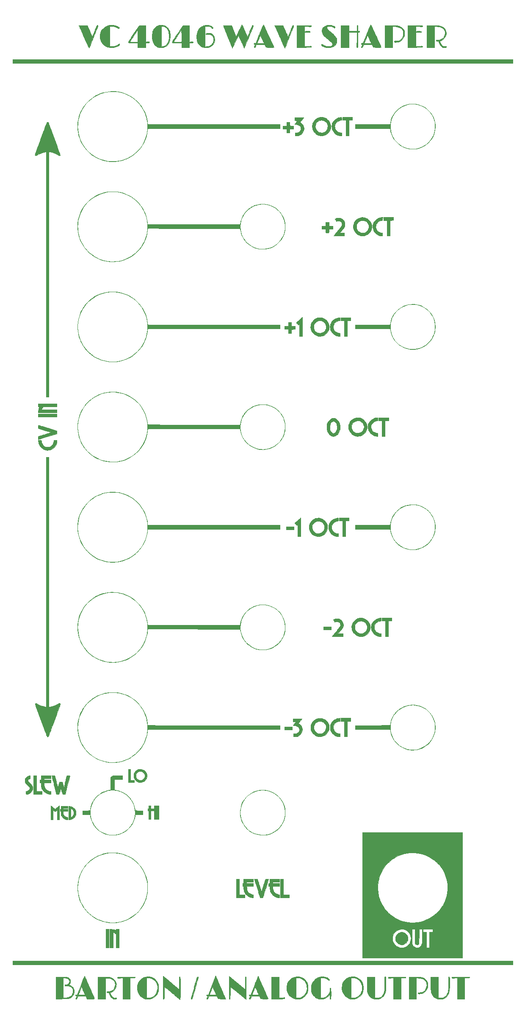
<source format=gbr>
%TF.GenerationSoftware,KiCad,Pcbnew,5.1.6-c6e7f7d~87~ubuntu20.04.1*%
%TF.CreationDate,2020-10-30T00:46:53-04:00*%
%TF.ProjectId,waveshaper-panel,77617665-7368-4617-9065-722d70616e65,rev?*%
%TF.SameCoordinates,Original*%
%TF.FileFunction,Legend,Top*%
%TF.FilePolarity,Positive*%
%FSLAX46Y46*%
G04 Gerber Fmt 4.6, Leading zero omitted, Abs format (unit mm)*
G04 Created by KiCad (PCBNEW 5.1.6-c6e7f7d~87~ubuntu20.04.1) date 2020-10-30 00:46:53*
%MOMM*%
%LPD*%
G01*
G04 APERTURE LIST*
%ADD10C,0.010000*%
G04 APERTURE END LIST*
D10*
%TO.C,G\u002A\u002A\u002A*%
G36*
X80118629Y-192653400D02*
G01*
X80175191Y-192697985D01*
X80264856Y-192770399D01*
X80384711Y-192868241D01*
X80531841Y-192989109D01*
X80703333Y-193130601D01*
X80896272Y-193290316D01*
X81107743Y-193465851D01*
X81334834Y-193654804D01*
X81574629Y-193854774D01*
X81691054Y-193952017D01*
X81936105Y-194156609D01*
X82170012Y-194351531D01*
X82389839Y-194534356D01*
X82592647Y-194702660D01*
X82775500Y-194854016D01*
X82935461Y-194985999D01*
X83069592Y-195096183D01*
X83174955Y-195182141D01*
X83248615Y-195241449D01*
X83287633Y-195271681D01*
X83293150Y-195275155D01*
X83297928Y-195250891D01*
X83301876Y-195182227D01*
X83305007Y-195075557D01*
X83307332Y-194937273D01*
X83308867Y-194773769D01*
X83309622Y-194591439D01*
X83309612Y-194396676D01*
X83308850Y-194195872D01*
X83307349Y-193995422D01*
X83305121Y-193801718D01*
X83302180Y-193621154D01*
X83298540Y-193460124D01*
X83294212Y-193325019D01*
X83289211Y-193222234D01*
X83288940Y-193218000D01*
X83281620Y-193058649D01*
X83284458Y-192942944D01*
X83298884Y-192864487D01*
X83326324Y-192816881D01*
X83368208Y-192793727D01*
X83384382Y-192790508D01*
X83448390Y-192800409D01*
X83492094Y-192826195D01*
X83500536Y-192835129D01*
X83507942Y-192847792D01*
X83514380Y-192867366D01*
X83519917Y-192897030D01*
X83524623Y-192939965D01*
X83528563Y-192999351D01*
X83531807Y-193078368D01*
X83534421Y-193180196D01*
X83536473Y-193308016D01*
X83538032Y-193465008D01*
X83539164Y-193654351D01*
X83539937Y-193879227D01*
X83540420Y-194142815D01*
X83540679Y-194448297D01*
X83540783Y-194798850D01*
X83540800Y-195114236D01*
X83540589Y-195447010D01*
X83539978Y-195764870D01*
X83538997Y-196064197D01*
X83537677Y-196341376D01*
X83536049Y-196592789D01*
X83534143Y-196814819D01*
X83531990Y-197003849D01*
X83529620Y-197156262D01*
X83527066Y-197268441D01*
X83524356Y-197336769D01*
X83521750Y-197357791D01*
X83499674Y-197341921D01*
X83441444Y-197296051D01*
X83350018Y-197222599D01*
X83228353Y-197123980D01*
X83079407Y-197002612D01*
X82906139Y-196860911D01*
X82711506Y-196701296D01*
X82498467Y-196526181D01*
X82269979Y-196337985D01*
X82029001Y-196139124D01*
X81920769Y-196049691D01*
X81675372Y-195846982D01*
X81441273Y-195653888D01*
X81221419Y-195472825D01*
X81018759Y-195306207D01*
X80836241Y-195156449D01*
X80676812Y-195025967D01*
X80543421Y-194917173D01*
X80439016Y-194832484D01*
X80366545Y-194774313D01*
X80328955Y-194745076D01*
X80324231Y-194742000D01*
X80321479Y-194766575D01*
X80319269Y-194837005D01*
X80317624Y-194948350D01*
X80316567Y-195095667D01*
X80316120Y-195274015D01*
X80316306Y-195478451D01*
X80317149Y-195704035D01*
X80318661Y-195944595D01*
X80320593Y-196231112D01*
X80321655Y-196470889D01*
X80321762Y-196667979D01*
X80320830Y-196826435D01*
X80318776Y-196950312D01*
X80315515Y-197043662D01*
X80310963Y-197110539D01*
X80305037Y-197154996D01*
X80297651Y-197181087D01*
X80292839Y-197189195D01*
X80245750Y-197218504D01*
X80181745Y-197230522D01*
X80123806Y-197223347D01*
X80098771Y-197205268D01*
X80096656Y-197177090D01*
X80094726Y-197102630D01*
X80092980Y-196986287D01*
X80091420Y-196832462D01*
X80090046Y-196645553D01*
X80088860Y-196429961D01*
X80087861Y-196190083D01*
X80087050Y-195930321D01*
X80086429Y-195655073D01*
X80085997Y-195368739D01*
X80085755Y-195075718D01*
X80085704Y-194780410D01*
X80085845Y-194487214D01*
X80086178Y-194200530D01*
X80086704Y-193924757D01*
X80087424Y-193664294D01*
X80088338Y-193423542D01*
X80089447Y-193206899D01*
X80090751Y-193018765D01*
X80092252Y-192863539D01*
X80093949Y-192745621D01*
X80095845Y-192669411D01*
X80097938Y-192639307D01*
X80098085Y-192639048D01*
X80118629Y-192653400D01*
G37*
X80118629Y-192653400D02*
X80175191Y-192697985D01*
X80264856Y-192770399D01*
X80384711Y-192868241D01*
X80531841Y-192989109D01*
X80703333Y-193130601D01*
X80896272Y-193290316D01*
X81107743Y-193465851D01*
X81334834Y-193654804D01*
X81574629Y-193854774D01*
X81691054Y-193952017D01*
X81936105Y-194156609D01*
X82170012Y-194351531D01*
X82389839Y-194534356D01*
X82592647Y-194702660D01*
X82775500Y-194854016D01*
X82935461Y-194985999D01*
X83069592Y-195096183D01*
X83174955Y-195182141D01*
X83248615Y-195241449D01*
X83287633Y-195271681D01*
X83293150Y-195275155D01*
X83297928Y-195250891D01*
X83301876Y-195182227D01*
X83305007Y-195075557D01*
X83307332Y-194937273D01*
X83308867Y-194773769D01*
X83309622Y-194591439D01*
X83309612Y-194396676D01*
X83308850Y-194195872D01*
X83307349Y-193995422D01*
X83305121Y-193801718D01*
X83302180Y-193621154D01*
X83298540Y-193460124D01*
X83294212Y-193325019D01*
X83289211Y-193222234D01*
X83288940Y-193218000D01*
X83281620Y-193058649D01*
X83284458Y-192942944D01*
X83298884Y-192864487D01*
X83326324Y-192816881D01*
X83368208Y-192793727D01*
X83384382Y-192790508D01*
X83448390Y-192800409D01*
X83492094Y-192826195D01*
X83500536Y-192835129D01*
X83507942Y-192847792D01*
X83514380Y-192867366D01*
X83519917Y-192897030D01*
X83524623Y-192939965D01*
X83528563Y-192999351D01*
X83531807Y-193078368D01*
X83534421Y-193180196D01*
X83536473Y-193308016D01*
X83538032Y-193465008D01*
X83539164Y-193654351D01*
X83539937Y-193879227D01*
X83540420Y-194142815D01*
X83540679Y-194448297D01*
X83540783Y-194798850D01*
X83540800Y-195114236D01*
X83540589Y-195447010D01*
X83539978Y-195764870D01*
X83538997Y-196064197D01*
X83537677Y-196341376D01*
X83536049Y-196592789D01*
X83534143Y-196814819D01*
X83531990Y-197003849D01*
X83529620Y-197156262D01*
X83527066Y-197268441D01*
X83524356Y-197336769D01*
X83521750Y-197357791D01*
X83499674Y-197341921D01*
X83441444Y-197296051D01*
X83350018Y-197222599D01*
X83228353Y-197123980D01*
X83079407Y-197002612D01*
X82906139Y-196860911D01*
X82711506Y-196701296D01*
X82498467Y-196526181D01*
X82269979Y-196337985D01*
X82029001Y-196139124D01*
X81920769Y-196049691D01*
X81675372Y-195846982D01*
X81441273Y-195653888D01*
X81221419Y-195472825D01*
X81018759Y-195306207D01*
X80836241Y-195156449D01*
X80676812Y-195025967D01*
X80543421Y-194917173D01*
X80439016Y-194832484D01*
X80366545Y-194774313D01*
X80328955Y-194745076D01*
X80324231Y-194742000D01*
X80321479Y-194766575D01*
X80319269Y-194837005D01*
X80317624Y-194948350D01*
X80316567Y-195095667D01*
X80316120Y-195274015D01*
X80316306Y-195478451D01*
X80317149Y-195704035D01*
X80318661Y-195944595D01*
X80320593Y-196231112D01*
X80321655Y-196470889D01*
X80321762Y-196667979D01*
X80320830Y-196826435D01*
X80318776Y-196950312D01*
X80315515Y-197043662D01*
X80310963Y-197110539D01*
X80305037Y-197154996D01*
X80297651Y-197181087D01*
X80292839Y-197189195D01*
X80245750Y-197218504D01*
X80181745Y-197230522D01*
X80123806Y-197223347D01*
X80098771Y-197205268D01*
X80096656Y-197177090D01*
X80094726Y-197102630D01*
X80092980Y-196986287D01*
X80091420Y-196832462D01*
X80090046Y-196645553D01*
X80088860Y-196429961D01*
X80087861Y-196190083D01*
X80087050Y-195930321D01*
X80086429Y-195655073D01*
X80085997Y-195368739D01*
X80085755Y-195075718D01*
X80085704Y-194780410D01*
X80085845Y-194487214D01*
X80086178Y-194200530D01*
X80086704Y-193924757D01*
X80087424Y-193664294D01*
X80088338Y-193423542D01*
X80089447Y-193206899D01*
X80090751Y-193018765D01*
X80092252Y-192863539D01*
X80093949Y-192745621D01*
X80095845Y-192669411D01*
X80097938Y-192639307D01*
X80098085Y-192639048D01*
X80118629Y-192653400D01*
G36*
X94874972Y-193936818D02*
G01*
X95119184Y-194140708D01*
X95352413Y-194335287D01*
X95571683Y-194518080D01*
X95774015Y-194686610D01*
X95956433Y-194838404D01*
X96115959Y-194970985D01*
X96249616Y-195081878D01*
X96354427Y-195168607D01*
X96427415Y-195228698D01*
X96465602Y-195259674D01*
X96470472Y-195263362D01*
X96477347Y-195250764D01*
X96482970Y-195202244D01*
X96487381Y-195115647D01*
X96490621Y-194988819D01*
X96492730Y-194819602D01*
X96493749Y-194605844D01*
X96493717Y-194345387D01*
X96492826Y-194069600D01*
X96491748Y-193786965D01*
X96491269Y-193550854D01*
X96491507Y-193356993D01*
X96492579Y-193201108D01*
X96494602Y-193078926D01*
X96497693Y-192986173D01*
X96501969Y-192918575D01*
X96507549Y-192871858D01*
X96514548Y-192841749D01*
X96523084Y-192823973D01*
X96527126Y-192819187D01*
X96583763Y-192793744D01*
X96650870Y-192801519D01*
X96705003Y-192837911D01*
X96716452Y-192856349D01*
X96719277Y-192887833D01*
X96721697Y-192966390D01*
X96723698Y-193088296D01*
X96725269Y-193249824D01*
X96726400Y-193447251D01*
X96727077Y-193676851D01*
X96727290Y-193934899D01*
X96727027Y-194217670D01*
X96726276Y-194521440D01*
X96725026Y-194842482D01*
X96723535Y-195130989D01*
X96710700Y-197361479D01*
X95142886Y-196066331D01*
X94898155Y-195864232D01*
X94664475Y-195671392D01*
X94444842Y-195490276D01*
X94242252Y-195323348D01*
X94059700Y-195173073D01*
X93900184Y-195041916D01*
X93766699Y-194932340D01*
X93662241Y-194846810D01*
X93589807Y-194787791D01*
X93552392Y-194757747D01*
X93547987Y-194754444D01*
X93541136Y-194768800D01*
X93535477Y-194822255D01*
X93530974Y-194916565D01*
X93527594Y-195053483D01*
X93525300Y-195234765D01*
X93524059Y-195462164D01*
X93523835Y-195737436D01*
X93524230Y-195947353D01*
X93524724Y-196245639D01*
X93524377Y-196496406D01*
X93523119Y-196702926D01*
X93520878Y-196868475D01*
X93517580Y-196996326D01*
X93513154Y-197089753D01*
X93507528Y-197152031D01*
X93500630Y-197186434D01*
X93496769Y-197194100D01*
X93447901Y-197222463D01*
X93381833Y-197229958D01*
X93323337Y-197215898D01*
X93303860Y-197199450D01*
X93300625Y-197169681D01*
X93297830Y-197092552D01*
X93295487Y-196971501D01*
X93293612Y-196809964D01*
X93292219Y-196611380D01*
X93291321Y-196379187D01*
X93290933Y-196116822D01*
X93291069Y-195827723D01*
X93291743Y-195515328D01*
X93292968Y-195183074D01*
X93294400Y-194897524D01*
X93307100Y-192627348D01*
X94874972Y-193936818D01*
G37*
X94874972Y-193936818D02*
X95119184Y-194140708D01*
X95352413Y-194335287D01*
X95571683Y-194518080D01*
X95774015Y-194686610D01*
X95956433Y-194838404D01*
X96115959Y-194970985D01*
X96249616Y-195081878D01*
X96354427Y-195168607D01*
X96427415Y-195228698D01*
X96465602Y-195259674D01*
X96470472Y-195263362D01*
X96477347Y-195250764D01*
X96482970Y-195202244D01*
X96487381Y-195115647D01*
X96490621Y-194988819D01*
X96492730Y-194819602D01*
X96493749Y-194605844D01*
X96493717Y-194345387D01*
X96492826Y-194069600D01*
X96491748Y-193786965D01*
X96491269Y-193550854D01*
X96491507Y-193356993D01*
X96492579Y-193201108D01*
X96494602Y-193078926D01*
X96497693Y-192986173D01*
X96501969Y-192918575D01*
X96507549Y-192871858D01*
X96514548Y-192841749D01*
X96523084Y-192823973D01*
X96527126Y-192819187D01*
X96583763Y-192793744D01*
X96650870Y-192801519D01*
X96705003Y-192837911D01*
X96716452Y-192856349D01*
X96719277Y-192887833D01*
X96721697Y-192966390D01*
X96723698Y-193088296D01*
X96725269Y-193249824D01*
X96726400Y-193447251D01*
X96727077Y-193676851D01*
X96727290Y-193934899D01*
X96727027Y-194217670D01*
X96726276Y-194521440D01*
X96725026Y-194842482D01*
X96723535Y-195130989D01*
X96710700Y-197361479D01*
X95142886Y-196066331D01*
X94898155Y-195864232D01*
X94664475Y-195671392D01*
X94444842Y-195490276D01*
X94242252Y-195323348D01*
X94059700Y-195173073D01*
X93900184Y-195041916D01*
X93766699Y-194932340D01*
X93662241Y-194846810D01*
X93589807Y-194787791D01*
X93552392Y-194757747D01*
X93547987Y-194754444D01*
X93541136Y-194768800D01*
X93535477Y-194822255D01*
X93530974Y-194916565D01*
X93527594Y-195053483D01*
X93525300Y-195234765D01*
X93524059Y-195462164D01*
X93523835Y-195737436D01*
X93524230Y-195947353D01*
X93524724Y-196245639D01*
X93524377Y-196496406D01*
X93523119Y-196702926D01*
X93520878Y-196868475D01*
X93517580Y-196996326D01*
X93513154Y-197089753D01*
X93507528Y-197152031D01*
X93500630Y-197186434D01*
X93496769Y-197194100D01*
X93447901Y-197222463D01*
X93381833Y-197229958D01*
X93323337Y-197215898D01*
X93303860Y-197199450D01*
X93300625Y-197169681D01*
X93297830Y-197092552D01*
X93295487Y-196971501D01*
X93293612Y-196809964D01*
X93292219Y-196611380D01*
X93291321Y-196379187D01*
X93290933Y-196116822D01*
X93291069Y-195827723D01*
X93291743Y-195515328D01*
X93292968Y-195183074D01*
X93294400Y-194897524D01*
X93307100Y-192627348D01*
X94874972Y-193936818D01*
G36*
X68528169Y-192820832D02*
G01*
X68837861Y-192831994D01*
X69105544Y-192849063D01*
X69328710Y-192871904D01*
X69504850Y-192900379D01*
X69559868Y-192912884D01*
X69834740Y-193005880D01*
X70080729Y-193137604D01*
X70294629Y-193305026D01*
X70473235Y-193505117D01*
X70613341Y-193734847D01*
X70711743Y-193991185D01*
X70715717Y-194005400D01*
X70740652Y-194146126D01*
X70750077Y-194316607D01*
X70744534Y-194498400D01*
X70724561Y-194673063D01*
X70691921Y-194818200D01*
X70587630Y-195079736D01*
X70444895Y-195314550D01*
X70267996Y-195518142D01*
X70061212Y-195686013D01*
X69828825Y-195813665D01*
X69697919Y-195863096D01*
X69611755Y-195894514D01*
X69548559Y-195924548D01*
X69520446Y-195947312D01*
X69520000Y-195949523D01*
X69530093Y-196001272D01*
X69557222Y-196086304D01*
X69596662Y-196191997D01*
X69643688Y-196305730D01*
X69693574Y-196414881D01*
X69696399Y-196420688D01*
X69817475Y-196632891D01*
X69951372Y-196801773D01*
X70095886Y-196925862D01*
X70248812Y-197003686D01*
X70407947Y-197033775D01*
X70571086Y-197014657D01*
X70581616Y-197011722D01*
X70667231Y-196990589D01*
X70719979Y-196988323D01*
X70753066Y-197003568D01*
X70786118Y-197060004D01*
X70780582Y-197129549D01*
X70738010Y-197194176D01*
X70736551Y-197195513D01*
X70678590Y-197223418D01*
X70585531Y-197242572D01*
X70472436Y-197252252D01*
X70354369Y-197251734D01*
X70246393Y-197240293D01*
X70176442Y-197222436D01*
X69999397Y-197139324D01*
X69841918Y-197026437D01*
X69700369Y-196879430D01*
X69571110Y-196693959D01*
X69450504Y-196465678D01*
X69354373Y-196240600D01*
X69313814Y-196138660D01*
X69279819Y-196055700D01*
X69256770Y-196002276D01*
X69249542Y-195988155D01*
X69220803Y-195982023D01*
X69156296Y-195977351D01*
X69085356Y-195975408D01*
X68993791Y-195971301D01*
X68936624Y-195958067D01*
X68897627Y-195930781D01*
X68882718Y-195913889D01*
X68843286Y-195856404D01*
X68841403Y-195813652D01*
X68877765Y-195765403D01*
X68888185Y-195754814D01*
X68922585Y-195726548D01*
X68963586Y-195712009D01*
X69025834Y-195708644D01*
X69123135Y-195713838D01*
X69391172Y-195711067D01*
X69638428Y-195663533D01*
X69862528Y-195572283D01*
X70061095Y-195438359D01*
X70231754Y-195262807D01*
X70272692Y-195208472D01*
X70402564Y-194984012D01*
X70488223Y-194740513D01*
X70528151Y-194485988D01*
X70520827Y-194228451D01*
X70489882Y-194062731D01*
X70410325Y-193830412D01*
X70296060Y-193631872D01*
X70143549Y-193462810D01*
X69949254Y-193318926D01*
X69818280Y-193246443D01*
X69665676Y-193175742D01*
X69524110Y-193124545D01*
X69379815Y-193089929D01*
X69219022Y-193068967D01*
X69027966Y-193058736D01*
X68925713Y-193056824D01*
X68567500Y-193052900D01*
X68561001Y-195129350D01*
X68554503Y-197205800D01*
X67055917Y-197205800D01*
X67062408Y-195015050D01*
X67068900Y-192824300D01*
X67792800Y-192816775D01*
X68178979Y-192815713D01*
X68528169Y-192820832D01*
G37*
X68528169Y-192820832D02*
X68837861Y-192831994D01*
X69105544Y-192849063D01*
X69328710Y-192871904D01*
X69504850Y-192900379D01*
X69559868Y-192912884D01*
X69834740Y-193005880D01*
X70080729Y-193137604D01*
X70294629Y-193305026D01*
X70473235Y-193505117D01*
X70613341Y-193734847D01*
X70711743Y-193991185D01*
X70715717Y-194005400D01*
X70740652Y-194146126D01*
X70750077Y-194316607D01*
X70744534Y-194498400D01*
X70724561Y-194673063D01*
X70691921Y-194818200D01*
X70587630Y-195079736D01*
X70444895Y-195314550D01*
X70267996Y-195518142D01*
X70061212Y-195686013D01*
X69828825Y-195813665D01*
X69697919Y-195863096D01*
X69611755Y-195894514D01*
X69548559Y-195924548D01*
X69520446Y-195947312D01*
X69520000Y-195949523D01*
X69530093Y-196001272D01*
X69557222Y-196086304D01*
X69596662Y-196191997D01*
X69643688Y-196305730D01*
X69693574Y-196414881D01*
X69696399Y-196420688D01*
X69817475Y-196632891D01*
X69951372Y-196801773D01*
X70095886Y-196925862D01*
X70248812Y-197003686D01*
X70407947Y-197033775D01*
X70571086Y-197014657D01*
X70581616Y-197011722D01*
X70667231Y-196990589D01*
X70719979Y-196988323D01*
X70753066Y-197003568D01*
X70786118Y-197060004D01*
X70780582Y-197129549D01*
X70738010Y-197194176D01*
X70736551Y-197195513D01*
X70678590Y-197223418D01*
X70585531Y-197242572D01*
X70472436Y-197252252D01*
X70354369Y-197251734D01*
X70246393Y-197240293D01*
X70176442Y-197222436D01*
X69999397Y-197139324D01*
X69841918Y-197026437D01*
X69700369Y-196879430D01*
X69571110Y-196693959D01*
X69450504Y-196465678D01*
X69354373Y-196240600D01*
X69313814Y-196138660D01*
X69279819Y-196055700D01*
X69256770Y-196002276D01*
X69249542Y-195988155D01*
X69220803Y-195982023D01*
X69156296Y-195977351D01*
X69085356Y-195975408D01*
X68993791Y-195971301D01*
X68936624Y-195958067D01*
X68897627Y-195930781D01*
X68882718Y-195913889D01*
X68843286Y-195856404D01*
X68841403Y-195813652D01*
X68877765Y-195765403D01*
X68888185Y-195754814D01*
X68922585Y-195726548D01*
X68963586Y-195712009D01*
X69025834Y-195708644D01*
X69123135Y-195713838D01*
X69391172Y-195711067D01*
X69638428Y-195663533D01*
X69862528Y-195572283D01*
X70061095Y-195438359D01*
X70231754Y-195262807D01*
X70272692Y-195208472D01*
X70402564Y-194984012D01*
X70488223Y-194740513D01*
X70528151Y-194485988D01*
X70520827Y-194228451D01*
X70489882Y-194062731D01*
X70410325Y-193830412D01*
X70296060Y-193631872D01*
X70143549Y-193462810D01*
X69949254Y-193318926D01*
X69818280Y-193246443D01*
X69665676Y-193175742D01*
X69524110Y-193124545D01*
X69379815Y-193089929D01*
X69219022Y-193068967D01*
X69027966Y-193058736D01*
X68925713Y-193056824D01*
X68567500Y-193052900D01*
X68561001Y-195129350D01*
X68554503Y-197205800D01*
X67055917Y-197205800D01*
X67062408Y-195015050D01*
X67068900Y-192824300D01*
X67792800Y-192816775D01*
X68178979Y-192815713D01*
X68528169Y-192820832D01*
G36*
X77365111Y-192786236D02*
G01*
X77572168Y-192814176D01*
X77766604Y-192864442D01*
X77966550Y-192941291D01*
X78104243Y-193005631D01*
X78218940Y-193065226D01*
X78312727Y-193123231D01*
X78400261Y-193190544D01*
X78496195Y-193278067D01*
X78574149Y-193355132D01*
X78768402Y-193572248D01*
X78921605Y-193794725D01*
X79040557Y-194034941D01*
X79132059Y-194305274D01*
X79163119Y-194427263D01*
X79193348Y-194608892D01*
X79209222Y-194822863D01*
X79211044Y-195052884D01*
X79199116Y-195282657D01*
X79173744Y-195495887D01*
X79140199Y-195658173D01*
X79031127Y-195979022D01*
X78883518Y-196269935D01*
X78699886Y-196528461D01*
X78482750Y-196752147D01*
X78234624Y-196938543D01*
X77958026Y-197085194D01*
X77655473Y-197189650D01*
X77541120Y-197216363D01*
X77393129Y-197238031D01*
X77216467Y-197250435D01*
X77028473Y-197253521D01*
X76846486Y-197247233D01*
X76687842Y-197231516D01*
X76618954Y-197219300D01*
X76309160Y-197126287D01*
X76020133Y-196987656D01*
X75756046Y-196805767D01*
X75549884Y-196614237D01*
X75344674Y-196359575D01*
X75177689Y-196074460D01*
X75052283Y-195765381D01*
X74989142Y-195529400D01*
X74961672Y-195351611D01*
X74946557Y-195146565D01*
X74943607Y-194929815D01*
X74952629Y-194716911D01*
X74973432Y-194523407D01*
X75003394Y-194373700D01*
X75112767Y-194058234D01*
X75262877Y-193769120D01*
X75450776Y-193509770D01*
X75673514Y-193283593D01*
X75928144Y-193094000D01*
X76072374Y-193017912D01*
X76784400Y-193017912D01*
X76784400Y-195006022D01*
X76784637Y-195319433D01*
X76785326Y-195618134D01*
X76786428Y-195898231D01*
X76787908Y-196155831D01*
X76789727Y-196387040D01*
X76791850Y-196587963D01*
X76794239Y-196754707D01*
X76796857Y-196883377D01*
X76799667Y-196970081D01*
X76802632Y-197010923D01*
X76803450Y-197013577D01*
X76834571Y-197019928D01*
X76906502Y-197023716D01*
X77009304Y-197024718D01*
X77133040Y-197022709D01*
X77165400Y-197021732D01*
X77314434Y-197015596D01*
X77427104Y-197006991D01*
X77517845Y-196993635D01*
X77601092Y-196973247D01*
X77691281Y-196943543D01*
X77715703Y-196934723D01*
X77944927Y-196837725D01*
X78141000Y-196723303D01*
X78321112Y-196580818D01*
X78385979Y-196520000D01*
X78584812Y-196291447D01*
X78745905Y-196032492D01*
X78867450Y-195748639D01*
X78947639Y-195445394D01*
X78984666Y-195128263D01*
X78976722Y-194802751D01*
X78970027Y-194740798D01*
X78907873Y-194413025D01*
X78805402Y-194113123D01*
X78664288Y-193843191D01*
X78486204Y-193605329D01*
X78272824Y-193401638D01*
X78025821Y-193234217D01*
X77746868Y-193105167D01*
X77637011Y-193067909D01*
X77493054Y-193033149D01*
X77325735Y-193007722D01*
X77154206Y-192993396D01*
X76997622Y-192991937D01*
X76902861Y-193000148D01*
X76784400Y-193017912D01*
X76072374Y-193017912D01*
X76211716Y-192944403D01*
X76254551Y-192926441D01*
X76464061Y-192853222D01*
X76675076Y-192805732D01*
X76903693Y-192781203D01*
X77127300Y-192776367D01*
X77365111Y-192786236D01*
G37*
X77365111Y-192786236D02*
X77572168Y-192814176D01*
X77766604Y-192864442D01*
X77966550Y-192941291D01*
X78104243Y-193005631D01*
X78218940Y-193065226D01*
X78312727Y-193123231D01*
X78400261Y-193190544D01*
X78496195Y-193278067D01*
X78574149Y-193355132D01*
X78768402Y-193572248D01*
X78921605Y-193794725D01*
X79040557Y-194034941D01*
X79132059Y-194305274D01*
X79163119Y-194427263D01*
X79193348Y-194608892D01*
X79209222Y-194822863D01*
X79211044Y-195052884D01*
X79199116Y-195282657D01*
X79173744Y-195495887D01*
X79140199Y-195658173D01*
X79031127Y-195979022D01*
X78883518Y-196269935D01*
X78699886Y-196528461D01*
X78482750Y-196752147D01*
X78234624Y-196938543D01*
X77958026Y-197085194D01*
X77655473Y-197189650D01*
X77541120Y-197216363D01*
X77393129Y-197238031D01*
X77216467Y-197250435D01*
X77028473Y-197253521D01*
X76846486Y-197247233D01*
X76687842Y-197231516D01*
X76618954Y-197219300D01*
X76309160Y-197126287D01*
X76020133Y-196987656D01*
X75756046Y-196805767D01*
X75549884Y-196614237D01*
X75344674Y-196359575D01*
X75177689Y-196074460D01*
X75052283Y-195765381D01*
X74989142Y-195529400D01*
X74961672Y-195351611D01*
X74946557Y-195146565D01*
X74943607Y-194929815D01*
X74952629Y-194716911D01*
X74973432Y-194523407D01*
X75003394Y-194373700D01*
X75112767Y-194058234D01*
X75262877Y-193769120D01*
X75450776Y-193509770D01*
X75673514Y-193283593D01*
X75928144Y-193094000D01*
X76072374Y-193017912D01*
X76784400Y-193017912D01*
X76784400Y-195006022D01*
X76784637Y-195319433D01*
X76785326Y-195618134D01*
X76786428Y-195898231D01*
X76787908Y-196155831D01*
X76789727Y-196387040D01*
X76791850Y-196587963D01*
X76794239Y-196754707D01*
X76796857Y-196883377D01*
X76799667Y-196970081D01*
X76802632Y-197010923D01*
X76803450Y-197013577D01*
X76834571Y-197019928D01*
X76906502Y-197023716D01*
X77009304Y-197024718D01*
X77133040Y-197022709D01*
X77165400Y-197021732D01*
X77314434Y-197015596D01*
X77427104Y-197006991D01*
X77517845Y-196993635D01*
X77601092Y-196973247D01*
X77691281Y-196943543D01*
X77715703Y-196934723D01*
X77944927Y-196837725D01*
X78141000Y-196723303D01*
X78321112Y-196580818D01*
X78385979Y-196520000D01*
X78584812Y-196291447D01*
X78745905Y-196032492D01*
X78867450Y-195748639D01*
X78947639Y-195445394D01*
X78984666Y-195128263D01*
X78976722Y-194802751D01*
X78970027Y-194740798D01*
X78907873Y-194413025D01*
X78805402Y-194113123D01*
X78664288Y-193843191D01*
X78486204Y-193605329D01*
X78272824Y-193401638D01*
X78025821Y-193234217D01*
X77746868Y-193105167D01*
X77637011Y-193067909D01*
X77493054Y-193033149D01*
X77325735Y-193007722D01*
X77154206Y-192993396D01*
X76997622Y-192991937D01*
X76902861Y-193000148D01*
X76784400Y-193017912D01*
X76072374Y-193017912D01*
X76211716Y-192944403D01*
X76254551Y-192926441D01*
X76464061Y-192853222D01*
X76675076Y-192805732D01*
X76903693Y-192781203D01*
X77127300Y-192776367D01*
X77365111Y-192786236D01*
G36*
X87137709Y-192799827D02*
G01*
X87161051Y-192854152D01*
X87152605Y-192938380D01*
X87112639Y-193057141D01*
X87100738Y-193085796D01*
X87081192Y-193140077D01*
X87049417Y-193238876D01*
X87006717Y-193377746D01*
X86954398Y-193552241D01*
X86893763Y-193757915D01*
X86826118Y-193990321D01*
X86752767Y-194245014D01*
X86675015Y-194517547D01*
X86594168Y-194803473D01*
X86538912Y-195000340D01*
X86434066Y-195374683D01*
X86341820Y-195703184D01*
X86261246Y-195988965D01*
X86191412Y-196235147D01*
X86131387Y-196444854D01*
X86080241Y-196621207D01*
X86037044Y-196767329D01*
X86000865Y-196886341D01*
X85970773Y-196981367D01*
X85945837Y-197055527D01*
X85925128Y-197111945D01*
X85907714Y-197153743D01*
X85892665Y-197184042D01*
X85883451Y-197199450D01*
X85829479Y-197243257D01*
X85758170Y-197256757D01*
X85692582Y-197236935D01*
X85679480Y-197226120D01*
X85651984Y-197163244D01*
X85661025Y-197068261D01*
X85706309Y-196944052D01*
X85708599Y-196939100D01*
X85728270Y-196895706D01*
X85747563Y-196849993D01*
X85767558Y-196798313D01*
X85789334Y-196737022D01*
X85813973Y-196662471D01*
X85842555Y-196571016D01*
X85876158Y-196459010D01*
X85915863Y-196322807D01*
X85962751Y-196158761D01*
X86017901Y-195963225D01*
X86082393Y-195732553D01*
X86157308Y-195463100D01*
X86243725Y-195151219D01*
X86321788Y-194869000D01*
X86400108Y-194586284D01*
X86475998Y-194313433D01*
X86548129Y-194055159D01*
X86615171Y-193816171D01*
X86675794Y-193601182D01*
X86728669Y-193414902D01*
X86772465Y-193262045D01*
X86805854Y-193147320D01*
X86827505Y-193075439D01*
X86831543Y-193062841D01*
X86889061Y-192917581D01*
X86949873Y-192821630D01*
X87015225Y-192773540D01*
X87082306Y-192770780D01*
X87137709Y-192799827D01*
G37*
X87137709Y-192799827D02*
X87161051Y-192854152D01*
X87152605Y-192938380D01*
X87112639Y-193057141D01*
X87100738Y-193085796D01*
X87081192Y-193140077D01*
X87049417Y-193238876D01*
X87006717Y-193377746D01*
X86954398Y-193552241D01*
X86893763Y-193757915D01*
X86826118Y-193990321D01*
X86752767Y-194245014D01*
X86675015Y-194517547D01*
X86594168Y-194803473D01*
X86538912Y-195000340D01*
X86434066Y-195374683D01*
X86341820Y-195703184D01*
X86261246Y-195988965D01*
X86191412Y-196235147D01*
X86131387Y-196444854D01*
X86080241Y-196621207D01*
X86037044Y-196767329D01*
X86000865Y-196886341D01*
X85970773Y-196981367D01*
X85945837Y-197055527D01*
X85925128Y-197111945D01*
X85907714Y-197153743D01*
X85892665Y-197184042D01*
X85883451Y-197199450D01*
X85829479Y-197243257D01*
X85758170Y-197256757D01*
X85692582Y-197236935D01*
X85679480Y-197226120D01*
X85651984Y-197163244D01*
X85661025Y-197068261D01*
X85706309Y-196944052D01*
X85708599Y-196939100D01*
X85728270Y-196895706D01*
X85747563Y-196849993D01*
X85767558Y-196798313D01*
X85789334Y-196737022D01*
X85813973Y-196662471D01*
X85842555Y-196571016D01*
X85876158Y-196459010D01*
X85915863Y-196322807D01*
X85962751Y-196158761D01*
X86017901Y-195963225D01*
X86082393Y-195732553D01*
X86157308Y-195463100D01*
X86243725Y-195151219D01*
X86321788Y-194869000D01*
X86400108Y-194586284D01*
X86475998Y-194313433D01*
X86548129Y-194055159D01*
X86615171Y-193816171D01*
X86675794Y-193601182D01*
X86728669Y-193414902D01*
X86772465Y-193262045D01*
X86805854Y-193147320D01*
X86827505Y-193075439D01*
X86831543Y-193062841D01*
X86889061Y-192917581D01*
X86949873Y-192821630D01*
X87015225Y-192773540D01*
X87082306Y-192770780D01*
X87137709Y-192799827D01*
G36*
X107294527Y-192785675D02*
G01*
X107440520Y-192805487D01*
X107454900Y-192808523D01*
X107770270Y-192902681D01*
X108058664Y-193038440D01*
X108317468Y-193213799D01*
X108544066Y-193426757D01*
X108735844Y-193675314D01*
X108852221Y-193877829D01*
X108976494Y-194178486D01*
X109059074Y-194497276D01*
X109100346Y-194826827D01*
X109100693Y-195159771D01*
X109060501Y-195488737D01*
X108980151Y-195806358D01*
X108860030Y-196105263D01*
X108723718Y-196343977D01*
X108525239Y-196598208D01*
X108294161Y-196813875D01*
X108032358Y-196989723D01*
X107741707Y-197124499D01*
X107424083Y-197216949D01*
X107414949Y-197218889D01*
X107211593Y-197247545D01*
X106981754Y-197256700D01*
X106745644Y-197246864D01*
X106523475Y-197218543D01*
X106408066Y-197193613D01*
X106102534Y-197089493D01*
X105823837Y-196942611D01*
X105573569Y-196754294D01*
X105353323Y-196525865D01*
X105164694Y-196258650D01*
X105066546Y-196078611D01*
X104990515Y-195915503D01*
X104933295Y-195768613D01*
X104892391Y-195625797D01*
X104865313Y-195474913D01*
X104849567Y-195303815D01*
X104842661Y-195100361D01*
X104841746Y-194983300D01*
X104841906Y-194816444D01*
X104843838Y-194689536D01*
X104848639Y-194591726D01*
X104857408Y-194512166D01*
X104871245Y-194440007D01*
X104891246Y-194364401D01*
X104911097Y-194298445D01*
X105033582Y-193981737D01*
X105195049Y-193696160D01*
X105393287Y-193443866D01*
X105626087Y-193227007D01*
X105891238Y-193047737D01*
X105954357Y-193017912D01*
X106680200Y-193017912D01*
X106680200Y-197028000D01*
X106965950Y-197027624D01*
X107112678Y-197023581D01*
X107254811Y-197012909D01*
X107373378Y-196997238D01*
X107412538Y-196989332D01*
X107702644Y-196896256D01*
X107965808Y-196761866D01*
X108199764Y-196589255D01*
X108402247Y-196381511D01*
X108570991Y-196141727D01*
X108703728Y-195872994D01*
X108798193Y-195578402D01*
X108852120Y-195261043D01*
X108864600Y-195008699D01*
X108842696Y-194677407D01*
X108778677Y-194367145D01*
X108675083Y-194080842D01*
X108534450Y-193821428D01*
X108359317Y-193591835D01*
X108152223Y-193394992D01*
X107915706Y-193233830D01*
X107652305Y-193111278D01*
X107364558Y-193030266D01*
X107122379Y-192997615D01*
X107006401Y-192992463D01*
X106892881Y-192993082D01*
X106804756Y-192999292D01*
X106798529Y-193000168D01*
X106680200Y-193017912D01*
X105954357Y-193017912D01*
X106186530Y-192908207D01*
X106414871Y-192834015D01*
X106556828Y-192806015D01*
X106731952Y-192786785D01*
X106924063Y-192776720D01*
X107116981Y-192776218D01*
X107294527Y-192785675D01*
G37*
X107294527Y-192785675D02*
X107440520Y-192805487D01*
X107454900Y-192808523D01*
X107770270Y-192902681D01*
X108058664Y-193038440D01*
X108317468Y-193213799D01*
X108544066Y-193426757D01*
X108735844Y-193675314D01*
X108852221Y-193877829D01*
X108976494Y-194178486D01*
X109059074Y-194497276D01*
X109100346Y-194826827D01*
X109100693Y-195159771D01*
X109060501Y-195488737D01*
X108980151Y-195806358D01*
X108860030Y-196105263D01*
X108723718Y-196343977D01*
X108525239Y-196598208D01*
X108294161Y-196813875D01*
X108032358Y-196989723D01*
X107741707Y-197124499D01*
X107424083Y-197216949D01*
X107414949Y-197218889D01*
X107211593Y-197247545D01*
X106981754Y-197256700D01*
X106745644Y-197246864D01*
X106523475Y-197218543D01*
X106408066Y-197193613D01*
X106102534Y-197089493D01*
X105823837Y-196942611D01*
X105573569Y-196754294D01*
X105353323Y-196525865D01*
X105164694Y-196258650D01*
X105066546Y-196078611D01*
X104990515Y-195915503D01*
X104933295Y-195768613D01*
X104892391Y-195625797D01*
X104865313Y-195474913D01*
X104849567Y-195303815D01*
X104842661Y-195100361D01*
X104841746Y-194983300D01*
X104841906Y-194816444D01*
X104843838Y-194689536D01*
X104848639Y-194591726D01*
X104857408Y-194512166D01*
X104871245Y-194440007D01*
X104891246Y-194364401D01*
X104911097Y-194298445D01*
X105033582Y-193981737D01*
X105195049Y-193696160D01*
X105393287Y-193443866D01*
X105626087Y-193227007D01*
X105891238Y-193047737D01*
X105954357Y-193017912D01*
X106680200Y-193017912D01*
X106680200Y-197028000D01*
X106965950Y-197027624D01*
X107112678Y-197023581D01*
X107254811Y-197012909D01*
X107373378Y-196997238D01*
X107412538Y-196989332D01*
X107702644Y-196896256D01*
X107965808Y-196761866D01*
X108199764Y-196589255D01*
X108402247Y-196381511D01*
X108570991Y-196141727D01*
X108703728Y-195872994D01*
X108798193Y-195578402D01*
X108852120Y-195261043D01*
X108864600Y-195008699D01*
X108842696Y-194677407D01*
X108778677Y-194367145D01*
X108675083Y-194080842D01*
X108534450Y-193821428D01*
X108359317Y-193591835D01*
X108152223Y-193394992D01*
X107915706Y-193233830D01*
X107652305Y-193111278D01*
X107364558Y-193030266D01*
X107122379Y-192997615D01*
X107006401Y-192992463D01*
X106892881Y-192993082D01*
X106804756Y-192999292D01*
X106798529Y-193000168D01*
X106680200Y-193017912D01*
X105954357Y-193017912D01*
X106186530Y-192908207D01*
X106414871Y-192834015D01*
X106556828Y-192806015D01*
X106731952Y-192786785D01*
X106924063Y-192776720D01*
X107116981Y-192776218D01*
X107294527Y-192785675D01*
G36*
X112429535Y-192812689D02*
G01*
X112542887Y-192838309D01*
X112701633Y-192886816D01*
X112858694Y-192950076D01*
X113006620Y-193023474D01*
X113137964Y-193102394D01*
X113245278Y-193182220D01*
X113321114Y-193258334D01*
X113358025Y-193326122D01*
X113360400Y-193345000D01*
X113343168Y-193399896D01*
X113308300Y-193447899D01*
X113259558Y-193481059D01*
X113204316Y-193482396D01*
X113134140Y-193449603D01*
X113040600Y-193380375D01*
X113030200Y-193371826D01*
X112890679Y-193264046D01*
X112762732Y-193184855D01*
X112626198Y-193123168D01*
X112498085Y-193079235D01*
X112272307Y-193024269D01*
X112039938Y-192995138D01*
X111820995Y-192993954D01*
X111751647Y-193000482D01*
X111607800Y-193018455D01*
X111607800Y-197028000D01*
X111794236Y-197028000D01*
X112069665Y-197003224D01*
X112335666Y-196930910D01*
X112587764Y-196814079D01*
X112821482Y-196655750D01*
X113032346Y-196458943D01*
X113215879Y-196226679D01*
X113364529Y-195968363D01*
X113467474Y-195755680D01*
X113449423Y-195455254D01*
X113442424Y-195300658D01*
X113444143Y-195189664D01*
X113456452Y-195115538D01*
X113481224Y-195071546D01*
X113520331Y-195050953D01*
X113562994Y-195046800D01*
X113621993Y-195055654D01*
X113654271Y-195075067D01*
X113658982Y-195107416D01*
X113663146Y-195183934D01*
X113666749Y-195297991D01*
X113669774Y-195442959D01*
X113672206Y-195612209D01*
X113674031Y-195799113D01*
X113675231Y-195997040D01*
X113675793Y-196199363D01*
X113675701Y-196399453D01*
X113674939Y-196590681D01*
X113673491Y-196766417D01*
X113671343Y-196920034D01*
X113668479Y-197044902D01*
X113664883Y-197134393D01*
X113660540Y-197181878D01*
X113659185Y-197186750D01*
X113618859Y-197220235D01*
X113555815Y-197230617D01*
X113493058Y-197216936D01*
X113463506Y-197194915D01*
X113452133Y-197165026D01*
X113445521Y-197105043D01*
X113443532Y-197009610D01*
X113446030Y-196873368D01*
X113451429Y-196725015D01*
X113456622Y-196583074D01*
X113459746Y-196460625D01*
X113460702Y-196365884D01*
X113459391Y-196307067D01*
X113456628Y-196291400D01*
X113437008Y-196310830D01*
X113398545Y-196361505D01*
X113354788Y-196424750D01*
X113173794Y-196651166D01*
X112954417Y-196848752D01*
X112703000Y-197012759D01*
X112425891Y-197138436D01*
X112379512Y-197154697D01*
X112274176Y-197188875D01*
X112186316Y-197212804D01*
X112101726Y-197228626D01*
X112006204Y-197238481D01*
X111885546Y-197244511D01*
X111760200Y-197248048D01*
X111600221Y-197250561D01*
X111477756Y-197248684D01*
X111379635Y-197241432D01*
X111292684Y-197227820D01*
X111203733Y-197206862D01*
X111201400Y-197206243D01*
X110898384Y-197100883D01*
X110624213Y-196954547D01*
X110380844Y-196769364D01*
X110170234Y-196547460D01*
X109994341Y-196290961D01*
X109855122Y-196001995D01*
X109754535Y-195682688D01*
X109739852Y-195618300D01*
X109715260Y-195460502D01*
X109700519Y-195272863D01*
X109695684Y-195071857D01*
X109700814Y-194873960D01*
X109715963Y-194695648D01*
X109736268Y-194573968D01*
X109835347Y-194239788D01*
X109975803Y-193931946D01*
X110155878Y-193653325D01*
X110373812Y-193406808D01*
X110535110Y-193265016D01*
X110813609Y-193075435D01*
X111113818Y-192930083D01*
X111430626Y-192830046D01*
X111758922Y-192776411D01*
X112093595Y-192770263D01*
X112429535Y-192812689D01*
G37*
X112429535Y-192812689D02*
X112542887Y-192838309D01*
X112701633Y-192886816D01*
X112858694Y-192950076D01*
X113006620Y-193023474D01*
X113137964Y-193102394D01*
X113245278Y-193182220D01*
X113321114Y-193258334D01*
X113358025Y-193326122D01*
X113360400Y-193345000D01*
X113343168Y-193399896D01*
X113308300Y-193447899D01*
X113259558Y-193481059D01*
X113204316Y-193482396D01*
X113134140Y-193449603D01*
X113040600Y-193380375D01*
X113030200Y-193371826D01*
X112890679Y-193264046D01*
X112762732Y-193184855D01*
X112626198Y-193123168D01*
X112498085Y-193079235D01*
X112272307Y-193024269D01*
X112039938Y-192995138D01*
X111820995Y-192993954D01*
X111751647Y-193000482D01*
X111607800Y-193018455D01*
X111607800Y-197028000D01*
X111794236Y-197028000D01*
X112069665Y-197003224D01*
X112335666Y-196930910D01*
X112587764Y-196814079D01*
X112821482Y-196655750D01*
X113032346Y-196458943D01*
X113215879Y-196226679D01*
X113364529Y-195968363D01*
X113467474Y-195755680D01*
X113449423Y-195455254D01*
X113442424Y-195300658D01*
X113444143Y-195189664D01*
X113456452Y-195115538D01*
X113481224Y-195071546D01*
X113520331Y-195050953D01*
X113562994Y-195046800D01*
X113621993Y-195055654D01*
X113654271Y-195075067D01*
X113658982Y-195107416D01*
X113663146Y-195183934D01*
X113666749Y-195297991D01*
X113669774Y-195442959D01*
X113672206Y-195612209D01*
X113674031Y-195799113D01*
X113675231Y-195997040D01*
X113675793Y-196199363D01*
X113675701Y-196399453D01*
X113674939Y-196590681D01*
X113673491Y-196766417D01*
X113671343Y-196920034D01*
X113668479Y-197044902D01*
X113664883Y-197134393D01*
X113660540Y-197181878D01*
X113659185Y-197186750D01*
X113618859Y-197220235D01*
X113555815Y-197230617D01*
X113493058Y-197216936D01*
X113463506Y-197194915D01*
X113452133Y-197165026D01*
X113445521Y-197105043D01*
X113443532Y-197009610D01*
X113446030Y-196873368D01*
X113451429Y-196725015D01*
X113456622Y-196583074D01*
X113459746Y-196460625D01*
X113460702Y-196365884D01*
X113459391Y-196307067D01*
X113456628Y-196291400D01*
X113437008Y-196310830D01*
X113398545Y-196361505D01*
X113354788Y-196424750D01*
X113173794Y-196651166D01*
X112954417Y-196848752D01*
X112703000Y-197012759D01*
X112425891Y-197138436D01*
X112379512Y-197154697D01*
X112274176Y-197188875D01*
X112186316Y-197212804D01*
X112101726Y-197228626D01*
X112006204Y-197238481D01*
X111885546Y-197244511D01*
X111760200Y-197248048D01*
X111600221Y-197250561D01*
X111477756Y-197248684D01*
X111379635Y-197241432D01*
X111292684Y-197227820D01*
X111203733Y-197206862D01*
X111201400Y-197206243D01*
X110898384Y-197100883D01*
X110624213Y-196954547D01*
X110380844Y-196769364D01*
X110170234Y-196547460D01*
X109994341Y-196290961D01*
X109855122Y-196001995D01*
X109754535Y-195682688D01*
X109739852Y-195618300D01*
X109715260Y-195460502D01*
X109700519Y-195272863D01*
X109695684Y-195071857D01*
X109700814Y-194873960D01*
X109715963Y-194695648D01*
X109736268Y-194573968D01*
X109835347Y-194239788D01*
X109975803Y-193931946D01*
X110155878Y-193653325D01*
X110373812Y-193406808D01*
X110535110Y-193265016D01*
X110813609Y-193075435D01*
X111113818Y-192930083D01*
X111430626Y-192830046D01*
X111758922Y-192776411D01*
X112093595Y-192770263D01*
X112429535Y-192812689D01*
G36*
X118204876Y-192778247D02*
G01*
X118390033Y-192792219D01*
X118542650Y-192817791D01*
X118548120Y-192819125D01*
X118860432Y-192921022D01*
X119143357Y-193063686D01*
X119395211Y-193245305D01*
X119614311Y-193464064D01*
X119798974Y-193718151D01*
X119947517Y-194005754D01*
X120058257Y-194325057D01*
X120097247Y-194487881D01*
X120123081Y-194663738D01*
X120136138Y-194868609D01*
X120136774Y-195086458D01*
X120125344Y-195301248D01*
X120102206Y-195496944D01*
X120071607Y-195643700D01*
X119958598Y-195972335D01*
X119809043Y-196267961D01*
X119624736Y-196528827D01*
X119407471Y-196753181D01*
X119159041Y-196939273D01*
X118881242Y-197085349D01*
X118575866Y-197189660D01*
X118460520Y-197216447D01*
X118332074Y-197235344D01*
X118173358Y-197247659D01*
X118000900Y-197253158D01*
X117831228Y-197251606D01*
X117680870Y-197242767D01*
X117578709Y-197228983D01*
X117274604Y-197144576D01*
X116993287Y-197017284D01*
X116737245Y-196850792D01*
X116508969Y-196648783D01*
X116310948Y-196414942D01*
X116145670Y-196152952D01*
X116015625Y-195866498D01*
X115923302Y-195559263D01*
X115871191Y-195234932D01*
X115861780Y-194897188D01*
X115875569Y-194708312D01*
X115935764Y-194370651D01*
X116039026Y-194057743D01*
X116183261Y-193772058D01*
X116366377Y-193516068D01*
X116586281Y-193292246D01*
X116840880Y-193103064D01*
X117001697Y-193017912D01*
X117729200Y-193017912D01*
X117729200Y-197028000D01*
X118014950Y-197027624D01*
X118166142Y-197023371D01*
X118311724Y-197012105D01*
X118432541Y-196995484D01*
X118465800Y-196988621D01*
X118671391Y-196923356D01*
X118884463Y-196825764D01*
X119085808Y-196705962D01*
X119256220Y-196574070D01*
X119261089Y-196569633D01*
X119456329Y-196364453D01*
X119615070Y-196137724D01*
X119742574Y-195880812D01*
X119828345Y-195638809D01*
X119855046Y-195545758D01*
X119873728Y-195463946D01*
X119885802Y-195380578D01*
X119892680Y-195282859D01*
X119895775Y-195157993D01*
X119896485Y-195021400D01*
X119895377Y-194854705D01*
X119890909Y-194725997D01*
X119881899Y-194622509D01*
X119867170Y-194531475D01*
X119845540Y-194440128D01*
X119841324Y-194424500D01*
X119733936Y-194117851D01*
X119589469Y-193843425D01*
X119410434Y-193603358D01*
X119199339Y-193399784D01*
X118958696Y-193234839D01*
X118691014Y-193110658D01*
X118398803Y-193029377D01*
X118164330Y-192997797D01*
X118049481Y-192992532D01*
X117936726Y-192993270D01*
X117849816Y-192999834D01*
X117847378Y-193000190D01*
X117729200Y-193017912D01*
X117001697Y-193017912D01*
X117128081Y-192950993D01*
X117445791Y-192838506D01*
X117462500Y-192833949D01*
X117615991Y-192803727D01*
X117801673Y-192784222D01*
X118003362Y-192775655D01*
X118204876Y-192778247D01*
G37*
X118204876Y-192778247D02*
X118390033Y-192792219D01*
X118542650Y-192817791D01*
X118548120Y-192819125D01*
X118860432Y-192921022D01*
X119143357Y-193063686D01*
X119395211Y-193245305D01*
X119614311Y-193464064D01*
X119798974Y-193718151D01*
X119947517Y-194005754D01*
X120058257Y-194325057D01*
X120097247Y-194487881D01*
X120123081Y-194663738D01*
X120136138Y-194868609D01*
X120136774Y-195086458D01*
X120125344Y-195301248D01*
X120102206Y-195496944D01*
X120071607Y-195643700D01*
X119958598Y-195972335D01*
X119809043Y-196267961D01*
X119624736Y-196528827D01*
X119407471Y-196753181D01*
X119159041Y-196939273D01*
X118881242Y-197085349D01*
X118575866Y-197189660D01*
X118460520Y-197216447D01*
X118332074Y-197235344D01*
X118173358Y-197247659D01*
X118000900Y-197253158D01*
X117831228Y-197251606D01*
X117680870Y-197242767D01*
X117578709Y-197228983D01*
X117274604Y-197144576D01*
X116993287Y-197017284D01*
X116737245Y-196850792D01*
X116508969Y-196648783D01*
X116310948Y-196414942D01*
X116145670Y-196152952D01*
X116015625Y-195866498D01*
X115923302Y-195559263D01*
X115871191Y-195234932D01*
X115861780Y-194897188D01*
X115875569Y-194708312D01*
X115935764Y-194370651D01*
X116039026Y-194057743D01*
X116183261Y-193772058D01*
X116366377Y-193516068D01*
X116586281Y-193292246D01*
X116840880Y-193103064D01*
X117001697Y-193017912D01*
X117729200Y-193017912D01*
X117729200Y-197028000D01*
X118014950Y-197027624D01*
X118166142Y-197023371D01*
X118311724Y-197012105D01*
X118432541Y-196995484D01*
X118465800Y-196988621D01*
X118671391Y-196923356D01*
X118884463Y-196825764D01*
X119085808Y-196705962D01*
X119256220Y-196574070D01*
X119261089Y-196569633D01*
X119456329Y-196364453D01*
X119615070Y-196137724D01*
X119742574Y-195880812D01*
X119828345Y-195638809D01*
X119855046Y-195545758D01*
X119873728Y-195463946D01*
X119885802Y-195380578D01*
X119892680Y-195282859D01*
X119895775Y-195157993D01*
X119896485Y-195021400D01*
X119895377Y-194854705D01*
X119890909Y-194725997D01*
X119881899Y-194622509D01*
X119867170Y-194531475D01*
X119845540Y-194440128D01*
X119841324Y-194424500D01*
X119733936Y-194117851D01*
X119589469Y-193843425D01*
X119410434Y-193603358D01*
X119199339Y-193399784D01*
X118958696Y-193234839D01*
X118691014Y-193110658D01*
X118398803Y-193029377D01*
X118164330Y-192997797D01*
X118049481Y-192992532D01*
X117936726Y-192993270D01*
X117849816Y-192999834D01*
X117847378Y-193000190D01*
X117729200Y-193017912D01*
X117001697Y-193017912D01*
X117128081Y-192950993D01*
X117445791Y-192838506D01*
X117462500Y-192833949D01*
X117615991Y-192803727D01*
X117801673Y-192784222D01*
X118003362Y-192775655D01*
X118204876Y-192778247D01*
G36*
X124553209Y-192786967D02*
G01*
X124576079Y-192791826D01*
X124595121Y-192804611D01*
X124610624Y-192829154D01*
X124622873Y-192869292D01*
X124632157Y-192928857D01*
X124638761Y-193011684D01*
X124642975Y-193121607D01*
X124645083Y-193262459D01*
X124645375Y-193438076D01*
X124644136Y-193652290D01*
X124641655Y-193908937D01*
X124638218Y-194211849D01*
X124637514Y-194272100D01*
X124633694Y-194591934D01*
X124629901Y-194865819D01*
X124625548Y-195098601D01*
X124620050Y-195295127D01*
X124612820Y-195460243D01*
X124603272Y-195598796D01*
X124590818Y-195715633D01*
X124574873Y-195815600D01*
X124554851Y-195903545D01*
X124530165Y-195984314D01*
X124500228Y-196062753D01*
X124464455Y-196143709D01*
X124422258Y-196232029D01*
X124393208Y-196291400D01*
X124330428Y-196412157D01*
X124268792Y-196510636D01*
X124196437Y-196603031D01*
X124101500Y-196705533D01*
X124056406Y-196751133D01*
X123854880Y-196929824D01*
X123646995Y-197066100D01*
X123424819Y-197163028D01*
X123180423Y-197223679D01*
X122905877Y-197251119D01*
X122758400Y-197253375D01*
X122628623Y-197250462D01*
X122505695Y-197244413D01*
X122405493Y-197236183D01*
X122353909Y-197228983D01*
X122061866Y-197147910D01*
X121798959Y-197025456D01*
X121566103Y-196862479D01*
X121364212Y-196659839D01*
X121194200Y-196418394D01*
X121056984Y-196139003D01*
X120988921Y-195947554D01*
X120918334Y-195719900D01*
X120901522Y-192811600D01*
X122402800Y-192811600D01*
X122402800Y-196996250D01*
X122482175Y-197012125D01*
X122577864Y-197023265D01*
X122707537Y-197027712D01*
X122854887Y-197025968D01*
X123003609Y-197018530D01*
X123137398Y-197005900D01*
X123238380Y-196988949D01*
X123481577Y-196906490D01*
X123700194Y-196780188D01*
X123893146Y-196611240D01*
X124059349Y-196400843D01*
X124197719Y-196150194D01*
X124307172Y-195860489D01*
X124329090Y-195785015D01*
X124395852Y-195542100D01*
X124400873Y-194200614D01*
X124402387Y-193881835D01*
X124404405Y-193611027D01*
X124406998Y-193385361D01*
X124410239Y-193202010D01*
X124414202Y-193058146D01*
X124418957Y-192950941D01*
X124424577Y-192877567D01*
X124431136Y-192835197D01*
X124436157Y-192822664D01*
X124484286Y-192793529D01*
X124526224Y-192786200D01*
X124553209Y-192786967D01*
G37*
X124553209Y-192786967D02*
X124576079Y-192791826D01*
X124595121Y-192804611D01*
X124610624Y-192829154D01*
X124622873Y-192869292D01*
X124632157Y-192928857D01*
X124638761Y-193011684D01*
X124642975Y-193121607D01*
X124645083Y-193262459D01*
X124645375Y-193438076D01*
X124644136Y-193652290D01*
X124641655Y-193908937D01*
X124638218Y-194211849D01*
X124637514Y-194272100D01*
X124633694Y-194591934D01*
X124629901Y-194865819D01*
X124625548Y-195098601D01*
X124620050Y-195295127D01*
X124612820Y-195460243D01*
X124603272Y-195598796D01*
X124590818Y-195715633D01*
X124574873Y-195815600D01*
X124554851Y-195903545D01*
X124530165Y-195984314D01*
X124500228Y-196062753D01*
X124464455Y-196143709D01*
X124422258Y-196232029D01*
X124393208Y-196291400D01*
X124330428Y-196412157D01*
X124268792Y-196510636D01*
X124196437Y-196603031D01*
X124101500Y-196705533D01*
X124056406Y-196751133D01*
X123854880Y-196929824D01*
X123646995Y-197066100D01*
X123424819Y-197163028D01*
X123180423Y-197223679D01*
X122905877Y-197251119D01*
X122758400Y-197253375D01*
X122628623Y-197250462D01*
X122505695Y-197244413D01*
X122405493Y-197236183D01*
X122353909Y-197228983D01*
X122061866Y-197147910D01*
X121798959Y-197025456D01*
X121566103Y-196862479D01*
X121364212Y-196659839D01*
X121194200Y-196418394D01*
X121056984Y-196139003D01*
X120988921Y-195947554D01*
X120918334Y-195719900D01*
X120901522Y-192811600D01*
X122402800Y-192811600D01*
X122402800Y-196996250D01*
X122482175Y-197012125D01*
X122577864Y-197023265D01*
X122707537Y-197027712D01*
X122854887Y-197025968D01*
X123003609Y-197018530D01*
X123137398Y-197005900D01*
X123238380Y-196988949D01*
X123481577Y-196906490D01*
X123700194Y-196780188D01*
X123893146Y-196611240D01*
X124059349Y-196400843D01*
X124197719Y-196150194D01*
X124307172Y-195860489D01*
X124329090Y-195785015D01*
X124395852Y-195542100D01*
X124400873Y-194200614D01*
X124402387Y-193881835D01*
X124404405Y-193611027D01*
X124406998Y-193385361D01*
X124410239Y-193202010D01*
X124414202Y-193058146D01*
X124418957Y-192950941D01*
X124424577Y-192877567D01*
X124431136Y-192835197D01*
X124436157Y-192822664D01*
X124484286Y-192793529D01*
X124526224Y-192786200D01*
X124553209Y-192786967D01*
G36*
X137333676Y-192801458D02*
G01*
X137362064Y-192822690D01*
X137369850Y-192857229D01*
X137376452Y-192936807D01*
X137381893Y-193055673D01*
X137386193Y-193208082D01*
X137389375Y-193388283D01*
X137391462Y-193590530D01*
X137392476Y-193809074D01*
X137392438Y-194038167D01*
X137391372Y-194272061D01*
X137389299Y-194505008D01*
X137386242Y-194731260D01*
X137382222Y-194945069D01*
X137377263Y-195140686D01*
X137371386Y-195312365D01*
X137364614Y-195454355D01*
X137356968Y-195560910D01*
X137351285Y-195610165D01*
X137281848Y-195926816D01*
X137173820Y-196217363D01*
X137029614Y-196478709D01*
X136851641Y-196707758D01*
X136642315Y-196901415D01*
X136404047Y-197056583D01*
X136139249Y-197170165D01*
X136134815Y-197171626D01*
X135973373Y-197211234D01*
X135779116Y-197238160D01*
X135568514Y-197251838D01*
X135358035Y-197251701D01*
X135164148Y-197237182D01*
X135013087Y-197210256D01*
X134722720Y-197112530D01*
X134463854Y-196975128D01*
X134237753Y-196799197D01*
X134045679Y-196585881D01*
X133888896Y-196336325D01*
X133784178Y-196096165D01*
X133754587Y-196012699D01*
X133729421Y-195935928D01*
X133708323Y-195861025D01*
X133690934Y-195783163D01*
X133676897Y-195697515D01*
X133665854Y-195599256D01*
X133657446Y-195483558D01*
X133651316Y-195345594D01*
X133647105Y-195180539D01*
X133644456Y-194983565D01*
X133643011Y-194749845D01*
X133642412Y-194474554D01*
X133642300Y-194183200D01*
X133642300Y-192824300D01*
X135140900Y-192824300D01*
X135147396Y-194910304D01*
X135153893Y-196996308D01*
X135233121Y-197012154D01*
X135330923Y-197023636D01*
X135462160Y-197028236D01*
X135610007Y-197026466D01*
X135757640Y-197018840D01*
X135888236Y-197005872D01*
X135980113Y-196989350D01*
X136233896Y-196900162D01*
X136457912Y-196770049D01*
X136651799Y-196599511D01*
X136815196Y-196389048D01*
X136947741Y-196139158D01*
X137049074Y-195850342D01*
X137118833Y-195523099D01*
X137136789Y-195390497D01*
X137143073Y-195307599D01*
X137148335Y-195178918D01*
X137152502Y-195009466D01*
X137155501Y-194804250D01*
X137157259Y-194568281D01*
X137157706Y-194306568D01*
X137156767Y-194024120D01*
X137156709Y-194014145D01*
X137155138Y-193732953D01*
X137154270Y-193498342D01*
X137154511Y-193306094D01*
X137156265Y-193151990D01*
X137159937Y-193031814D01*
X137165932Y-192941345D01*
X137174653Y-192876367D01*
X137186506Y-192832662D01*
X137201896Y-192806010D01*
X137221226Y-192792195D01*
X137244903Y-192786997D01*
X137273329Y-192786200D01*
X137274500Y-192786200D01*
X137333676Y-192801458D01*
G37*
X137333676Y-192801458D02*
X137362064Y-192822690D01*
X137369850Y-192857229D01*
X137376452Y-192936807D01*
X137381893Y-193055673D01*
X137386193Y-193208082D01*
X137389375Y-193388283D01*
X137391462Y-193590530D01*
X137392476Y-193809074D01*
X137392438Y-194038167D01*
X137391372Y-194272061D01*
X137389299Y-194505008D01*
X137386242Y-194731260D01*
X137382222Y-194945069D01*
X137377263Y-195140686D01*
X137371386Y-195312365D01*
X137364614Y-195454355D01*
X137356968Y-195560910D01*
X137351285Y-195610165D01*
X137281848Y-195926816D01*
X137173820Y-196217363D01*
X137029614Y-196478709D01*
X136851641Y-196707758D01*
X136642315Y-196901415D01*
X136404047Y-197056583D01*
X136139249Y-197170165D01*
X136134815Y-197171626D01*
X135973373Y-197211234D01*
X135779116Y-197238160D01*
X135568514Y-197251838D01*
X135358035Y-197251701D01*
X135164148Y-197237182D01*
X135013087Y-197210256D01*
X134722720Y-197112530D01*
X134463854Y-196975128D01*
X134237753Y-196799197D01*
X134045679Y-196585881D01*
X133888896Y-196336325D01*
X133784178Y-196096165D01*
X133754587Y-196012699D01*
X133729421Y-195935928D01*
X133708323Y-195861025D01*
X133690934Y-195783163D01*
X133676897Y-195697515D01*
X133665854Y-195599256D01*
X133657446Y-195483558D01*
X133651316Y-195345594D01*
X133647105Y-195180539D01*
X133644456Y-194983565D01*
X133643011Y-194749845D01*
X133642412Y-194474554D01*
X133642300Y-194183200D01*
X133642300Y-192824300D01*
X135140900Y-192824300D01*
X135147396Y-194910304D01*
X135153893Y-196996308D01*
X135233121Y-197012154D01*
X135330923Y-197023636D01*
X135462160Y-197028236D01*
X135610007Y-197026466D01*
X135757640Y-197018840D01*
X135888236Y-197005872D01*
X135980113Y-196989350D01*
X136233896Y-196900162D01*
X136457912Y-196770049D01*
X136651799Y-196599511D01*
X136815196Y-196389048D01*
X136947741Y-196139158D01*
X137049074Y-195850342D01*
X137118833Y-195523099D01*
X137136789Y-195390497D01*
X137143073Y-195307599D01*
X137148335Y-195178918D01*
X137152502Y-195009466D01*
X137155501Y-194804250D01*
X137157259Y-194568281D01*
X137157706Y-194306568D01*
X137156767Y-194024120D01*
X137156709Y-194014145D01*
X137155138Y-193732953D01*
X137154270Y-193498342D01*
X137154511Y-193306094D01*
X137156265Y-193151990D01*
X137159937Y-193031814D01*
X137165932Y-192941345D01*
X137174653Y-192876367D01*
X137186506Y-192832662D01*
X137201896Y-192806010D01*
X137221226Y-192792195D01*
X137244903Y-192786997D01*
X137273329Y-192786200D01*
X137274500Y-192786200D01*
X137333676Y-192801458D01*
G36*
X64391476Y-192690667D02*
G01*
X64406590Y-192709282D01*
X64427786Y-192743814D01*
X64456248Y-192796819D01*
X64493163Y-192870854D01*
X64539715Y-192968476D01*
X64597090Y-193092241D01*
X64666473Y-193244706D01*
X64749050Y-193428427D01*
X64846005Y-193645962D01*
X64958524Y-193899866D01*
X65087793Y-194192697D01*
X65234996Y-194527010D01*
X65399553Y-194901344D01*
X65540429Y-195222171D01*
X65675368Y-195529841D01*
X65802983Y-195821168D01*
X65921885Y-196092966D01*
X66030686Y-196342049D01*
X66127997Y-196565231D01*
X66212430Y-196759327D01*
X66282597Y-196921151D01*
X66337109Y-197047517D01*
X66374577Y-197135239D01*
X66393614Y-197181132D01*
X66395800Y-197187332D01*
X66371437Y-197191966D01*
X66302494Y-197196175D01*
X66195193Y-197199806D01*
X66055752Y-197202709D01*
X65890392Y-197204732D01*
X65705333Y-197205724D01*
X65636634Y-197205800D01*
X64877468Y-197205800D01*
X64754067Y-196926400D01*
X64630665Y-196647000D01*
X63073731Y-196647000D01*
X62980246Y-196881950D01*
X62936188Y-196989189D01*
X62894796Y-197083854D01*
X62862145Y-197152314D01*
X62849995Y-197174050D01*
X62796365Y-197217526D01*
X62724534Y-197231657D01*
X62657777Y-197213463D01*
X62641680Y-197200720D01*
X62613499Y-197138276D01*
X62625262Y-197052325D01*
X62673068Y-196954385D01*
X62719370Y-196873846D01*
X62763017Y-196786059D01*
X62796842Y-196706767D01*
X62813682Y-196651708D01*
X62814400Y-196643898D01*
X62792827Y-196626561D01*
X62756551Y-196621600D01*
X62671734Y-196600985D01*
X62610562Y-196546871D01*
X62585849Y-196470849D01*
X62585800Y-196467131D01*
X62606339Y-196399350D01*
X63186992Y-196399350D01*
X63214295Y-196404802D01*
X63283715Y-196409320D01*
X63387144Y-196412902D01*
X63516477Y-196415543D01*
X63663607Y-196417241D01*
X63820428Y-196417994D01*
X63978835Y-196417797D01*
X64130720Y-196416648D01*
X64267979Y-196414544D01*
X64382504Y-196411481D01*
X64466189Y-196407458D01*
X64510929Y-196402471D01*
X64516200Y-196399844D01*
X64506311Y-196372759D01*
X64478342Y-196305172D01*
X64434842Y-196203008D01*
X64378355Y-196072189D01*
X64311430Y-195918638D01*
X64236613Y-195748278D01*
X64213106Y-195694994D01*
X64133220Y-195513986D01*
X64057419Y-195342000D01*
X63988877Y-195186259D01*
X63930770Y-195053984D01*
X63886272Y-194952396D01*
X63858559Y-194888718D01*
X63855538Y-194881700D01*
X63801065Y-194754700D01*
X63488325Y-195567500D01*
X63415051Y-195759308D01*
X63348532Y-195936082D01*
X63290789Y-196092246D01*
X63243842Y-196222224D01*
X63209710Y-196320440D01*
X63190413Y-196381316D01*
X63186992Y-196399350D01*
X62606339Y-196399350D01*
X62606372Y-196399243D01*
X62667874Y-196361149D01*
X62769977Y-196352997D01*
X62822380Y-196358191D01*
X62931409Y-196373135D01*
X63638802Y-194560617D01*
X63752060Y-194270627D01*
X63860449Y-193993501D01*
X63962483Y-193733015D01*
X64056676Y-193492944D01*
X64141543Y-193277062D01*
X64215598Y-193089144D01*
X64277354Y-192932964D01*
X64325326Y-192812297D01*
X64358029Y-192730919D01*
X64373975Y-192692603D01*
X64374750Y-192690961D01*
X64381258Y-192685412D01*
X64391476Y-192690667D01*
G37*
X64391476Y-192690667D02*
X64406590Y-192709282D01*
X64427786Y-192743814D01*
X64456248Y-192796819D01*
X64493163Y-192870854D01*
X64539715Y-192968476D01*
X64597090Y-193092241D01*
X64666473Y-193244706D01*
X64749050Y-193428427D01*
X64846005Y-193645962D01*
X64958524Y-193899866D01*
X65087793Y-194192697D01*
X65234996Y-194527010D01*
X65399553Y-194901344D01*
X65540429Y-195222171D01*
X65675368Y-195529841D01*
X65802983Y-195821168D01*
X65921885Y-196092966D01*
X66030686Y-196342049D01*
X66127997Y-196565231D01*
X66212430Y-196759327D01*
X66282597Y-196921151D01*
X66337109Y-197047517D01*
X66374577Y-197135239D01*
X66393614Y-197181132D01*
X66395800Y-197187332D01*
X66371437Y-197191966D01*
X66302494Y-197196175D01*
X66195193Y-197199806D01*
X66055752Y-197202709D01*
X65890392Y-197204732D01*
X65705333Y-197205724D01*
X65636634Y-197205800D01*
X64877468Y-197205800D01*
X64754067Y-196926400D01*
X64630665Y-196647000D01*
X63073731Y-196647000D01*
X62980246Y-196881950D01*
X62936188Y-196989189D01*
X62894796Y-197083854D01*
X62862145Y-197152314D01*
X62849995Y-197174050D01*
X62796365Y-197217526D01*
X62724534Y-197231657D01*
X62657777Y-197213463D01*
X62641680Y-197200720D01*
X62613499Y-197138276D01*
X62625262Y-197052325D01*
X62673068Y-196954385D01*
X62719370Y-196873846D01*
X62763017Y-196786059D01*
X62796842Y-196706767D01*
X62813682Y-196651708D01*
X62814400Y-196643898D01*
X62792827Y-196626561D01*
X62756551Y-196621600D01*
X62671734Y-196600985D01*
X62610562Y-196546871D01*
X62585849Y-196470849D01*
X62585800Y-196467131D01*
X62606339Y-196399350D01*
X63186992Y-196399350D01*
X63214295Y-196404802D01*
X63283715Y-196409320D01*
X63387144Y-196412902D01*
X63516477Y-196415543D01*
X63663607Y-196417241D01*
X63820428Y-196417994D01*
X63978835Y-196417797D01*
X64130720Y-196416648D01*
X64267979Y-196414544D01*
X64382504Y-196411481D01*
X64466189Y-196407458D01*
X64510929Y-196402471D01*
X64516200Y-196399844D01*
X64506311Y-196372759D01*
X64478342Y-196305172D01*
X64434842Y-196203008D01*
X64378355Y-196072189D01*
X64311430Y-195918638D01*
X64236613Y-195748278D01*
X64213106Y-195694994D01*
X64133220Y-195513986D01*
X64057419Y-195342000D01*
X63988877Y-195186259D01*
X63930770Y-195053984D01*
X63886272Y-194952396D01*
X63858559Y-194888718D01*
X63855538Y-194881700D01*
X63801065Y-194754700D01*
X63488325Y-195567500D01*
X63415051Y-195759308D01*
X63348532Y-195936082D01*
X63290789Y-196092246D01*
X63243842Y-196222224D01*
X63209710Y-196320440D01*
X63190413Y-196381316D01*
X63186992Y-196399350D01*
X62606339Y-196399350D01*
X62606372Y-196399243D01*
X62667874Y-196361149D01*
X62769977Y-196352997D01*
X62822380Y-196358191D01*
X62931409Y-196373135D01*
X63638802Y-194560617D01*
X63752060Y-194270627D01*
X63860449Y-193993501D01*
X63962483Y-193733015D01*
X64056676Y-193492944D01*
X64141543Y-193277062D01*
X64215598Y-193089144D01*
X64277354Y-192932964D01*
X64325326Y-192812297D01*
X64358029Y-192730919D01*
X64373975Y-192692603D01*
X64374750Y-192690961D01*
X64381258Y-192685412D01*
X64391476Y-192690667D01*
G36*
X90648272Y-192736028D02*
G01*
X90665628Y-192775699D01*
X90701899Y-192858374D01*
X90755550Y-192980559D01*
X90825043Y-193138756D01*
X90908843Y-193329469D01*
X91005413Y-193549203D01*
X91113217Y-193794461D01*
X91230717Y-194061747D01*
X91356378Y-194347565D01*
X91488663Y-194648420D01*
X91626035Y-194960814D01*
X91630339Y-194970600D01*
X91767145Y-195281763D01*
X91898391Y-195580423D01*
X92022596Y-195863201D01*
X92138279Y-196126720D01*
X92243959Y-196367602D01*
X92338157Y-196582470D01*
X92419391Y-196767945D01*
X92486180Y-196920651D01*
X92537044Y-197037210D01*
X92570502Y-197114244D01*
X92585074Y-197148375D01*
X92585329Y-197149021D01*
X92607625Y-197206543D01*
X91840925Y-197199821D01*
X91074225Y-197193100D01*
X90836233Y-196659700D01*
X90051431Y-196652995D01*
X89266629Y-196646291D01*
X89180049Y-196878132D01*
X89137264Y-196985878D01*
X89094776Y-197081366D01*
X89059129Y-197150339D01*
X89045791Y-197170586D01*
X88984432Y-197218897D01*
X88914586Y-197232467D01*
X88852709Y-197211158D01*
X88821543Y-197172453D01*
X88812453Y-197138037D01*
X88817719Y-197094723D01*
X88840546Y-197032318D01*
X88884136Y-196940630D01*
X88910988Y-196887861D01*
X88960127Y-196790457D01*
X88998981Y-196709812D01*
X89022510Y-196656595D01*
X89027200Y-196641808D01*
X89005107Y-196627613D01*
X88951885Y-196621601D01*
X88951000Y-196621600D01*
X88873923Y-196602598D01*
X88809915Y-196554770D01*
X88775369Y-196491877D01*
X88773200Y-196472310D01*
X88795175Y-196409960D01*
X88825351Y-196392235D01*
X89382800Y-196392235D01*
X89408101Y-196401278D01*
X89483682Y-196408430D01*
X89609055Y-196413674D01*
X89783734Y-196416990D01*
X90007233Y-196418361D01*
X90057399Y-196418400D01*
X90235920Y-196417715D01*
X90395986Y-196415787D01*
X90531125Y-196412799D01*
X90634865Y-196408938D01*
X90700735Y-196404389D01*
X90722268Y-196399350D01*
X90710116Y-196372387D01*
X90679975Y-196304359D01*
X90634250Y-196200729D01*
X90575345Y-196066957D01*
X90505667Y-195908505D01*
X90427620Y-195730835D01*
X90359207Y-195574960D01*
X90276335Y-195387984D01*
X90199416Y-195218101D01*
X90130863Y-195070360D01*
X90073091Y-194949811D01*
X90028511Y-194861505D01*
X89999539Y-194810491D01*
X89988964Y-194800260D01*
X89973714Y-194835013D01*
X89943738Y-194909271D01*
X89901643Y-195016194D01*
X89850033Y-195148941D01*
X89791513Y-195300672D01*
X89728687Y-195464546D01*
X89664160Y-195633721D01*
X89600537Y-195801358D01*
X89540422Y-195960615D01*
X89486421Y-196104652D01*
X89441137Y-196226628D01*
X89407176Y-196319703D01*
X89387142Y-196377035D01*
X89382800Y-196392235D01*
X88825351Y-196392235D01*
X88861433Y-196371041D01*
X88972467Y-196355293D01*
X88998036Y-196354900D01*
X89138636Y-196354900D01*
X90598900Y-192622356D01*
X90648272Y-192736028D01*
G37*
X90648272Y-192736028D02*
X90665628Y-192775699D01*
X90701899Y-192858374D01*
X90755550Y-192980559D01*
X90825043Y-193138756D01*
X90908843Y-193329469D01*
X91005413Y-193549203D01*
X91113217Y-193794461D01*
X91230717Y-194061747D01*
X91356378Y-194347565D01*
X91488663Y-194648420D01*
X91626035Y-194960814D01*
X91630339Y-194970600D01*
X91767145Y-195281763D01*
X91898391Y-195580423D01*
X92022596Y-195863201D01*
X92138279Y-196126720D01*
X92243959Y-196367602D01*
X92338157Y-196582470D01*
X92419391Y-196767945D01*
X92486180Y-196920651D01*
X92537044Y-197037210D01*
X92570502Y-197114244D01*
X92585074Y-197148375D01*
X92585329Y-197149021D01*
X92607625Y-197206543D01*
X91840925Y-197199821D01*
X91074225Y-197193100D01*
X90836233Y-196659700D01*
X90051431Y-196652995D01*
X89266629Y-196646291D01*
X89180049Y-196878132D01*
X89137264Y-196985878D01*
X89094776Y-197081366D01*
X89059129Y-197150339D01*
X89045791Y-197170586D01*
X88984432Y-197218897D01*
X88914586Y-197232467D01*
X88852709Y-197211158D01*
X88821543Y-197172453D01*
X88812453Y-197138037D01*
X88817719Y-197094723D01*
X88840546Y-197032318D01*
X88884136Y-196940630D01*
X88910988Y-196887861D01*
X88960127Y-196790457D01*
X88998981Y-196709812D01*
X89022510Y-196656595D01*
X89027200Y-196641808D01*
X89005107Y-196627613D01*
X88951885Y-196621601D01*
X88951000Y-196621600D01*
X88873923Y-196602598D01*
X88809915Y-196554770D01*
X88775369Y-196491877D01*
X88773200Y-196472310D01*
X88795175Y-196409960D01*
X88825351Y-196392235D01*
X89382800Y-196392235D01*
X89408101Y-196401278D01*
X89483682Y-196408430D01*
X89609055Y-196413674D01*
X89783734Y-196416990D01*
X90007233Y-196418361D01*
X90057399Y-196418400D01*
X90235920Y-196417715D01*
X90395986Y-196415787D01*
X90531125Y-196412799D01*
X90634865Y-196408938D01*
X90700735Y-196404389D01*
X90722268Y-196399350D01*
X90710116Y-196372387D01*
X90679975Y-196304359D01*
X90634250Y-196200729D01*
X90575345Y-196066957D01*
X90505667Y-195908505D01*
X90427620Y-195730835D01*
X90359207Y-195574960D01*
X90276335Y-195387984D01*
X90199416Y-195218101D01*
X90130863Y-195070360D01*
X90073091Y-194949811D01*
X90028511Y-194861505D01*
X89999539Y-194810491D01*
X89988964Y-194800260D01*
X89973714Y-194835013D01*
X89943738Y-194909271D01*
X89901643Y-195016194D01*
X89850033Y-195148941D01*
X89791513Y-195300672D01*
X89728687Y-195464546D01*
X89664160Y-195633721D01*
X89600537Y-195801358D01*
X89540422Y-195960615D01*
X89486421Y-196104652D01*
X89441137Y-196226628D01*
X89407176Y-196319703D01*
X89387142Y-196377035D01*
X89382800Y-196392235D01*
X88825351Y-196392235D01*
X88861433Y-196371041D01*
X88972467Y-196355293D01*
X88998036Y-196354900D01*
X89138636Y-196354900D01*
X90598900Y-192622356D01*
X90648272Y-192736028D01*
G36*
X99123743Y-192681808D02*
G01*
X99153874Y-192747067D01*
X99201056Y-192851128D01*
X99263584Y-192990144D01*
X99339757Y-193160265D01*
X99427870Y-193357643D01*
X99526221Y-193578430D01*
X99633106Y-193818778D01*
X99746823Y-194074838D01*
X99865668Y-194342762D01*
X99987939Y-194618701D01*
X100111931Y-194898807D01*
X100235943Y-195179231D01*
X100358270Y-195456126D01*
X100477210Y-195725643D01*
X100591059Y-195983933D01*
X100698115Y-196227148D01*
X100796674Y-196451440D01*
X100885033Y-196652960D01*
X100961490Y-196827860D01*
X101024340Y-196972291D01*
X101071881Y-197082406D01*
X101102410Y-197154356D01*
X101110608Y-197174426D01*
X101104860Y-197183751D01*
X101076411Y-197190963D01*
X101020840Y-197196211D01*
X100933725Y-197199642D01*
X100810643Y-197201405D01*
X100647175Y-197201648D01*
X100438898Y-197200521D01*
X100354123Y-197199826D01*
X99584923Y-197193100D01*
X99466590Y-196926400D01*
X99348256Y-196659700D01*
X97782287Y-196659700D01*
X97673268Y-196924082D01*
X97626613Y-197032193D01*
X97583575Y-197122925D01*
X97549382Y-197185778D01*
X97531174Y-197209443D01*
X97459748Y-197232412D01*
X97387977Y-197222092D01*
X97336160Y-197182349D01*
X97329929Y-197171105D01*
X97319676Y-197134306D01*
X97325187Y-197090597D01*
X97349966Y-197028282D01*
X97397516Y-196935667D01*
X97404110Y-196923455D01*
X97468354Y-196802159D01*
X97508232Y-196718029D01*
X97525244Y-196664511D01*
X97520893Y-196635052D01*
X97496679Y-196623097D01*
X97473257Y-196621600D01*
X97415543Y-196605126D01*
X97352705Y-196565014D01*
X97302381Y-196515225D01*
X97282200Y-196470354D01*
X97298634Y-196434438D01*
X97327761Y-196399350D01*
X97891374Y-196399350D01*
X97915791Y-196404404D01*
X97984409Y-196408955D01*
X98090630Y-196412816D01*
X98227857Y-196415801D01*
X98389491Y-196417724D01*
X98567617Y-196418400D01*
X98778103Y-196417916D01*
X98942349Y-196416320D01*
X99064908Y-196413393D01*
X99150331Y-196408917D01*
X99203170Y-196402676D01*
X99227978Y-196394450D01*
X99230852Y-196386650D01*
X99215505Y-196350554D01*
X99183190Y-196276391D01*
X99136776Y-196170635D01*
X99079131Y-196039760D01*
X99013124Y-195890240D01*
X98941626Y-195728550D01*
X98867504Y-195561165D01*
X98793628Y-195394558D01*
X98722866Y-195235204D01*
X98658089Y-195089578D01*
X98602165Y-194964155D01*
X98557962Y-194865407D01*
X98528351Y-194799811D01*
X98516200Y-194773840D01*
X98516090Y-194773684D01*
X98505900Y-194794694D01*
X98480297Y-194856643D01*
X98441811Y-194952946D01*
X98392974Y-195077016D01*
X98336315Y-195222267D01*
X98274366Y-195382114D01*
X98209658Y-195549971D01*
X98144722Y-195719251D01*
X98082088Y-195883369D01*
X98024287Y-196035739D01*
X97973850Y-196169774D01*
X97933309Y-196278890D01*
X97905193Y-196356500D01*
X97892034Y-196396018D01*
X97891374Y-196399350D01*
X97327761Y-196399350D01*
X97333198Y-196392801D01*
X97373071Y-196362617D01*
X97423344Y-196351183D01*
X97502273Y-196354900D01*
X97517348Y-196356501D01*
X97650500Y-196371200D01*
X98373675Y-194515200D01*
X98487590Y-194223336D01*
X98596375Y-193945579D01*
X98698604Y-193685509D01*
X98792851Y-193446709D01*
X98877692Y-193232760D01*
X98951701Y-193047243D01*
X99013452Y-192893739D01*
X99061520Y-192775831D01*
X99094481Y-192697098D01*
X99110907Y-192661123D01*
X99112365Y-192659200D01*
X99123743Y-192681808D01*
G37*
X99123743Y-192681808D02*
X99153874Y-192747067D01*
X99201056Y-192851128D01*
X99263584Y-192990144D01*
X99339757Y-193160265D01*
X99427870Y-193357643D01*
X99526221Y-193578430D01*
X99633106Y-193818778D01*
X99746823Y-194074838D01*
X99865668Y-194342762D01*
X99987939Y-194618701D01*
X100111931Y-194898807D01*
X100235943Y-195179231D01*
X100358270Y-195456126D01*
X100477210Y-195725643D01*
X100591059Y-195983933D01*
X100698115Y-196227148D01*
X100796674Y-196451440D01*
X100885033Y-196652960D01*
X100961490Y-196827860D01*
X101024340Y-196972291D01*
X101071881Y-197082406D01*
X101102410Y-197154356D01*
X101110608Y-197174426D01*
X101104860Y-197183751D01*
X101076411Y-197190963D01*
X101020840Y-197196211D01*
X100933725Y-197199642D01*
X100810643Y-197201405D01*
X100647175Y-197201648D01*
X100438898Y-197200521D01*
X100354123Y-197199826D01*
X99584923Y-197193100D01*
X99466590Y-196926400D01*
X99348256Y-196659700D01*
X97782287Y-196659700D01*
X97673268Y-196924082D01*
X97626613Y-197032193D01*
X97583575Y-197122925D01*
X97549382Y-197185778D01*
X97531174Y-197209443D01*
X97459748Y-197232412D01*
X97387977Y-197222092D01*
X97336160Y-197182349D01*
X97329929Y-197171105D01*
X97319676Y-197134306D01*
X97325187Y-197090597D01*
X97349966Y-197028282D01*
X97397516Y-196935667D01*
X97404110Y-196923455D01*
X97468354Y-196802159D01*
X97508232Y-196718029D01*
X97525244Y-196664511D01*
X97520893Y-196635052D01*
X97496679Y-196623097D01*
X97473257Y-196621600D01*
X97415543Y-196605126D01*
X97352705Y-196565014D01*
X97302381Y-196515225D01*
X97282200Y-196470354D01*
X97298634Y-196434438D01*
X97327761Y-196399350D01*
X97891374Y-196399350D01*
X97915791Y-196404404D01*
X97984409Y-196408955D01*
X98090630Y-196412816D01*
X98227857Y-196415801D01*
X98389491Y-196417724D01*
X98567617Y-196418400D01*
X98778103Y-196417916D01*
X98942349Y-196416320D01*
X99064908Y-196413393D01*
X99150331Y-196408917D01*
X99203170Y-196402676D01*
X99227978Y-196394450D01*
X99230852Y-196386650D01*
X99215505Y-196350554D01*
X99183190Y-196276391D01*
X99136776Y-196170635D01*
X99079131Y-196039760D01*
X99013124Y-195890240D01*
X98941626Y-195728550D01*
X98867504Y-195561165D01*
X98793628Y-195394558D01*
X98722866Y-195235204D01*
X98658089Y-195089578D01*
X98602165Y-194964155D01*
X98557962Y-194865407D01*
X98528351Y-194799811D01*
X98516200Y-194773840D01*
X98516090Y-194773684D01*
X98505900Y-194794694D01*
X98480297Y-194856643D01*
X98441811Y-194952946D01*
X98392974Y-195077016D01*
X98336315Y-195222267D01*
X98274366Y-195382114D01*
X98209658Y-195549971D01*
X98144722Y-195719251D01*
X98082088Y-195883369D01*
X98024287Y-196035739D01*
X97973850Y-196169774D01*
X97933309Y-196278890D01*
X97905193Y-196356500D01*
X97892034Y-196396018D01*
X97891374Y-196399350D01*
X97327761Y-196399350D01*
X97333198Y-196392801D01*
X97373071Y-196362617D01*
X97423344Y-196351183D01*
X97502273Y-196354900D01*
X97517348Y-196356501D01*
X97650500Y-196371200D01*
X98373675Y-194515200D01*
X98487590Y-194223336D01*
X98596375Y-193945579D01*
X98698604Y-193685509D01*
X98792851Y-193446709D01*
X98877692Y-193232760D01*
X98951701Y-193047243D01*
X99013452Y-192893739D01*
X99061520Y-192775831D01*
X99094481Y-192697098D01*
X99110907Y-192661123D01*
X99112365Y-192659200D01*
X99123743Y-192681808D01*
G36*
X59683850Y-192818840D02*
G01*
X59971511Y-192822992D01*
X60213546Y-192827712D01*
X60415130Y-192833506D01*
X60581435Y-192840879D01*
X60717637Y-192850337D01*
X60828908Y-192862384D01*
X60920424Y-192877526D01*
X60997357Y-192896268D01*
X61064883Y-192919116D01*
X61128174Y-192946574D01*
X61161760Y-192963163D01*
X61301105Y-193057755D01*
X61426765Y-193186696D01*
X61523243Y-193333570D01*
X61535702Y-193359306D01*
X61579518Y-193500403D01*
X61598419Y-193664758D01*
X61591578Y-193830900D01*
X61559399Y-193973928D01*
X61509358Y-194084212D01*
X61439868Y-194198454D01*
X61363375Y-194298017D01*
X61304969Y-194354991D01*
X61243129Y-194403635D01*
X61387414Y-194448469D01*
X61636995Y-194549982D01*
X61853509Y-194687842D01*
X62034374Y-194859300D01*
X62177009Y-195061606D01*
X62278832Y-195292010D01*
X62318822Y-195440500D01*
X62344229Y-195579365D01*
X62354332Y-195696518D01*
X62349187Y-195813328D01*
X62328851Y-195951168D01*
X62320274Y-195997323D01*
X62257163Y-196230548D01*
X62159680Y-196435381D01*
X62021217Y-196624209D01*
X61938702Y-196712355D01*
X61768325Y-196860750D01*
X61581414Y-196978190D01*
X61366426Y-197070924D01*
X61162782Y-197132475D01*
X61109058Y-197145739D01*
X61056205Y-197156802D01*
X60998979Y-197165920D01*
X60932138Y-197173349D01*
X60850440Y-197179346D01*
X60748642Y-197184166D01*
X60621503Y-197188065D01*
X60463780Y-197191301D01*
X60270231Y-197194129D01*
X60035613Y-197196805D01*
X59798150Y-197199170D01*
X58648800Y-197210219D01*
X58648800Y-196984579D01*
X60147400Y-196984579D01*
X60522050Y-196970076D01*
X60762759Y-196955534D01*
X60957472Y-196932116D01*
X61092192Y-196904273D01*
X61306048Y-196836893D01*
X61484588Y-196753656D01*
X61642651Y-196646755D01*
X61736716Y-196565319D01*
X61897205Y-196382981D01*
X62011203Y-196180771D01*
X62077913Y-195961013D01*
X62096537Y-195726032D01*
X62081520Y-195559969D01*
X62031035Y-195344221D01*
X61948869Y-195159758D01*
X61829091Y-194994077D01*
X61795696Y-194957417D01*
X61622729Y-194811166D01*
X61416320Y-194701549D01*
X61179161Y-194629494D01*
X60913948Y-194595930D01*
X60743483Y-194594620D01*
X60615918Y-194596016D01*
X60530731Y-194589682D01*
X60479979Y-194574833D01*
X60468832Y-194567439D01*
X60438543Y-194518766D01*
X60427631Y-194453635D01*
X60437523Y-194395097D01*
X60456672Y-194370935D01*
X60494913Y-194362805D01*
X60569367Y-194357877D01*
X60665502Y-194356998D01*
X60688496Y-194357441D01*
X60808220Y-194356848D01*
X60896187Y-194346165D01*
X60970926Y-194322506D01*
X61001455Y-194308672D01*
X61139681Y-194215885D01*
X61245351Y-194092620D01*
X61317000Y-193947845D01*
X61353164Y-193790528D01*
X61352379Y-193629639D01*
X61313180Y-193474145D01*
X61234102Y-193333016D01*
X61172076Y-193263811D01*
X61049712Y-193178856D01*
X60884029Y-193113217D01*
X60679103Y-193067933D01*
X60439012Y-193044040D01*
X60293450Y-193040392D01*
X60147400Y-193040200D01*
X60147400Y-196984579D01*
X58648800Y-196984579D01*
X58648800Y-192805459D01*
X59683850Y-192818840D01*
G37*
X59683850Y-192818840D02*
X59971511Y-192822992D01*
X60213546Y-192827712D01*
X60415130Y-192833506D01*
X60581435Y-192840879D01*
X60717637Y-192850337D01*
X60828908Y-192862384D01*
X60920424Y-192877526D01*
X60997357Y-192896268D01*
X61064883Y-192919116D01*
X61128174Y-192946574D01*
X61161760Y-192963163D01*
X61301105Y-193057755D01*
X61426765Y-193186696D01*
X61523243Y-193333570D01*
X61535702Y-193359306D01*
X61579518Y-193500403D01*
X61598419Y-193664758D01*
X61591578Y-193830900D01*
X61559399Y-193973928D01*
X61509358Y-194084212D01*
X61439868Y-194198454D01*
X61363375Y-194298017D01*
X61304969Y-194354991D01*
X61243129Y-194403635D01*
X61387414Y-194448469D01*
X61636995Y-194549982D01*
X61853509Y-194687842D01*
X62034374Y-194859300D01*
X62177009Y-195061606D01*
X62278832Y-195292010D01*
X62318822Y-195440500D01*
X62344229Y-195579365D01*
X62354332Y-195696518D01*
X62349187Y-195813328D01*
X62328851Y-195951168D01*
X62320274Y-195997323D01*
X62257163Y-196230548D01*
X62159680Y-196435381D01*
X62021217Y-196624209D01*
X61938702Y-196712355D01*
X61768325Y-196860750D01*
X61581414Y-196978190D01*
X61366426Y-197070924D01*
X61162782Y-197132475D01*
X61109058Y-197145739D01*
X61056205Y-197156802D01*
X60998979Y-197165920D01*
X60932138Y-197173349D01*
X60850440Y-197179346D01*
X60748642Y-197184166D01*
X60621503Y-197188065D01*
X60463780Y-197191301D01*
X60270231Y-197194129D01*
X60035613Y-197196805D01*
X59798150Y-197199170D01*
X58648800Y-197210219D01*
X58648800Y-196984579D01*
X60147400Y-196984579D01*
X60522050Y-196970076D01*
X60762759Y-196955534D01*
X60957472Y-196932116D01*
X61092192Y-196904273D01*
X61306048Y-196836893D01*
X61484588Y-196753656D01*
X61642651Y-196646755D01*
X61736716Y-196565319D01*
X61897205Y-196382981D01*
X62011203Y-196180771D01*
X62077913Y-195961013D01*
X62096537Y-195726032D01*
X62081520Y-195559969D01*
X62031035Y-195344221D01*
X61948869Y-195159758D01*
X61829091Y-194994077D01*
X61795696Y-194957417D01*
X61622729Y-194811166D01*
X61416320Y-194701549D01*
X61179161Y-194629494D01*
X60913948Y-194595930D01*
X60743483Y-194594620D01*
X60615918Y-194596016D01*
X60530731Y-194589682D01*
X60479979Y-194574833D01*
X60468832Y-194567439D01*
X60438543Y-194518766D01*
X60427631Y-194453635D01*
X60437523Y-194395097D01*
X60456672Y-194370935D01*
X60494913Y-194362805D01*
X60569367Y-194357877D01*
X60665502Y-194356998D01*
X60688496Y-194357441D01*
X60808220Y-194356848D01*
X60896187Y-194346165D01*
X60970926Y-194322506D01*
X61001455Y-194308672D01*
X61139681Y-194215885D01*
X61245351Y-194092620D01*
X61317000Y-193947845D01*
X61353164Y-193790528D01*
X61352379Y-193629639D01*
X61313180Y-193474145D01*
X61234102Y-193333016D01*
X61172076Y-193263811D01*
X61049712Y-193178856D01*
X60884029Y-193113217D01*
X60679103Y-193067933D01*
X60439012Y-193044040D01*
X60293450Y-193040392D01*
X60147400Y-193040200D01*
X60147400Y-196984579D01*
X58648800Y-196984579D01*
X58648800Y-192805459D01*
X59683850Y-192818840D01*
G36*
X73834645Y-192807905D02*
G01*
X74037531Y-192808926D01*
X74205746Y-192810653D01*
X74335468Y-192813064D01*
X74422875Y-192816137D01*
X74464146Y-192819852D01*
X74466650Y-192820751D01*
X74495430Y-192868025D01*
X74491305Y-192930672D01*
X74457120Y-192987971D01*
X74441948Y-193000659D01*
X74410898Y-193015876D01*
X74362865Y-193026800D01*
X74290270Y-193034053D01*
X74185536Y-193038256D01*
X74041083Y-193040029D01*
X73959348Y-193040200D01*
X73533200Y-193040200D01*
X73533200Y-197205800D01*
X72034600Y-197205800D01*
X72034600Y-193040200D01*
X71753715Y-193040200D01*
X71615617Y-193042900D01*
X71474121Y-193050158D01*
X71350214Y-193060710D01*
X71294552Y-193067860D01*
X71162291Y-193083344D01*
X71070896Y-193080648D01*
X71013236Y-193058232D01*
X70982181Y-193014556D01*
X70977553Y-192999402D01*
X70977922Y-192933978D01*
X71015944Y-192879139D01*
X71027417Y-192868270D01*
X71040983Y-192858913D01*
X71060365Y-192850920D01*
X71089284Y-192844148D01*
X71131461Y-192838450D01*
X71190618Y-192833681D01*
X71270477Y-192829695D01*
X71374758Y-192826348D01*
X71507184Y-192823494D01*
X71671475Y-192820988D01*
X71871354Y-192818684D01*
X72110541Y-192816437D01*
X72392759Y-192814101D01*
X72721728Y-192811531D01*
X72752828Y-192811290D01*
X73056180Y-192809281D01*
X73340148Y-192808061D01*
X73600910Y-192807609D01*
X73834645Y-192807905D01*
G37*
X73834645Y-192807905D02*
X74037531Y-192808926D01*
X74205746Y-192810653D01*
X74335468Y-192813064D01*
X74422875Y-192816137D01*
X74464146Y-192819852D01*
X74466650Y-192820751D01*
X74495430Y-192868025D01*
X74491305Y-192930672D01*
X74457120Y-192987971D01*
X74441948Y-193000659D01*
X74410898Y-193015876D01*
X74362865Y-193026800D01*
X74290270Y-193034053D01*
X74185536Y-193038256D01*
X74041083Y-193040029D01*
X73959348Y-193040200D01*
X73533200Y-193040200D01*
X73533200Y-197205800D01*
X72034600Y-197205800D01*
X72034600Y-193040200D01*
X71753715Y-193040200D01*
X71615617Y-193042900D01*
X71474121Y-193050158D01*
X71350214Y-193060710D01*
X71294552Y-193067860D01*
X71162291Y-193083344D01*
X71070896Y-193080648D01*
X71013236Y-193058232D01*
X70982181Y-193014556D01*
X70977553Y-192999402D01*
X70977922Y-192933978D01*
X71015944Y-192879139D01*
X71027417Y-192868270D01*
X71040983Y-192858913D01*
X71060365Y-192850920D01*
X71089284Y-192844148D01*
X71131461Y-192838450D01*
X71190618Y-192833681D01*
X71270477Y-192829695D01*
X71374758Y-192826348D01*
X71507184Y-192823494D01*
X71671475Y-192820988D01*
X71871354Y-192818684D01*
X72110541Y-192816437D01*
X72392759Y-192814101D01*
X72721728Y-192811531D01*
X72752828Y-192811290D01*
X73056180Y-192809281D01*
X73340148Y-192808061D01*
X73600910Y-192807609D01*
X73834645Y-192807905D01*
G36*
X103276600Y-197002600D02*
G01*
X103620835Y-197002600D01*
X103845211Y-196997205D01*
X104030355Y-196981330D01*
X104144524Y-196961784D01*
X104276198Y-196938723D01*
X104366784Y-196940291D01*
X104420337Y-196967826D01*
X104440915Y-197022668D01*
X104440245Y-197059353D01*
X104436614Y-197090923D01*
X104429686Y-197117568D01*
X104415448Y-197139706D01*
X104389886Y-197157757D01*
X104348988Y-197172140D01*
X104288741Y-197183274D01*
X104205132Y-197191577D01*
X104094149Y-197197470D01*
X103951777Y-197201372D01*
X103774004Y-197203700D01*
X103556818Y-197204875D01*
X103296204Y-197205316D01*
X103041650Y-197205425D01*
X101778000Y-197205800D01*
X101778000Y-192811600D01*
X103276600Y-192811600D01*
X103276600Y-197002600D01*
G37*
X103276600Y-197002600D02*
X103620835Y-197002600D01*
X103845211Y-196997205D01*
X104030355Y-196981330D01*
X104144524Y-196961784D01*
X104276198Y-196938723D01*
X104366784Y-196940291D01*
X104420337Y-196967826D01*
X104440915Y-197022668D01*
X104440245Y-197059353D01*
X104436614Y-197090923D01*
X104429686Y-197117568D01*
X104415448Y-197139706D01*
X104389886Y-197157757D01*
X104348988Y-197172140D01*
X104288741Y-197183274D01*
X104205132Y-197191577D01*
X104094149Y-197197470D01*
X103951777Y-197201372D01*
X103774004Y-197203700D01*
X103556818Y-197204875D01*
X103296204Y-197205316D01*
X103041650Y-197205425D01*
X101778000Y-197205800D01*
X101778000Y-192811600D01*
X103276600Y-192811600D01*
X103276600Y-197002600D01*
G36*
X127962045Y-192807905D02*
G01*
X128164931Y-192808926D01*
X128333146Y-192810653D01*
X128462868Y-192813064D01*
X128550275Y-192816137D01*
X128591546Y-192819852D01*
X128594050Y-192820751D01*
X128622830Y-192868025D01*
X128618705Y-192930672D01*
X128584520Y-192987971D01*
X128569348Y-193000659D01*
X128538298Y-193015876D01*
X128490265Y-193026800D01*
X128417670Y-193034053D01*
X128312936Y-193038256D01*
X128168483Y-193040029D01*
X128086748Y-193040200D01*
X127660600Y-193040200D01*
X127660600Y-197205800D01*
X126162000Y-197205800D01*
X126162000Y-193040200D01*
X125881115Y-193040200D01*
X125743017Y-193042900D01*
X125601521Y-193050158D01*
X125477614Y-193060710D01*
X125421952Y-193067860D01*
X125289691Y-193083344D01*
X125198296Y-193080648D01*
X125140636Y-193058232D01*
X125109581Y-193014556D01*
X125104953Y-192999402D01*
X125105322Y-192933978D01*
X125143344Y-192879139D01*
X125154817Y-192868270D01*
X125168383Y-192858913D01*
X125187765Y-192850920D01*
X125216684Y-192844148D01*
X125258861Y-192838450D01*
X125318018Y-192833681D01*
X125397877Y-192829695D01*
X125502158Y-192826348D01*
X125634584Y-192823494D01*
X125798875Y-192820988D01*
X125998754Y-192818684D01*
X126237941Y-192816437D01*
X126520159Y-192814101D01*
X126849128Y-192811531D01*
X126880228Y-192811290D01*
X127183580Y-192809281D01*
X127467548Y-192808061D01*
X127728310Y-192807609D01*
X127962045Y-192807905D01*
G37*
X127962045Y-192807905D02*
X128164931Y-192808926D01*
X128333146Y-192810653D01*
X128462868Y-192813064D01*
X128550275Y-192816137D01*
X128591546Y-192819852D01*
X128594050Y-192820751D01*
X128622830Y-192868025D01*
X128618705Y-192930672D01*
X128584520Y-192987971D01*
X128569348Y-193000659D01*
X128538298Y-193015876D01*
X128490265Y-193026800D01*
X128417670Y-193034053D01*
X128312936Y-193038256D01*
X128168483Y-193040029D01*
X128086748Y-193040200D01*
X127660600Y-193040200D01*
X127660600Y-197205800D01*
X126162000Y-197205800D01*
X126162000Y-193040200D01*
X125881115Y-193040200D01*
X125743017Y-193042900D01*
X125601521Y-193050158D01*
X125477614Y-193060710D01*
X125421952Y-193067860D01*
X125289691Y-193083344D01*
X125198296Y-193080648D01*
X125140636Y-193058232D01*
X125109581Y-193014556D01*
X125104953Y-192999402D01*
X125105322Y-192933978D01*
X125143344Y-192879139D01*
X125154817Y-192868270D01*
X125168383Y-192858913D01*
X125187765Y-192850920D01*
X125216684Y-192844148D01*
X125258861Y-192838450D01*
X125318018Y-192833681D01*
X125397877Y-192829695D01*
X125502158Y-192826348D01*
X125634584Y-192823494D01*
X125798875Y-192820988D01*
X125998754Y-192818684D01*
X126237941Y-192816437D01*
X126520159Y-192814101D01*
X126849128Y-192811531D01*
X126880228Y-192811290D01*
X127183580Y-192809281D01*
X127467548Y-192808061D01*
X127728310Y-192807609D01*
X127962045Y-192807905D01*
G36*
X130333950Y-192818815D02*
G01*
X130667091Y-192824140D01*
X130954469Y-192831164D01*
X131201113Y-192840712D01*
X131412053Y-192853609D01*
X131592317Y-192870681D01*
X131746936Y-192892754D01*
X131880938Y-192920654D01*
X131999353Y-192955206D01*
X132107211Y-192997236D01*
X132209540Y-193047570D01*
X132311369Y-193107033D01*
X132387097Y-193155894D01*
X132604822Y-193328002D01*
X132778578Y-193525519D01*
X132908267Y-193748244D01*
X132993794Y-193995978D01*
X133035062Y-194268523D01*
X133036336Y-194500700D01*
X133018850Y-194713077D01*
X132987815Y-194893866D01*
X132938666Y-195061480D01*
X132866838Y-195234329D01*
X132841097Y-195288100D01*
X132697030Y-195526046D01*
X132516004Y-195732006D01*
X132302595Y-195903240D01*
X132061380Y-196037007D01*
X131796935Y-196130568D01*
X131513839Y-196181183D01*
X131334891Y-196189800D01*
X131196309Y-196180907D01*
X131102713Y-196153374D01*
X131051345Y-196105915D01*
X131038800Y-196051769D01*
X131047600Y-195996935D01*
X131078728Y-195960041D01*
X131139270Y-195938465D01*
X131236314Y-195929583D01*
X131366570Y-195930447D01*
X131646576Y-195917322D01*
X131900626Y-195860907D01*
X132127395Y-195762106D01*
X132325556Y-195621822D01*
X132493783Y-195440956D01*
X132630752Y-195220412D01*
X132719075Y-195009821D01*
X132785736Y-194749233D01*
X132810697Y-194482695D01*
X132794344Y-194220179D01*
X132737064Y-193971656D01*
X132672549Y-193810788D01*
X132561129Y-193634789D01*
X132407787Y-193473190D01*
X132220716Y-193332091D01*
X132008112Y-193217594D01*
X131778169Y-193135802D01*
X131759485Y-193130909D01*
X131617448Y-193101586D01*
X131442574Y-193075948D01*
X131252795Y-193055977D01*
X131066044Y-193043657D01*
X130943550Y-193040640D01*
X130759400Y-193040200D01*
X130759400Y-197205800D01*
X129260800Y-197205800D01*
X129260800Y-192804559D01*
X130333950Y-192818815D01*
G37*
X130333950Y-192818815D02*
X130667091Y-192824140D01*
X130954469Y-192831164D01*
X131201113Y-192840712D01*
X131412053Y-192853609D01*
X131592317Y-192870681D01*
X131746936Y-192892754D01*
X131880938Y-192920654D01*
X131999353Y-192955206D01*
X132107211Y-192997236D01*
X132209540Y-193047570D01*
X132311369Y-193107033D01*
X132387097Y-193155894D01*
X132604822Y-193328002D01*
X132778578Y-193525519D01*
X132908267Y-193748244D01*
X132993794Y-193995978D01*
X133035062Y-194268523D01*
X133036336Y-194500700D01*
X133018850Y-194713077D01*
X132987815Y-194893866D01*
X132938666Y-195061480D01*
X132866838Y-195234329D01*
X132841097Y-195288100D01*
X132697030Y-195526046D01*
X132516004Y-195732006D01*
X132302595Y-195903240D01*
X132061380Y-196037007D01*
X131796935Y-196130568D01*
X131513839Y-196181183D01*
X131334891Y-196189800D01*
X131196309Y-196180907D01*
X131102713Y-196153374D01*
X131051345Y-196105915D01*
X131038800Y-196051769D01*
X131047600Y-195996935D01*
X131078728Y-195960041D01*
X131139270Y-195938465D01*
X131236314Y-195929583D01*
X131366570Y-195930447D01*
X131646576Y-195917322D01*
X131900626Y-195860907D01*
X132127395Y-195762106D01*
X132325556Y-195621822D01*
X132493783Y-195440956D01*
X132630752Y-195220412D01*
X132719075Y-195009821D01*
X132785736Y-194749233D01*
X132810697Y-194482695D01*
X132794344Y-194220179D01*
X132737064Y-193971656D01*
X132672549Y-193810788D01*
X132561129Y-193634789D01*
X132407787Y-193473190D01*
X132220716Y-193332091D01*
X132008112Y-193217594D01*
X131778169Y-193135802D01*
X131759485Y-193130909D01*
X131617448Y-193101586D01*
X131442574Y-193075948D01*
X131252795Y-193055977D01*
X131066044Y-193043657D01*
X130943550Y-193040640D01*
X130759400Y-193040200D01*
X130759400Y-197205800D01*
X129260800Y-197205800D01*
X129260800Y-192804559D01*
X130333950Y-192818815D01*
G36*
X140776649Y-192807848D02*
G01*
X140976133Y-192809174D01*
X141135714Y-192811339D01*
X141252541Y-192814327D01*
X141323763Y-192818119D01*
X141346134Y-192821816D01*
X141372346Y-192867222D01*
X141366083Y-192927729D01*
X141332132Y-192983908D01*
X141300400Y-193007487D01*
X141245103Y-193022005D01*
X141144518Y-193032150D01*
X140996792Y-193038047D01*
X140824150Y-193039825D01*
X140411400Y-193040200D01*
X140411400Y-197205800D01*
X138912800Y-197205800D01*
X138912800Y-193040200D01*
X138619215Y-193040200D01*
X138479176Y-193042795D01*
X138336277Y-193049793D01*
X138210594Y-193060010D01*
X138145843Y-193068095D01*
X138014062Y-193082200D01*
X137923999Y-193075373D01*
X137870300Y-193045782D01*
X137847609Y-192991593D01*
X137846000Y-192965438D01*
X137846109Y-192938444D01*
X137848767Y-192915136D01*
X137857462Y-192895213D01*
X137875688Y-192878375D01*
X137906933Y-192864320D01*
X137954690Y-192852748D01*
X138022449Y-192843360D01*
X138113702Y-192835853D01*
X138231940Y-192829929D01*
X138380652Y-192825286D01*
X138563332Y-192821623D01*
X138783469Y-192818641D01*
X139044555Y-192816038D01*
X139350080Y-192813515D01*
X139636700Y-192811290D01*
X139967287Y-192809083D01*
X140269375Y-192807785D01*
X140540112Y-192807379D01*
X140776649Y-192807848D01*
G37*
X140776649Y-192807848D02*
X140976133Y-192809174D01*
X141135714Y-192811339D01*
X141252541Y-192814327D01*
X141323763Y-192818119D01*
X141346134Y-192821816D01*
X141372346Y-192867222D01*
X141366083Y-192927729D01*
X141332132Y-192983908D01*
X141300400Y-193007487D01*
X141245103Y-193022005D01*
X141144518Y-193032150D01*
X140996792Y-193038047D01*
X140824150Y-193039825D01*
X140411400Y-193040200D01*
X140411400Y-197205800D01*
X138912800Y-197205800D01*
X138912800Y-193040200D01*
X138619215Y-193040200D01*
X138479176Y-193042795D01*
X138336277Y-193049793D01*
X138210594Y-193060010D01*
X138145843Y-193068095D01*
X138014062Y-193082200D01*
X137923999Y-193075373D01*
X137870300Y-193045782D01*
X137847609Y-192991593D01*
X137846000Y-192965438D01*
X137846109Y-192938444D01*
X137848767Y-192915136D01*
X137857462Y-192895213D01*
X137875688Y-192878375D01*
X137906933Y-192864320D01*
X137954690Y-192852748D01*
X138022449Y-192843360D01*
X138113702Y-192835853D01*
X138231940Y-192829929D01*
X138380652Y-192825286D01*
X138563332Y-192821623D01*
X138783469Y-192818641D01*
X139044555Y-192816038D01*
X139350080Y-192813515D01*
X139636700Y-192811290D01*
X139967287Y-192809083D01*
X140269375Y-192807785D01*
X140540112Y-192807379D01*
X140776649Y-192807848D01*
G36*
X150012600Y-190398600D02*
G01*
X50012800Y-190398600D01*
X50012800Y-189611200D01*
X150012600Y-189611200D01*
X150012600Y-190398600D01*
G37*
X150012600Y-190398600D02*
X50012800Y-190398600D01*
X50012800Y-189611200D01*
X150012600Y-189611200D01*
X150012600Y-190398600D01*
G36*
X140005000Y-189001600D02*
G01*
X120015200Y-189001600D01*
X120015200Y-185109052D01*
X125986193Y-185109052D01*
X125988297Y-185308332D01*
X126006416Y-185486831D01*
X126019390Y-185553041D01*
X126111488Y-185837837D01*
X126247191Y-186101717D01*
X126422070Y-186340314D01*
X126631702Y-186549264D01*
X126871662Y-186724200D01*
X127137523Y-186860756D01*
X127424860Y-186954567D01*
X127444700Y-186959201D01*
X127609830Y-186983070D01*
X127803842Y-186989461D01*
X128008279Y-186979337D01*
X128204688Y-186953659D01*
X128374614Y-186913388D01*
X128384500Y-186910225D01*
X128603531Y-186824541D01*
X128800252Y-186714936D01*
X128988525Y-186572653D01*
X129136590Y-186435190D01*
X129243339Y-186325005D01*
X129322864Y-186231208D01*
X129386998Y-186137702D01*
X129447575Y-186028392D01*
X129472990Y-185977593D01*
X129591239Y-185694568D01*
X129662094Y-185421559D01*
X129686488Y-185152912D01*
X129665351Y-184882977D01*
X129659204Y-184846924D01*
X129584577Y-184555404D01*
X129469564Y-184290679D01*
X129310772Y-184046279D01*
X129133800Y-183844568D01*
X128898403Y-183638970D01*
X128645781Y-183481088D01*
X128375213Y-183370594D01*
X128085981Y-183307161D01*
X127921052Y-183292325D01*
X127651224Y-183295291D01*
X127404198Y-183333555D01*
X127168055Y-183410484D01*
X126930873Y-183529442D01*
X126806092Y-183607101D01*
X126564791Y-183795894D01*
X126360044Y-184019379D01*
X126193744Y-184275112D01*
X126067782Y-184560648D01*
X126067484Y-184561495D01*
X126026635Y-184718136D01*
X125999255Y-184906488D01*
X125986193Y-185109052D01*
X120015200Y-185109052D01*
X120015200Y-183286600D01*
X129868833Y-183286600D01*
X129875966Y-184766150D01*
X129883100Y-186245700D01*
X129949395Y-186385400D01*
X130057726Y-186562745D01*
X130201505Y-186722082D01*
X130369362Y-186853194D01*
X130549927Y-186945860D01*
X130588042Y-186959364D01*
X130688646Y-186979494D01*
X130824082Y-186988048D01*
X130912239Y-186987217D01*
X131036930Y-186979555D01*
X131133864Y-186962993D01*
X131225945Y-186932370D01*
X131299354Y-186900004D01*
X131491642Y-186783105D01*
X131652178Y-186629957D01*
X131775941Y-186446999D01*
X131857911Y-186240670D01*
X131876644Y-186159683D01*
X131882262Y-186103727D01*
X131887325Y-186000812D01*
X131891769Y-185854778D01*
X131895527Y-185669465D01*
X131898534Y-185448710D01*
X131900724Y-185196353D01*
X131902031Y-184916234D01*
X131902400Y-184654733D01*
X131902400Y-183286600D01*
X132080200Y-183286600D01*
X132080200Y-183896200D01*
X132766000Y-183896200D01*
X132766000Y-186995000D01*
X133375600Y-186995000D01*
X133375600Y-183897674D01*
X134048700Y-183883500D01*
X134063012Y-183286600D01*
X132080200Y-183286600D01*
X131902400Y-183286600D01*
X131294037Y-183286600D01*
X131287068Y-184707156D01*
X131285533Y-185011649D01*
X131284048Y-185269466D01*
X131282446Y-185484730D01*
X131280561Y-185661564D01*
X131278227Y-185804093D01*
X131275278Y-185916438D01*
X131271549Y-186002725D01*
X131266872Y-186067075D01*
X131261082Y-186113612D01*
X131254013Y-186146460D01*
X131245498Y-186169742D01*
X131235372Y-186187581D01*
X131226964Y-186199406D01*
X131127038Y-186305448D01*
X131015691Y-186364746D01*
X130884900Y-186381241D01*
X130859338Y-186380016D01*
X130713651Y-186350386D01*
X130602499Y-186283876D01*
X130524782Y-186179811D01*
X130521231Y-186172511D01*
X130512219Y-186149045D01*
X130504603Y-186116983D01*
X130498269Y-186072200D01*
X130493102Y-186010570D01*
X130488988Y-185927968D01*
X130485812Y-185820268D01*
X130483461Y-185683345D01*
X130481819Y-185513074D01*
X130480772Y-185305329D01*
X130480206Y-185055984D01*
X130480006Y-184760915D01*
X130480000Y-184686111D01*
X130480000Y-183286600D01*
X129868833Y-183286600D01*
X120015200Y-183286600D01*
X120015200Y-174975700D01*
X123042486Y-174975700D01*
X123045443Y-175171300D01*
X123057851Y-175520364D01*
X123080302Y-175832412D01*
X123114919Y-176120603D01*
X123163825Y-176398100D01*
X123229145Y-176678063D01*
X123313003Y-176973655D01*
X123360947Y-177126462D01*
X123564118Y-177677251D01*
X123810278Y-178204621D01*
X124097075Y-178706454D01*
X124422159Y-179180635D01*
X124783178Y-179625046D01*
X125177780Y-180037570D01*
X125603614Y-180416091D01*
X126058330Y-180758491D01*
X126539574Y-181062653D01*
X127044996Y-181326461D01*
X127572245Y-181547797D01*
X128118969Y-181724545D01*
X128593714Y-181837439D01*
X128742652Y-181866246D01*
X128878956Y-181890232D01*
X129014916Y-181911130D01*
X129162824Y-181930671D01*
X129334971Y-181950585D01*
X129543647Y-181972606D01*
X129578300Y-181976141D01*
X129688790Y-181982460D01*
X129838757Y-181984037D01*
X130017146Y-181981355D01*
X130212902Y-181974897D01*
X130414973Y-181965149D01*
X130612302Y-181952594D01*
X130793837Y-181937716D01*
X130948523Y-181920999D01*
X131000700Y-181913862D01*
X131587078Y-181802109D01*
X132156094Y-181643952D01*
X132705415Y-181441043D01*
X133232707Y-181195032D01*
X133735638Y-180907571D01*
X134211876Y-180580309D01*
X134659087Y-180214899D01*
X135074939Y-179812990D01*
X135457099Y-179376235D01*
X135803234Y-178906284D01*
X136111012Y-178404787D01*
X136204660Y-178230929D01*
X136453839Y-177703822D01*
X136654225Y-177171984D01*
X136806880Y-176631035D01*
X136912867Y-176076599D01*
X136973245Y-175504296D01*
X136989503Y-174993500D01*
X136965533Y-174391495D01*
X136893626Y-173805956D01*
X136773601Y-173236342D01*
X136605277Y-172682116D01*
X136388473Y-172142738D01*
X136123009Y-171617669D01*
X135808705Y-171106372D01*
X135575096Y-170777100D01*
X135435134Y-170601772D01*
X135264629Y-170406973D01*
X135073163Y-170202303D01*
X134870318Y-169997362D01*
X134665676Y-169801751D01*
X134468818Y-169625069D01*
X134289327Y-169476918D01*
X134239200Y-169438651D01*
X133734510Y-169091500D01*
X133216673Y-168793379D01*
X132685139Y-168544102D01*
X132139357Y-168343486D01*
X131578778Y-168191345D01*
X131002853Y-168087497D01*
X130411031Y-168031756D01*
X130009944Y-168021230D01*
X129439263Y-168041488D01*
X128892461Y-168103461D01*
X128362269Y-168208833D01*
X127841422Y-168359288D01*
X127322652Y-168556507D01*
X126936700Y-168733121D01*
X126417058Y-169015229D01*
X125927164Y-169337420D01*
X125468836Y-169697343D01*
X125043894Y-170092649D01*
X124654158Y-170520985D01*
X124301448Y-170980000D01*
X123987582Y-171467344D01*
X123714381Y-171980665D01*
X123483664Y-172517613D01*
X123297250Y-173075837D01*
X123166892Y-173603992D01*
X123117450Y-173869003D01*
X123081272Y-174125981D01*
X123057374Y-174387625D01*
X123044774Y-174666632D01*
X123042486Y-174975700D01*
X120015200Y-174975700D01*
X120015200Y-164008000D01*
X140005000Y-164008000D01*
X140005000Y-189001600D01*
G37*
X140005000Y-189001600D02*
X120015200Y-189001600D01*
X120015200Y-185109052D01*
X125986193Y-185109052D01*
X125988297Y-185308332D01*
X126006416Y-185486831D01*
X126019390Y-185553041D01*
X126111488Y-185837837D01*
X126247191Y-186101717D01*
X126422070Y-186340314D01*
X126631702Y-186549264D01*
X126871662Y-186724200D01*
X127137523Y-186860756D01*
X127424860Y-186954567D01*
X127444700Y-186959201D01*
X127609830Y-186983070D01*
X127803842Y-186989461D01*
X128008279Y-186979337D01*
X128204688Y-186953659D01*
X128374614Y-186913388D01*
X128384500Y-186910225D01*
X128603531Y-186824541D01*
X128800252Y-186714936D01*
X128988525Y-186572653D01*
X129136590Y-186435190D01*
X129243339Y-186325005D01*
X129322864Y-186231208D01*
X129386998Y-186137702D01*
X129447575Y-186028392D01*
X129472990Y-185977593D01*
X129591239Y-185694568D01*
X129662094Y-185421559D01*
X129686488Y-185152912D01*
X129665351Y-184882977D01*
X129659204Y-184846924D01*
X129584577Y-184555404D01*
X129469564Y-184290679D01*
X129310772Y-184046279D01*
X129133800Y-183844568D01*
X128898403Y-183638970D01*
X128645781Y-183481088D01*
X128375213Y-183370594D01*
X128085981Y-183307161D01*
X127921052Y-183292325D01*
X127651224Y-183295291D01*
X127404198Y-183333555D01*
X127168055Y-183410484D01*
X126930873Y-183529442D01*
X126806092Y-183607101D01*
X126564791Y-183795894D01*
X126360044Y-184019379D01*
X126193744Y-184275112D01*
X126067782Y-184560648D01*
X126067484Y-184561495D01*
X126026635Y-184718136D01*
X125999255Y-184906488D01*
X125986193Y-185109052D01*
X120015200Y-185109052D01*
X120015200Y-183286600D01*
X129868833Y-183286600D01*
X129875966Y-184766150D01*
X129883100Y-186245700D01*
X129949395Y-186385400D01*
X130057726Y-186562745D01*
X130201505Y-186722082D01*
X130369362Y-186853194D01*
X130549927Y-186945860D01*
X130588042Y-186959364D01*
X130688646Y-186979494D01*
X130824082Y-186988048D01*
X130912239Y-186987217D01*
X131036930Y-186979555D01*
X131133864Y-186962993D01*
X131225945Y-186932370D01*
X131299354Y-186900004D01*
X131491642Y-186783105D01*
X131652178Y-186629957D01*
X131775941Y-186446999D01*
X131857911Y-186240670D01*
X131876644Y-186159683D01*
X131882262Y-186103727D01*
X131887325Y-186000812D01*
X131891769Y-185854778D01*
X131895527Y-185669465D01*
X131898534Y-185448710D01*
X131900724Y-185196353D01*
X131902031Y-184916234D01*
X131902400Y-184654733D01*
X131902400Y-183286600D01*
X132080200Y-183286600D01*
X132080200Y-183896200D01*
X132766000Y-183896200D01*
X132766000Y-186995000D01*
X133375600Y-186995000D01*
X133375600Y-183897674D01*
X134048700Y-183883500D01*
X134063012Y-183286600D01*
X132080200Y-183286600D01*
X131902400Y-183286600D01*
X131294037Y-183286600D01*
X131287068Y-184707156D01*
X131285533Y-185011649D01*
X131284048Y-185269466D01*
X131282446Y-185484730D01*
X131280561Y-185661564D01*
X131278227Y-185804093D01*
X131275278Y-185916438D01*
X131271549Y-186002725D01*
X131266872Y-186067075D01*
X131261082Y-186113612D01*
X131254013Y-186146460D01*
X131245498Y-186169742D01*
X131235372Y-186187581D01*
X131226964Y-186199406D01*
X131127038Y-186305448D01*
X131015691Y-186364746D01*
X130884900Y-186381241D01*
X130859338Y-186380016D01*
X130713651Y-186350386D01*
X130602499Y-186283876D01*
X130524782Y-186179811D01*
X130521231Y-186172511D01*
X130512219Y-186149045D01*
X130504603Y-186116983D01*
X130498269Y-186072200D01*
X130493102Y-186010570D01*
X130488988Y-185927968D01*
X130485812Y-185820268D01*
X130483461Y-185683345D01*
X130481819Y-185513074D01*
X130480772Y-185305329D01*
X130480206Y-185055984D01*
X130480006Y-184760915D01*
X130480000Y-184686111D01*
X130480000Y-183286600D01*
X129868833Y-183286600D01*
X120015200Y-183286600D01*
X120015200Y-174975700D01*
X123042486Y-174975700D01*
X123045443Y-175171300D01*
X123057851Y-175520364D01*
X123080302Y-175832412D01*
X123114919Y-176120603D01*
X123163825Y-176398100D01*
X123229145Y-176678063D01*
X123313003Y-176973655D01*
X123360947Y-177126462D01*
X123564118Y-177677251D01*
X123810278Y-178204621D01*
X124097075Y-178706454D01*
X124422159Y-179180635D01*
X124783178Y-179625046D01*
X125177780Y-180037570D01*
X125603614Y-180416091D01*
X126058330Y-180758491D01*
X126539574Y-181062653D01*
X127044996Y-181326461D01*
X127572245Y-181547797D01*
X128118969Y-181724545D01*
X128593714Y-181837439D01*
X128742652Y-181866246D01*
X128878956Y-181890232D01*
X129014916Y-181911130D01*
X129162824Y-181930671D01*
X129334971Y-181950585D01*
X129543647Y-181972606D01*
X129578300Y-181976141D01*
X129688790Y-181982460D01*
X129838757Y-181984037D01*
X130017146Y-181981355D01*
X130212902Y-181974897D01*
X130414973Y-181965149D01*
X130612302Y-181952594D01*
X130793837Y-181937716D01*
X130948523Y-181920999D01*
X131000700Y-181913862D01*
X131587078Y-181802109D01*
X132156094Y-181643952D01*
X132705415Y-181441043D01*
X133232707Y-181195032D01*
X133735638Y-180907571D01*
X134211876Y-180580309D01*
X134659087Y-180214899D01*
X135074939Y-179812990D01*
X135457099Y-179376235D01*
X135803234Y-178906284D01*
X136111012Y-178404787D01*
X136204660Y-178230929D01*
X136453839Y-177703822D01*
X136654225Y-177171984D01*
X136806880Y-176631035D01*
X136912867Y-176076599D01*
X136973245Y-175504296D01*
X136989503Y-174993500D01*
X136965533Y-174391495D01*
X136893626Y-173805956D01*
X136773601Y-173236342D01*
X136605277Y-172682116D01*
X136388473Y-172142738D01*
X136123009Y-171617669D01*
X135808705Y-171106372D01*
X135575096Y-170777100D01*
X135435134Y-170601772D01*
X135264629Y-170406973D01*
X135073163Y-170202303D01*
X134870318Y-169997362D01*
X134665676Y-169801751D01*
X134468818Y-169625069D01*
X134289327Y-169476918D01*
X134239200Y-169438651D01*
X133734510Y-169091500D01*
X133216673Y-168793379D01*
X132685139Y-168544102D01*
X132139357Y-168343486D01*
X131578778Y-168191345D01*
X131002853Y-168087497D01*
X130411031Y-168031756D01*
X130009944Y-168021230D01*
X129439263Y-168041488D01*
X128892461Y-168103461D01*
X128362269Y-168208833D01*
X127841422Y-168359288D01*
X127322652Y-168556507D01*
X126936700Y-168733121D01*
X126417058Y-169015229D01*
X125927164Y-169337420D01*
X125468836Y-169697343D01*
X125043894Y-170092649D01*
X124654158Y-170520985D01*
X124301448Y-170980000D01*
X123987582Y-171467344D01*
X123714381Y-171980665D01*
X123483664Y-172517613D01*
X123297250Y-173075837D01*
X123166892Y-173603992D01*
X123117450Y-173869003D01*
X123081272Y-174125981D01*
X123057374Y-174387625D01*
X123044774Y-174666632D01*
X123042486Y-174975700D01*
X120015200Y-174975700D01*
X120015200Y-164008000D01*
X140005000Y-164008000D01*
X140005000Y-189001600D01*
G36*
X69291400Y-186995000D02*
G01*
X68707200Y-186995000D01*
X68707200Y-183286600D01*
X69291400Y-183286600D01*
X69291400Y-186995000D01*
G37*
X69291400Y-186995000D02*
X68707200Y-186995000D01*
X68707200Y-183286600D01*
X69291400Y-183286600D01*
X69291400Y-186995000D01*
G36*
X69805750Y-183293859D02*
G01*
X70055253Y-183312979D01*
X70267599Y-183349580D01*
X70454178Y-183406174D01*
X70592138Y-183467328D01*
X70653864Y-183497156D01*
X70694324Y-183513889D01*
X70700088Y-183515200D01*
X70708268Y-183492479D01*
X70713173Y-183434998D01*
X70713800Y-183400900D01*
X70713800Y-183286600D01*
X71323400Y-183286600D01*
X71323400Y-186995000D01*
X70713800Y-186995000D01*
X70713800Y-184256126D01*
X70590473Y-184165596D01*
X70486538Y-184096687D01*
X70374181Y-184034089D01*
X70266878Y-183984276D01*
X70178105Y-183953721D01*
X70135950Y-183947248D01*
X70078800Y-183947000D01*
X70078800Y-186995000D01*
X69469200Y-186995000D01*
X69469200Y-183279973D01*
X69805750Y-183293859D01*
G37*
X69805750Y-183293859D02*
X70055253Y-183312979D01*
X70267599Y-183349580D01*
X70454178Y-183406174D01*
X70592138Y-183467328D01*
X70653864Y-183497156D01*
X70694324Y-183513889D01*
X70700088Y-183515200D01*
X70708268Y-183492479D01*
X70713173Y-183434998D01*
X70713800Y-183400900D01*
X70713800Y-183286600D01*
X71323400Y-183286600D01*
X71323400Y-186995000D01*
X70713800Y-186995000D01*
X70713800Y-184256126D01*
X70590473Y-184165596D01*
X70486538Y-184096687D01*
X70374181Y-184034089D01*
X70266878Y-183984276D01*
X70178105Y-183953721D01*
X70135950Y-183947248D01*
X70078800Y-183947000D01*
X70078800Y-186995000D01*
X69469200Y-186995000D01*
X69469200Y-183279973D01*
X69805750Y-183293859D01*
G36*
X70378354Y-168005641D02*
G01*
X70601916Y-168016175D01*
X70790000Y-168032526D01*
X71385898Y-168126060D01*
X71964579Y-168266672D01*
X72524384Y-168453758D01*
X73063654Y-168686717D01*
X73580733Y-168964946D01*
X73882906Y-169155545D01*
X74370496Y-169510987D01*
X74821354Y-169900845D01*
X75234272Y-170323223D01*
X75608044Y-170776225D01*
X75941461Y-171257954D01*
X76233317Y-171766514D01*
X76482403Y-172300007D01*
X76687513Y-172856538D01*
X76847439Y-173434209D01*
X76952817Y-173977500D01*
X76971477Y-174133856D01*
X76985892Y-174329240D01*
X76996051Y-174553273D01*
X77001945Y-174795582D01*
X77003563Y-175045788D01*
X77000894Y-175293517D01*
X76993929Y-175528392D01*
X76982656Y-175740038D01*
X76967067Y-175918078D01*
X76954835Y-176009500D01*
X76841391Y-176588504D01*
X76691753Y-177135277D01*
X76503841Y-177655226D01*
X76275581Y-178153756D01*
X76004894Y-178636274D01*
X75857142Y-178867000D01*
X75692347Y-179106870D01*
X75535194Y-179318386D01*
X75373908Y-179515898D01*
X75196713Y-179713755D01*
X74991836Y-179926307D01*
X74969311Y-179948984D01*
X74626662Y-180274499D01*
X74283358Y-180560977D01*
X73926964Y-180817348D01*
X73545046Y-181052538D01*
X73125168Y-181275476D01*
X73114100Y-181280959D01*
X72562663Y-181526328D01*
X72001249Y-181721989D01*
X71430163Y-181867848D01*
X70929700Y-181953627D01*
X70762316Y-181971491D01*
X70560756Y-181985957D01*
X70338004Y-181996709D01*
X70107042Y-182003431D01*
X69880851Y-182005807D01*
X69672414Y-182003522D01*
X69494715Y-181996260D01*
X69418400Y-181990376D01*
X68815420Y-181909117D01*
X68232698Y-181781573D01*
X67668520Y-181607262D01*
X67121168Y-181385700D01*
X66903800Y-181282370D01*
X66497614Y-181066161D01*
X66123630Y-180834855D01*
X65770386Y-180580154D01*
X65426419Y-180293759D01*
X65080268Y-179967370D01*
X65060822Y-179947977D01*
X64755117Y-179627788D01*
X64487677Y-179314552D01*
X64249746Y-178995997D01*
X64032566Y-178659851D01*
X63827382Y-178293841D01*
X63698638Y-178038918D01*
X63465354Y-177502624D01*
X63279468Y-176951349D01*
X63140992Y-176388418D01*
X63049940Y-175817156D01*
X63006322Y-175240890D01*
X63008911Y-174849877D01*
X63029219Y-174849877D01*
X63041289Y-175434038D01*
X63102527Y-176019356D01*
X63213553Y-176603061D01*
X63245334Y-176733400D01*
X63413720Y-177294262D01*
X63629282Y-177838332D01*
X63890300Y-178362596D01*
X64195055Y-178864043D01*
X64541826Y-179339663D01*
X64928895Y-179786442D01*
X65073463Y-179935336D01*
X65511330Y-180337752D01*
X65978224Y-180699068D01*
X66471982Y-181018280D01*
X66990441Y-181294385D01*
X67531438Y-181526380D01*
X68092810Y-181713262D01*
X68672394Y-181854028D01*
X69268028Y-181947675D01*
X69454172Y-181966852D01*
X69610575Y-181976173D01*
X69804035Y-181980253D01*
X70021118Y-181979455D01*
X70248389Y-181974144D01*
X70472417Y-181964685D01*
X70679767Y-181951443D01*
X70857005Y-181934781D01*
X70917000Y-181927165D01*
X71519842Y-181818462D01*
X72100491Y-181664336D01*
X72658257Y-181465124D01*
X73192454Y-181221166D01*
X73702393Y-180932798D01*
X74187387Y-180600360D01*
X74646749Y-180224190D01*
X74938168Y-179949521D01*
X75345149Y-179509442D01*
X75708861Y-179042823D01*
X76029079Y-178550101D01*
X76305579Y-178031716D01*
X76538136Y-177488103D01*
X76726526Y-176919700D01*
X76870526Y-176326945D01*
X76913048Y-176098400D01*
X76936805Y-175924353D01*
X76956280Y-175711773D01*
X76971129Y-175472775D01*
X76981011Y-175219471D01*
X76985581Y-174963976D01*
X76984497Y-174718403D01*
X76977417Y-174494867D01*
X76963998Y-174305482D01*
X76963833Y-174303828D01*
X76880592Y-173721554D01*
X76749631Y-173153052D01*
X76572729Y-172600893D01*
X76351667Y-172067647D01*
X76088224Y-171555884D01*
X75784181Y-171068175D01*
X75441316Y-170607091D01*
X75061411Y-170175202D01*
X74646245Y-169775078D01*
X74197599Y-169409290D01*
X73717251Y-169080408D01*
X73206982Y-168791004D01*
X73114100Y-168744291D01*
X72586239Y-168507301D01*
X72059486Y-168319024D01*
X71527422Y-168177964D01*
X70983630Y-168082622D01*
X70421694Y-168031503D01*
X70015144Y-168021230D01*
X69412648Y-168045871D01*
X68822670Y-168119574D01*
X68246548Y-168241888D01*
X67685619Y-168412359D01*
X67141218Y-168630538D01*
X66614683Y-168895970D01*
X66107351Y-169208206D01*
X65755015Y-169461510D01*
X65579514Y-169603765D01*
X65384857Y-169775201D01*
X65182665Y-169964584D01*
X64984561Y-170160680D01*
X64802165Y-170352254D01*
X64647100Y-170528072D01*
X64628396Y-170550592D01*
X64269418Y-171025794D01*
X63954653Y-171524308D01*
X63684720Y-172043366D01*
X63460239Y-172580198D01*
X63281828Y-173132035D01*
X63150109Y-173696106D01*
X63065699Y-174269644D01*
X63029219Y-174849877D01*
X63008911Y-174849877D01*
X63010150Y-174662944D01*
X63061437Y-174086644D01*
X63160194Y-173515316D01*
X63306433Y-172952285D01*
X63500167Y-172400876D01*
X63676950Y-171996300D01*
X63955030Y-171470201D01*
X64275013Y-170971778D01*
X64634887Y-170503170D01*
X65032641Y-170066517D01*
X65466260Y-169663960D01*
X65933732Y-169297639D01*
X66433046Y-168969695D01*
X66629573Y-168856218D01*
X67107162Y-168616962D01*
X67618104Y-168411280D01*
X68155771Y-168241404D01*
X68713540Y-168109564D01*
X68999300Y-168058379D01*
X69173201Y-168036659D01*
X69385592Y-168019878D01*
X69624389Y-168008212D01*
X69877505Y-168001834D01*
X70132856Y-168000919D01*
X70378354Y-168005641D01*
G37*
X70378354Y-168005641D02*
X70601916Y-168016175D01*
X70790000Y-168032526D01*
X71385898Y-168126060D01*
X71964579Y-168266672D01*
X72524384Y-168453758D01*
X73063654Y-168686717D01*
X73580733Y-168964946D01*
X73882906Y-169155545D01*
X74370496Y-169510987D01*
X74821354Y-169900845D01*
X75234272Y-170323223D01*
X75608044Y-170776225D01*
X75941461Y-171257954D01*
X76233317Y-171766514D01*
X76482403Y-172300007D01*
X76687513Y-172856538D01*
X76847439Y-173434209D01*
X76952817Y-173977500D01*
X76971477Y-174133856D01*
X76985892Y-174329240D01*
X76996051Y-174553273D01*
X77001945Y-174795582D01*
X77003563Y-175045788D01*
X77000894Y-175293517D01*
X76993929Y-175528392D01*
X76982656Y-175740038D01*
X76967067Y-175918078D01*
X76954835Y-176009500D01*
X76841391Y-176588504D01*
X76691753Y-177135277D01*
X76503841Y-177655226D01*
X76275581Y-178153756D01*
X76004894Y-178636274D01*
X75857142Y-178867000D01*
X75692347Y-179106870D01*
X75535194Y-179318386D01*
X75373908Y-179515898D01*
X75196713Y-179713755D01*
X74991836Y-179926307D01*
X74969311Y-179948984D01*
X74626662Y-180274499D01*
X74283358Y-180560977D01*
X73926964Y-180817348D01*
X73545046Y-181052538D01*
X73125168Y-181275476D01*
X73114100Y-181280959D01*
X72562663Y-181526328D01*
X72001249Y-181721989D01*
X71430163Y-181867848D01*
X70929700Y-181953627D01*
X70762316Y-181971491D01*
X70560756Y-181985957D01*
X70338004Y-181996709D01*
X70107042Y-182003431D01*
X69880851Y-182005807D01*
X69672414Y-182003522D01*
X69494715Y-181996260D01*
X69418400Y-181990376D01*
X68815420Y-181909117D01*
X68232698Y-181781573D01*
X67668520Y-181607262D01*
X67121168Y-181385700D01*
X66903800Y-181282370D01*
X66497614Y-181066161D01*
X66123630Y-180834855D01*
X65770386Y-180580154D01*
X65426419Y-180293759D01*
X65080268Y-179967370D01*
X65060822Y-179947977D01*
X64755117Y-179627788D01*
X64487677Y-179314552D01*
X64249746Y-178995997D01*
X64032566Y-178659851D01*
X63827382Y-178293841D01*
X63698638Y-178038918D01*
X63465354Y-177502624D01*
X63279468Y-176951349D01*
X63140992Y-176388418D01*
X63049940Y-175817156D01*
X63006322Y-175240890D01*
X63008911Y-174849877D01*
X63029219Y-174849877D01*
X63041289Y-175434038D01*
X63102527Y-176019356D01*
X63213553Y-176603061D01*
X63245334Y-176733400D01*
X63413720Y-177294262D01*
X63629282Y-177838332D01*
X63890300Y-178362596D01*
X64195055Y-178864043D01*
X64541826Y-179339663D01*
X64928895Y-179786442D01*
X65073463Y-179935336D01*
X65511330Y-180337752D01*
X65978224Y-180699068D01*
X66471982Y-181018280D01*
X66990441Y-181294385D01*
X67531438Y-181526380D01*
X68092810Y-181713262D01*
X68672394Y-181854028D01*
X69268028Y-181947675D01*
X69454172Y-181966852D01*
X69610575Y-181976173D01*
X69804035Y-181980253D01*
X70021118Y-181979455D01*
X70248389Y-181974144D01*
X70472417Y-181964685D01*
X70679767Y-181951443D01*
X70857005Y-181934781D01*
X70917000Y-181927165D01*
X71519842Y-181818462D01*
X72100491Y-181664336D01*
X72658257Y-181465124D01*
X73192454Y-181221166D01*
X73702393Y-180932798D01*
X74187387Y-180600360D01*
X74646749Y-180224190D01*
X74938168Y-179949521D01*
X75345149Y-179509442D01*
X75708861Y-179042823D01*
X76029079Y-178550101D01*
X76305579Y-178031716D01*
X76538136Y-177488103D01*
X76726526Y-176919700D01*
X76870526Y-176326945D01*
X76913048Y-176098400D01*
X76936805Y-175924353D01*
X76956280Y-175711773D01*
X76971129Y-175472775D01*
X76981011Y-175219471D01*
X76985581Y-174963976D01*
X76984497Y-174718403D01*
X76977417Y-174494867D01*
X76963998Y-174305482D01*
X76963833Y-174303828D01*
X76880592Y-173721554D01*
X76749631Y-173153052D01*
X76572729Y-172600893D01*
X76351667Y-172067647D01*
X76088224Y-171555884D01*
X75784181Y-171068175D01*
X75441316Y-170607091D01*
X75061411Y-170175202D01*
X74646245Y-169775078D01*
X74197599Y-169409290D01*
X73717251Y-169080408D01*
X73206982Y-168791004D01*
X73114100Y-168744291D01*
X72586239Y-168507301D01*
X72059486Y-168319024D01*
X71527422Y-168177964D01*
X70983630Y-168082622D01*
X70421694Y-168031503D01*
X70015144Y-168021230D01*
X69412648Y-168045871D01*
X68822670Y-168119574D01*
X68246548Y-168241888D01*
X67685619Y-168412359D01*
X67141218Y-168630538D01*
X66614683Y-168895970D01*
X66107351Y-169208206D01*
X65755015Y-169461510D01*
X65579514Y-169603765D01*
X65384857Y-169775201D01*
X65182665Y-169964584D01*
X64984561Y-170160680D01*
X64802165Y-170352254D01*
X64647100Y-170528072D01*
X64628396Y-170550592D01*
X64269418Y-171025794D01*
X63954653Y-171524308D01*
X63684720Y-172043366D01*
X63460239Y-172580198D01*
X63281828Y-173132035D01*
X63150109Y-173696106D01*
X63065699Y-174269644D01*
X63029219Y-174849877D01*
X63008911Y-174849877D01*
X63010150Y-174662944D01*
X63061437Y-174086644D01*
X63160194Y-173515316D01*
X63306433Y-172952285D01*
X63500167Y-172400876D01*
X63676950Y-171996300D01*
X63955030Y-171470201D01*
X64275013Y-170971778D01*
X64634887Y-170503170D01*
X65032641Y-170066517D01*
X65466260Y-169663960D01*
X65933732Y-169297639D01*
X66433046Y-168969695D01*
X66629573Y-168856218D01*
X67107162Y-168616962D01*
X67618104Y-168411280D01*
X68155771Y-168241404D01*
X68713540Y-168109564D01*
X68999300Y-168058379D01*
X69173201Y-168036659D01*
X69385592Y-168019878D01*
X69624389Y-168008212D01*
X69877505Y-168001834D01*
X70132856Y-168000919D01*
X70378354Y-168005641D01*
G36*
X95326400Y-176403200D02*
G01*
X96444000Y-176403200D01*
X96444000Y-177012800D01*
X94716800Y-177012800D01*
X94716800Y-173279000D01*
X95326400Y-173279000D01*
X95326400Y-176403200D01*
G37*
X95326400Y-176403200D02*
X96444000Y-176403200D01*
X96444000Y-177012800D01*
X94716800Y-177012800D01*
X94716800Y-173279000D01*
X95326400Y-173279000D01*
X95326400Y-176403200D01*
G36*
X97174250Y-173285044D02*
G01*
X98133100Y-173291700D01*
X98147412Y-173888600D01*
X96825000Y-173888600D01*
X96825000Y-174091800D01*
X98145800Y-174091800D01*
X98145800Y-174701400D01*
X96825000Y-174701400D01*
X96825301Y-174999850D01*
X96828713Y-175143881D01*
X96837800Y-175277629D01*
X96851274Y-175385353D01*
X96860431Y-175429105D01*
X96945014Y-175650969D01*
X97072181Y-175851647D01*
X97236566Y-176026726D01*
X97432800Y-176171793D01*
X97655517Y-176282437D01*
X97899351Y-176354244D01*
X98007007Y-176371790D01*
X98158500Y-176390714D01*
X98158500Y-176695407D01*
X98159006Y-176828993D01*
X98155520Y-176919307D01*
X98140529Y-176973753D01*
X98106525Y-176999738D01*
X98045996Y-177004667D01*
X97951432Y-176995946D01*
X97863800Y-176985991D01*
X97588428Y-176931820D01*
X97318726Y-176832476D01*
X97064438Y-176693332D01*
X96835305Y-176519756D01*
X96641067Y-176317120D01*
X96633570Y-176307741D01*
X96535834Y-176167645D01*
X96440526Y-176001207D01*
X96355736Y-175825042D01*
X96289554Y-175655765D01*
X96253381Y-175526900D01*
X96237549Y-175422383D01*
X96225183Y-175284709D01*
X96217598Y-175131477D01*
X96215841Y-175025250D01*
X96215400Y-174701400D01*
X95986800Y-174701400D01*
X95986800Y-174091800D01*
X96215400Y-174091800D01*
X96215400Y-173278389D01*
X97174250Y-173285044D01*
G37*
X97174250Y-173285044D02*
X98133100Y-173291700D01*
X98147412Y-173888600D01*
X96825000Y-173888600D01*
X96825000Y-174091800D01*
X98145800Y-174091800D01*
X98145800Y-174701400D01*
X96825000Y-174701400D01*
X96825301Y-174999850D01*
X96828713Y-175143881D01*
X96837800Y-175277629D01*
X96851274Y-175385353D01*
X96860431Y-175429105D01*
X96945014Y-175650969D01*
X97072181Y-175851647D01*
X97236566Y-176026726D01*
X97432800Y-176171793D01*
X97655517Y-176282437D01*
X97899351Y-176354244D01*
X98007007Y-176371790D01*
X98158500Y-176390714D01*
X98158500Y-176695407D01*
X98159006Y-176828993D01*
X98155520Y-176919307D01*
X98140529Y-176973753D01*
X98106525Y-176999738D01*
X98045996Y-177004667D01*
X97951432Y-176995946D01*
X97863800Y-176985991D01*
X97588428Y-176931820D01*
X97318726Y-176832476D01*
X97064438Y-176693332D01*
X96835305Y-176519756D01*
X96641067Y-176317120D01*
X96633570Y-176307741D01*
X96535834Y-176167645D01*
X96440526Y-176001207D01*
X96355736Y-175825042D01*
X96289554Y-175655765D01*
X96253381Y-175526900D01*
X96237549Y-175422383D01*
X96225183Y-175284709D01*
X96217598Y-175131477D01*
X96215841Y-175025250D01*
X96215400Y-174701400D01*
X95986800Y-174701400D01*
X95986800Y-174091800D01*
X96215400Y-174091800D01*
X96215400Y-173278389D01*
X97174250Y-173285044D01*
G36*
X99004660Y-173361550D02*
G01*
X99024397Y-173429297D01*
X99056115Y-173534536D01*
X99098047Y-173671647D01*
X99148428Y-173835009D01*
X99205493Y-174019003D01*
X99267476Y-174218008D01*
X99332612Y-174426406D01*
X99399134Y-174638575D01*
X99465278Y-174848897D01*
X99529279Y-175051751D01*
X99589370Y-175241518D01*
X99643785Y-175412577D01*
X99690761Y-175559309D01*
X99728530Y-175676094D01*
X99755327Y-175757311D01*
X99769388Y-175797342D01*
X99770872Y-175800496D01*
X99781400Y-175780820D01*
X99805352Y-175717008D01*
X99841268Y-175613496D01*
X99887689Y-175474718D01*
X99943155Y-175305109D01*
X100006205Y-175109106D01*
X100075382Y-174891142D01*
X100149224Y-174655653D01*
X100176310Y-174568596D01*
X100251719Y-174326449D01*
X100322992Y-174098975D01*
X100388652Y-173890798D01*
X100447220Y-173706539D01*
X100497218Y-173550819D01*
X100537166Y-173428261D01*
X100565588Y-173343486D01*
X100581003Y-173301116D01*
X100582979Y-173297233D01*
X100614052Y-173290092D01*
X100685303Y-173285315D01*
X100786150Y-173283320D01*
X100906008Y-173284521D01*
X100906523Y-173284533D01*
X101211975Y-173291700D01*
X100635650Y-175122377D01*
X100542971Y-175416399D01*
X100454423Y-175696589D01*
X100371228Y-175959132D01*
X100294604Y-176200214D01*
X100225770Y-176416020D01*
X100165948Y-176602735D01*
X100116355Y-176756543D01*
X100078212Y-176873630D01*
X100052739Y-176950181D01*
X100041154Y-176982382D01*
X100040863Y-176982927D01*
X100007819Y-176997665D01*
X99938648Y-177007734D01*
X99846613Y-177013182D01*
X99744975Y-177014053D01*
X99646994Y-177010396D01*
X99565934Y-177002255D01*
X99515056Y-176989679D01*
X99504796Y-176981050D01*
X99492136Y-176942275D01*
X99466192Y-176860961D01*
X99428392Y-176741662D01*
X99380166Y-176588936D01*
X99322940Y-176407340D01*
X99258145Y-176201430D01*
X99187207Y-175975763D01*
X99111555Y-175734895D01*
X99032618Y-175483384D01*
X98951824Y-175225787D01*
X98870601Y-174966659D01*
X98790377Y-174710557D01*
X98712581Y-174462039D01*
X98638640Y-174225660D01*
X98569985Y-174005979D01*
X98508041Y-173807551D01*
X98454239Y-173634932D01*
X98410006Y-173492681D01*
X98376771Y-173385353D01*
X98355961Y-173317505D01*
X98349000Y-173293724D01*
X98372792Y-173288136D01*
X98437747Y-173283522D01*
X98534227Y-173280331D01*
X98652598Y-173279011D01*
X98665306Y-173279000D01*
X98981612Y-173279000D01*
X99004660Y-173361550D01*
G37*
X99004660Y-173361550D02*
X99024397Y-173429297D01*
X99056115Y-173534536D01*
X99098047Y-173671647D01*
X99148428Y-173835009D01*
X99205493Y-174019003D01*
X99267476Y-174218008D01*
X99332612Y-174426406D01*
X99399134Y-174638575D01*
X99465278Y-174848897D01*
X99529279Y-175051751D01*
X99589370Y-175241518D01*
X99643785Y-175412577D01*
X99690761Y-175559309D01*
X99728530Y-175676094D01*
X99755327Y-175757311D01*
X99769388Y-175797342D01*
X99770872Y-175800496D01*
X99781400Y-175780820D01*
X99805352Y-175717008D01*
X99841268Y-175613496D01*
X99887689Y-175474718D01*
X99943155Y-175305109D01*
X100006205Y-175109106D01*
X100075382Y-174891142D01*
X100149224Y-174655653D01*
X100176310Y-174568596D01*
X100251719Y-174326449D01*
X100322992Y-174098975D01*
X100388652Y-173890798D01*
X100447220Y-173706539D01*
X100497218Y-173550819D01*
X100537166Y-173428261D01*
X100565588Y-173343486D01*
X100581003Y-173301116D01*
X100582979Y-173297233D01*
X100614052Y-173290092D01*
X100685303Y-173285315D01*
X100786150Y-173283320D01*
X100906008Y-173284521D01*
X100906523Y-173284533D01*
X101211975Y-173291700D01*
X100635650Y-175122377D01*
X100542971Y-175416399D01*
X100454423Y-175696589D01*
X100371228Y-175959132D01*
X100294604Y-176200214D01*
X100225770Y-176416020D01*
X100165948Y-176602735D01*
X100116355Y-176756543D01*
X100078212Y-176873630D01*
X100052739Y-176950181D01*
X100041154Y-176982382D01*
X100040863Y-176982927D01*
X100007819Y-176997665D01*
X99938648Y-177007734D01*
X99846613Y-177013182D01*
X99744975Y-177014053D01*
X99646994Y-177010396D01*
X99565934Y-177002255D01*
X99515056Y-176989679D01*
X99504796Y-176981050D01*
X99492136Y-176942275D01*
X99466192Y-176860961D01*
X99428392Y-176741662D01*
X99380166Y-176588936D01*
X99322940Y-176407340D01*
X99258145Y-176201430D01*
X99187207Y-175975763D01*
X99111555Y-175734895D01*
X99032618Y-175483384D01*
X98951824Y-175225787D01*
X98870601Y-174966659D01*
X98790377Y-174710557D01*
X98712581Y-174462039D01*
X98638640Y-174225660D01*
X98569985Y-174005979D01*
X98508041Y-173807551D01*
X98454239Y-173634932D01*
X98410006Y-173492681D01*
X98376771Y-173385353D01*
X98355961Y-173317505D01*
X98349000Y-173293724D01*
X98372792Y-173288136D01*
X98437747Y-173283522D01*
X98534227Y-173280331D01*
X98652598Y-173279011D01*
X98665306Y-173279000D01*
X98981612Y-173279000D01*
X99004660Y-173361550D01*
G36*
X103378200Y-173888600D02*
G01*
X102057400Y-173888600D01*
X102057400Y-174091800D01*
X103403600Y-174091800D01*
X103403600Y-174701400D01*
X102051515Y-174701400D01*
X102063584Y-175037950D01*
X102074290Y-175229585D01*
X102093511Y-175383354D01*
X102125011Y-175511967D01*
X102172553Y-175628135D01*
X102239902Y-175744569D01*
X102297735Y-175828717D01*
X102456789Y-176008349D01*
X102650661Y-176158646D01*
X102869141Y-176273794D01*
X103102020Y-176347978D01*
X103249754Y-176370905D01*
X103403600Y-176384855D01*
X103403600Y-176698827D01*
X103402973Y-176830244D01*
X103400324Y-176918932D01*
X103394498Y-176972956D01*
X103384341Y-177000380D01*
X103368698Y-177009268D01*
X103359150Y-177009338D01*
X103313671Y-177005237D01*
X103233322Y-176997497D01*
X103133771Y-176987633D01*
X103111500Y-176985394D01*
X102825701Y-176931538D01*
X102552075Y-176830677D01*
X102295932Y-176686142D01*
X102062580Y-176501264D01*
X101857331Y-176279371D01*
X101751605Y-176132503D01*
X101634189Y-175928442D01*
X101548025Y-175719608D01*
X101490277Y-175495279D01*
X101458111Y-175244733D01*
X101448686Y-174987150D01*
X101447800Y-174701400D01*
X101217587Y-174701400D01*
X101224743Y-174402950D01*
X101231900Y-174104500D01*
X101339850Y-174096689D01*
X101447800Y-174088879D01*
X101447800Y-173279000D01*
X103378200Y-173279000D01*
X103378200Y-173888600D01*
G37*
X103378200Y-173888600D02*
X102057400Y-173888600D01*
X102057400Y-174091800D01*
X103403600Y-174091800D01*
X103403600Y-174701400D01*
X102051515Y-174701400D01*
X102063584Y-175037950D01*
X102074290Y-175229585D01*
X102093511Y-175383354D01*
X102125011Y-175511967D01*
X102172553Y-175628135D01*
X102239902Y-175744569D01*
X102297735Y-175828717D01*
X102456789Y-176008349D01*
X102650661Y-176158646D01*
X102869141Y-176273794D01*
X103102020Y-176347978D01*
X103249754Y-176370905D01*
X103403600Y-176384855D01*
X103403600Y-176698827D01*
X103402973Y-176830244D01*
X103400324Y-176918932D01*
X103394498Y-176972956D01*
X103384341Y-177000380D01*
X103368698Y-177009268D01*
X103359150Y-177009338D01*
X103313671Y-177005237D01*
X103233322Y-176997497D01*
X103133771Y-176987633D01*
X103111500Y-176985394D01*
X102825701Y-176931538D01*
X102552075Y-176830677D01*
X102295932Y-176686142D01*
X102062580Y-176501264D01*
X101857331Y-176279371D01*
X101751605Y-176132503D01*
X101634189Y-175928442D01*
X101548025Y-175719608D01*
X101490277Y-175495279D01*
X101458111Y-175244733D01*
X101448686Y-174987150D01*
X101447800Y-174701400D01*
X101217587Y-174701400D01*
X101224743Y-174402950D01*
X101231900Y-174104500D01*
X101339850Y-174096689D01*
X101447800Y-174088879D01*
X101447800Y-173279000D01*
X103378200Y-173279000D01*
X103378200Y-173888600D01*
G36*
X104191000Y-176403200D02*
G01*
X105308600Y-176403200D01*
X105308600Y-177012800D01*
X103581400Y-177012800D01*
X103581400Y-173279000D01*
X104191000Y-173279000D01*
X104191000Y-176403200D01*
G37*
X104191000Y-176403200D02*
X105308600Y-176403200D01*
X105308600Y-177012800D01*
X103581400Y-177012800D01*
X103581400Y-173279000D01*
X104191000Y-173279000D01*
X104191000Y-176403200D01*
G36*
X72009200Y-153390800D02*
G01*
X70409000Y-153390800D01*
X70409000Y-155496698D01*
X70504250Y-155510983D01*
X70934379Y-155588795D01*
X71324736Y-155687958D01*
X71682579Y-155810620D01*
X72011721Y-155957202D01*
X72430961Y-156194836D01*
X72817784Y-156470444D01*
X73170294Y-156781389D01*
X73486593Y-157125033D01*
X73764783Y-157498739D01*
X74002965Y-157899869D01*
X74199242Y-158325786D01*
X74351716Y-158773853D01*
X74458488Y-159241431D01*
X74482037Y-159390108D01*
X74512016Y-159601100D01*
X75267208Y-159607827D01*
X76022400Y-159614555D01*
X76022400Y-160401200D01*
X74507547Y-160401200D01*
X74476335Y-160636150D01*
X74394951Y-161065895D01*
X74266549Y-161494718D01*
X74094387Y-161914422D01*
X73881723Y-162316809D01*
X73691498Y-162611000D01*
X73577018Y-162759810D01*
X73431553Y-162927930D01*
X73265399Y-163105060D01*
X73088848Y-163280900D01*
X72912195Y-163445148D01*
X72745733Y-163587503D01*
X72618800Y-163684407D01*
X72429305Y-163807341D01*
X72206178Y-163934197D01*
X71965208Y-164057147D01*
X71722185Y-164168364D01*
X71492897Y-164260022D01*
X71378713Y-164299149D01*
X71024536Y-164393187D01*
X70646081Y-164460291D01*
X70258528Y-164499028D01*
X69877058Y-164507968D01*
X69516852Y-164485679D01*
X69465453Y-164479535D01*
X69004392Y-164396207D01*
X68559997Y-164267722D01*
X68134994Y-164096699D01*
X67732110Y-163885761D01*
X67354071Y-163637527D01*
X67003602Y-163354617D01*
X66683430Y-163039652D01*
X66396281Y-162695252D01*
X66144881Y-162324038D01*
X65931956Y-161928630D01*
X65760232Y-161511648D01*
X65632436Y-161075712D01*
X65566075Y-160731400D01*
X65548726Y-160618237D01*
X65533360Y-160522434D01*
X65521945Y-160456023D01*
X65517222Y-160432950D01*
X65503079Y-160423377D01*
X65463677Y-160415785D01*
X65394702Y-160409992D01*
X65291834Y-160405818D01*
X65150758Y-160403082D01*
X64967155Y-160401604D01*
X64758297Y-160401200D01*
X64008200Y-160401200D01*
X64008200Y-160154917D01*
X65537137Y-160154917D01*
X65561758Y-160522255D01*
X65612086Y-160872412D01*
X65624076Y-160933435D01*
X65702870Y-161239834D01*
X65814548Y-161563377D01*
X65952559Y-161889183D01*
X66110351Y-162202371D01*
X66281375Y-162488062D01*
X66357029Y-162598300D01*
X66651516Y-162966411D01*
X66978956Y-163298696D01*
X67335779Y-163593524D01*
X67718414Y-163849263D01*
X68123293Y-164064281D01*
X68546847Y-164236946D01*
X68985504Y-164365625D01*
X69435696Y-164448689D01*
X69893854Y-164484503D01*
X70356407Y-164471438D01*
X70438058Y-164463951D01*
X70916583Y-164390748D01*
X71377004Y-164270704D01*
X71816996Y-164105219D01*
X72234233Y-163895692D01*
X72626390Y-163643523D01*
X72991139Y-163350111D01*
X73326157Y-163016855D01*
X73629116Y-162645155D01*
X73751255Y-162470401D01*
X73988467Y-162069486D01*
X74180285Y-161649584D01*
X74326619Y-161214694D01*
X74427376Y-160768817D01*
X74482463Y-160315953D01*
X74491790Y-159860102D01*
X74455265Y-159405265D01*
X74372795Y-158955442D01*
X74244289Y-158514633D01*
X74069654Y-158086837D01*
X73860923Y-157696100D01*
X73669108Y-157409451D01*
X73439774Y-157120779D01*
X73184188Y-156842220D01*
X72913618Y-156585912D01*
X72639332Y-156363991D01*
X72593400Y-156330739D01*
X72261342Y-156120130D01*
X71893500Y-155932850D01*
X71501446Y-155773850D01*
X71096756Y-155648081D01*
X70872958Y-155594860D01*
X70777324Y-155575798D01*
X70688700Y-155561420D01*
X70597556Y-155551102D01*
X70494363Y-155544223D01*
X70369594Y-155540161D01*
X70213718Y-155538293D01*
X70017208Y-155537997D01*
X70002600Y-155538018D01*
X69802652Y-155538862D01*
X69644047Y-155541131D01*
X69517332Y-155545468D01*
X69413058Y-155552513D01*
X69321771Y-155562908D01*
X69234022Y-155577294D01*
X69140357Y-155596312D01*
X69139000Y-155596605D01*
X68667114Y-155723394D01*
X68219564Y-155893322D01*
X67798475Y-156104273D01*
X67405972Y-156354129D01*
X67044184Y-156640774D01*
X66715235Y-156962090D01*
X66421252Y-157315962D01*
X66164361Y-157700271D01*
X65946689Y-158112902D01*
X65770362Y-158551737D01*
X65637506Y-159014659D01*
X65618024Y-159102014D01*
X65565220Y-159429577D01*
X65538274Y-159785618D01*
X65537137Y-160154917D01*
X64008200Y-160154917D01*
X64008200Y-159614555D01*
X64763850Y-159607827D01*
X65519500Y-159601100D01*
X65526575Y-159512200D01*
X65543733Y-159373798D01*
X65574351Y-159202501D01*
X65615067Y-159013347D01*
X65662522Y-158821375D01*
X65713355Y-158641622D01*
X65739430Y-158559700D01*
X65910108Y-158127384D01*
X66126012Y-157714572D01*
X66383939Y-157325441D01*
X66680682Y-156964167D01*
X67013037Y-156634927D01*
X67377799Y-156341897D01*
X67513400Y-156248086D01*
X67852166Y-156042716D01*
X68201217Y-155871496D01*
X68568940Y-155731353D01*
X68963726Y-155619217D01*
X69393962Y-155532014D01*
X69526350Y-155510983D01*
X69621600Y-155496698D01*
X69621600Y-152995908D01*
X69819011Y-152799654D01*
X70016423Y-152603400D01*
X72009200Y-152603400D01*
X72009200Y-153390800D01*
G37*
X72009200Y-153390800D02*
X70409000Y-153390800D01*
X70409000Y-155496698D01*
X70504250Y-155510983D01*
X70934379Y-155588795D01*
X71324736Y-155687958D01*
X71682579Y-155810620D01*
X72011721Y-155957202D01*
X72430961Y-156194836D01*
X72817784Y-156470444D01*
X73170294Y-156781389D01*
X73486593Y-157125033D01*
X73764783Y-157498739D01*
X74002965Y-157899869D01*
X74199242Y-158325786D01*
X74351716Y-158773853D01*
X74458488Y-159241431D01*
X74482037Y-159390108D01*
X74512016Y-159601100D01*
X75267208Y-159607827D01*
X76022400Y-159614555D01*
X76022400Y-160401200D01*
X74507547Y-160401200D01*
X74476335Y-160636150D01*
X74394951Y-161065895D01*
X74266549Y-161494718D01*
X74094387Y-161914422D01*
X73881723Y-162316809D01*
X73691498Y-162611000D01*
X73577018Y-162759810D01*
X73431553Y-162927930D01*
X73265399Y-163105060D01*
X73088848Y-163280900D01*
X72912195Y-163445148D01*
X72745733Y-163587503D01*
X72618800Y-163684407D01*
X72429305Y-163807341D01*
X72206178Y-163934197D01*
X71965208Y-164057147D01*
X71722185Y-164168364D01*
X71492897Y-164260022D01*
X71378713Y-164299149D01*
X71024536Y-164393187D01*
X70646081Y-164460291D01*
X70258528Y-164499028D01*
X69877058Y-164507968D01*
X69516852Y-164485679D01*
X69465453Y-164479535D01*
X69004392Y-164396207D01*
X68559997Y-164267722D01*
X68134994Y-164096699D01*
X67732110Y-163885761D01*
X67354071Y-163637527D01*
X67003602Y-163354617D01*
X66683430Y-163039652D01*
X66396281Y-162695252D01*
X66144881Y-162324038D01*
X65931956Y-161928630D01*
X65760232Y-161511648D01*
X65632436Y-161075712D01*
X65566075Y-160731400D01*
X65548726Y-160618237D01*
X65533360Y-160522434D01*
X65521945Y-160456023D01*
X65517222Y-160432950D01*
X65503079Y-160423377D01*
X65463677Y-160415785D01*
X65394702Y-160409992D01*
X65291834Y-160405818D01*
X65150758Y-160403082D01*
X64967155Y-160401604D01*
X64758297Y-160401200D01*
X64008200Y-160401200D01*
X64008200Y-160154917D01*
X65537137Y-160154917D01*
X65561758Y-160522255D01*
X65612086Y-160872412D01*
X65624076Y-160933435D01*
X65702870Y-161239834D01*
X65814548Y-161563377D01*
X65952559Y-161889183D01*
X66110351Y-162202371D01*
X66281375Y-162488062D01*
X66357029Y-162598300D01*
X66651516Y-162966411D01*
X66978956Y-163298696D01*
X67335779Y-163593524D01*
X67718414Y-163849263D01*
X68123293Y-164064281D01*
X68546847Y-164236946D01*
X68985504Y-164365625D01*
X69435696Y-164448689D01*
X69893854Y-164484503D01*
X70356407Y-164471438D01*
X70438058Y-164463951D01*
X70916583Y-164390748D01*
X71377004Y-164270704D01*
X71816996Y-164105219D01*
X72234233Y-163895692D01*
X72626390Y-163643523D01*
X72991139Y-163350111D01*
X73326157Y-163016855D01*
X73629116Y-162645155D01*
X73751255Y-162470401D01*
X73988467Y-162069486D01*
X74180285Y-161649584D01*
X74326619Y-161214694D01*
X74427376Y-160768817D01*
X74482463Y-160315953D01*
X74491790Y-159860102D01*
X74455265Y-159405265D01*
X74372795Y-158955442D01*
X74244289Y-158514633D01*
X74069654Y-158086837D01*
X73860923Y-157696100D01*
X73669108Y-157409451D01*
X73439774Y-157120779D01*
X73184188Y-156842220D01*
X72913618Y-156585912D01*
X72639332Y-156363991D01*
X72593400Y-156330739D01*
X72261342Y-156120130D01*
X71893500Y-155932850D01*
X71501446Y-155773850D01*
X71096756Y-155648081D01*
X70872958Y-155594860D01*
X70777324Y-155575798D01*
X70688700Y-155561420D01*
X70597556Y-155551102D01*
X70494363Y-155544223D01*
X70369594Y-155540161D01*
X70213718Y-155538293D01*
X70017208Y-155537997D01*
X70002600Y-155538018D01*
X69802652Y-155538862D01*
X69644047Y-155541131D01*
X69517332Y-155545468D01*
X69413058Y-155552513D01*
X69321771Y-155562908D01*
X69234022Y-155577294D01*
X69140357Y-155596312D01*
X69139000Y-155596605D01*
X68667114Y-155723394D01*
X68219564Y-155893322D01*
X67798475Y-156104273D01*
X67405972Y-156354129D01*
X67044184Y-156640774D01*
X66715235Y-156962090D01*
X66421252Y-157315962D01*
X66164361Y-157700271D01*
X65946689Y-158112902D01*
X65770362Y-158551737D01*
X65637506Y-159014659D01*
X65618024Y-159102014D01*
X65565220Y-159429577D01*
X65538274Y-159785618D01*
X65537137Y-160154917D01*
X64008200Y-160154917D01*
X64008200Y-159614555D01*
X64763850Y-159607827D01*
X65519500Y-159601100D01*
X65526575Y-159512200D01*
X65543733Y-159373798D01*
X65574351Y-159202501D01*
X65615067Y-159013347D01*
X65662522Y-158821375D01*
X65713355Y-158641622D01*
X65739430Y-158559700D01*
X65910108Y-158127384D01*
X66126012Y-157714572D01*
X66383939Y-157325441D01*
X66680682Y-156964167D01*
X67013037Y-156634927D01*
X67377799Y-156341897D01*
X67513400Y-156248086D01*
X67852166Y-156042716D01*
X68201217Y-155871496D01*
X68568940Y-155731353D01*
X68963726Y-155619217D01*
X69393962Y-155532014D01*
X69526350Y-155510983D01*
X69621600Y-155496698D01*
X69621600Y-152995908D01*
X69819011Y-152799654D01*
X70016423Y-152603400D01*
X72009200Y-152603400D01*
X72009200Y-153390800D01*
G36*
X100213492Y-155513673D02*
G01*
X100372701Y-155515527D01*
X100499539Y-155519361D01*
X100603215Y-155525787D01*
X100692942Y-155535414D01*
X100777930Y-155548853D01*
X100867390Y-155566712D01*
X100887945Y-155571155D01*
X101277883Y-155673839D01*
X101663533Y-155809112D01*
X102033156Y-155971908D01*
X102375011Y-156157158D01*
X102623911Y-156320490D01*
X102997246Y-156619566D01*
X103336469Y-156954157D01*
X103638700Y-157320551D01*
X103901056Y-157715035D01*
X104120658Y-158133897D01*
X104227333Y-158386627D01*
X104364507Y-158809760D01*
X104458806Y-159253095D01*
X104509639Y-159708675D01*
X104516413Y-160168544D01*
X104478537Y-160624747D01*
X104419187Y-160965680D01*
X104296645Y-161414584D01*
X104127842Y-161846397D01*
X103915421Y-162257764D01*
X103662030Y-162645327D01*
X103370315Y-163005731D01*
X103042920Y-163335618D01*
X102682492Y-163631634D01*
X102291677Y-163890420D01*
X101982169Y-164057105D01*
X101704594Y-164178641D01*
X101398456Y-164288160D01*
X101085754Y-164378544D01*
X100793234Y-164441853D01*
X100612907Y-164467218D01*
X100405010Y-164486706D01*
X100184123Y-164499758D01*
X99964827Y-164505814D01*
X99761702Y-164504316D01*
X99589327Y-164494704D01*
X99542800Y-164489794D01*
X99152120Y-164428660D01*
X98791179Y-164342152D01*
X98443178Y-164225257D01*
X98091315Y-164072964D01*
X98006100Y-164031422D01*
X97688244Y-163859870D01*
X97403454Y-163675304D01*
X97134573Y-163465626D01*
X96893748Y-163247129D01*
X96643768Y-162992212D01*
X96431062Y-162742008D01*
X96245529Y-162482891D01*
X96077069Y-162201231D01*
X95977631Y-162011033D01*
X95788340Y-161576471D01*
X95647154Y-161130225D01*
X95553742Y-160675924D01*
X95507770Y-160217194D01*
X95508835Y-159786479D01*
X95534219Y-159786479D01*
X95535181Y-160247808D01*
X95584051Y-160706142D01*
X95680621Y-161158266D01*
X95824688Y-161600967D01*
X96016047Y-162031031D01*
X96254494Y-162445242D01*
X96302971Y-162518719D01*
X96580885Y-162887005D01*
X96894464Y-163221949D01*
X97239797Y-163521711D01*
X97612974Y-163784448D01*
X98010084Y-164008322D01*
X98427217Y-164191491D01*
X98860463Y-164332115D01*
X99305911Y-164428353D01*
X99759650Y-164478364D01*
X100217770Y-164480307D01*
X100435458Y-164463892D01*
X100914097Y-164390746D01*
X101374087Y-164271350D01*
X101813012Y-164107380D01*
X102228456Y-163900512D01*
X102618002Y-163652423D01*
X102979236Y-163364787D01*
X103309740Y-163039283D01*
X103607099Y-162677584D01*
X103868896Y-162281368D01*
X104040092Y-161963300D01*
X104191516Y-161622951D01*
X104309541Y-161284077D01*
X104398603Y-160931429D01*
X104463138Y-160549759D01*
X104472419Y-160477400D01*
X104485352Y-160316693D01*
X104490563Y-160121143D01*
X104488539Y-159906039D01*
X104479765Y-159686668D01*
X104464727Y-159478322D01*
X104443913Y-159296287D01*
X104432633Y-159226151D01*
X104323536Y-158761163D01*
X104169522Y-158317235D01*
X103972909Y-157896734D01*
X103736014Y-157502027D01*
X103461157Y-157135480D01*
X103150655Y-156799459D01*
X102806826Y-156496330D01*
X102431989Y-156228460D01*
X102028460Y-155998216D01*
X101598559Y-155807963D01*
X101144602Y-155660067D01*
X100876300Y-155595696D01*
X100777226Y-155576091D01*
X100685687Y-155561344D01*
X100591844Y-155550786D01*
X100485859Y-155543751D01*
X100357891Y-155539570D01*
X100198104Y-155537576D01*
X100012700Y-155537100D01*
X99814568Y-155537661D01*
X99657390Y-155539789D01*
X99531326Y-155544152D01*
X99426539Y-155551418D01*
X99333188Y-155562254D01*
X99241437Y-155577327D01*
X99149100Y-155595696D01*
X98685124Y-155717715D01*
X98241644Y-155883790D01*
X97821584Y-156091702D01*
X97427871Y-156339227D01*
X97063431Y-156624147D01*
X96731191Y-156944239D01*
X96434077Y-157297283D01*
X96175015Y-157681057D01*
X96013524Y-157975500D01*
X95820815Y-158416666D01*
X95676830Y-158867694D01*
X95581367Y-159325370D01*
X95534219Y-159786479D01*
X95508835Y-159786479D01*
X95508907Y-159757661D01*
X95556820Y-159300952D01*
X95651175Y-158850693D01*
X95791642Y-158410512D01*
X95977887Y-157984035D01*
X96209578Y-157574889D01*
X96411003Y-157284197D01*
X96713246Y-156924036D01*
X97050947Y-156599104D01*
X97421399Y-156311103D01*
X97821897Y-156061734D01*
X98249733Y-155852698D01*
X98702202Y-155685696D01*
X99136400Y-155570967D01*
X99228542Y-155552125D01*
X99314320Y-155537828D01*
X99402967Y-155527467D01*
X99503718Y-155520433D01*
X99625809Y-155516117D01*
X99778472Y-155513911D01*
X99970944Y-155513206D01*
X100012700Y-155513191D01*
X100213492Y-155513673D01*
G37*
X100213492Y-155513673D02*
X100372701Y-155515527D01*
X100499539Y-155519361D01*
X100603215Y-155525787D01*
X100692942Y-155535414D01*
X100777930Y-155548853D01*
X100867390Y-155566712D01*
X100887945Y-155571155D01*
X101277883Y-155673839D01*
X101663533Y-155809112D01*
X102033156Y-155971908D01*
X102375011Y-156157158D01*
X102623911Y-156320490D01*
X102997246Y-156619566D01*
X103336469Y-156954157D01*
X103638700Y-157320551D01*
X103901056Y-157715035D01*
X104120658Y-158133897D01*
X104227333Y-158386627D01*
X104364507Y-158809760D01*
X104458806Y-159253095D01*
X104509639Y-159708675D01*
X104516413Y-160168544D01*
X104478537Y-160624747D01*
X104419187Y-160965680D01*
X104296645Y-161414584D01*
X104127842Y-161846397D01*
X103915421Y-162257764D01*
X103662030Y-162645327D01*
X103370315Y-163005731D01*
X103042920Y-163335618D01*
X102682492Y-163631634D01*
X102291677Y-163890420D01*
X101982169Y-164057105D01*
X101704594Y-164178641D01*
X101398456Y-164288160D01*
X101085754Y-164378544D01*
X100793234Y-164441853D01*
X100612907Y-164467218D01*
X100405010Y-164486706D01*
X100184123Y-164499758D01*
X99964827Y-164505814D01*
X99761702Y-164504316D01*
X99589327Y-164494704D01*
X99542800Y-164489794D01*
X99152120Y-164428660D01*
X98791179Y-164342152D01*
X98443178Y-164225257D01*
X98091315Y-164072964D01*
X98006100Y-164031422D01*
X97688244Y-163859870D01*
X97403454Y-163675304D01*
X97134573Y-163465626D01*
X96893748Y-163247129D01*
X96643768Y-162992212D01*
X96431062Y-162742008D01*
X96245529Y-162482891D01*
X96077069Y-162201231D01*
X95977631Y-162011033D01*
X95788340Y-161576471D01*
X95647154Y-161130225D01*
X95553742Y-160675924D01*
X95507770Y-160217194D01*
X95508835Y-159786479D01*
X95534219Y-159786479D01*
X95535181Y-160247808D01*
X95584051Y-160706142D01*
X95680621Y-161158266D01*
X95824688Y-161600967D01*
X96016047Y-162031031D01*
X96254494Y-162445242D01*
X96302971Y-162518719D01*
X96580885Y-162887005D01*
X96894464Y-163221949D01*
X97239797Y-163521711D01*
X97612974Y-163784448D01*
X98010084Y-164008322D01*
X98427217Y-164191491D01*
X98860463Y-164332115D01*
X99305911Y-164428353D01*
X99759650Y-164478364D01*
X100217770Y-164480307D01*
X100435458Y-164463892D01*
X100914097Y-164390746D01*
X101374087Y-164271350D01*
X101813012Y-164107380D01*
X102228456Y-163900512D01*
X102618002Y-163652423D01*
X102979236Y-163364787D01*
X103309740Y-163039283D01*
X103607099Y-162677584D01*
X103868896Y-162281368D01*
X104040092Y-161963300D01*
X104191516Y-161622951D01*
X104309541Y-161284077D01*
X104398603Y-160931429D01*
X104463138Y-160549759D01*
X104472419Y-160477400D01*
X104485352Y-160316693D01*
X104490563Y-160121143D01*
X104488539Y-159906039D01*
X104479765Y-159686668D01*
X104464727Y-159478322D01*
X104443913Y-159296287D01*
X104432633Y-159226151D01*
X104323536Y-158761163D01*
X104169522Y-158317235D01*
X103972909Y-157896734D01*
X103736014Y-157502027D01*
X103461157Y-157135480D01*
X103150655Y-156799459D01*
X102806826Y-156496330D01*
X102431989Y-156228460D01*
X102028460Y-155998216D01*
X101598559Y-155807963D01*
X101144602Y-155660067D01*
X100876300Y-155595696D01*
X100777226Y-155576091D01*
X100685687Y-155561344D01*
X100591844Y-155550786D01*
X100485859Y-155543751D01*
X100357891Y-155539570D01*
X100198104Y-155537576D01*
X100012700Y-155537100D01*
X99814568Y-155537661D01*
X99657390Y-155539789D01*
X99531326Y-155544152D01*
X99426539Y-155551418D01*
X99333188Y-155562254D01*
X99241437Y-155577327D01*
X99149100Y-155595696D01*
X98685124Y-155717715D01*
X98241644Y-155883790D01*
X97821584Y-156091702D01*
X97427871Y-156339227D01*
X97063431Y-156624147D01*
X96731191Y-156944239D01*
X96434077Y-157297283D01*
X96175015Y-157681057D01*
X96013524Y-157975500D01*
X95820815Y-158416666D01*
X95676830Y-158867694D01*
X95581367Y-159325370D01*
X95534219Y-159786479D01*
X95508835Y-159786479D01*
X95508907Y-159757661D01*
X95556820Y-159300952D01*
X95651175Y-158850693D01*
X95791642Y-158410512D01*
X95977887Y-157984035D01*
X96209578Y-157574889D01*
X96411003Y-157284197D01*
X96713246Y-156924036D01*
X97050947Y-156599104D01*
X97421399Y-156311103D01*
X97821897Y-156061734D01*
X98249733Y-155852698D01*
X98702202Y-155685696D01*
X99136400Y-155570967D01*
X99228542Y-155552125D01*
X99314320Y-155537828D01*
X99402967Y-155527467D01*
X99503718Y-155520433D01*
X99625809Y-155516117D01*
X99778472Y-155513911D01*
X99970944Y-155513206D01*
X100012700Y-155513191D01*
X100213492Y-155513673D01*
G36*
X57739141Y-158678215D02*
G01*
X57796172Y-158723393D01*
X57883412Y-158792210D01*
X57991087Y-158876967D01*
X58109421Y-158969968D01*
X58174036Y-159020688D01*
X58502589Y-159278477D01*
X58937644Y-158939162D01*
X59372700Y-158599847D01*
X59379299Y-159976773D01*
X59380326Y-160237151D01*
X59380866Y-160482598D01*
X59380939Y-160708353D01*
X59380563Y-160909654D01*
X59379758Y-161081739D01*
X59378541Y-161219847D01*
X59376932Y-161319217D01*
X59374949Y-161375086D01*
X59373746Y-161385450D01*
X59343749Y-161403725D01*
X59268945Y-161414161D01*
X59157898Y-161417200D01*
X58954203Y-161417200D01*
X58947551Y-160451455D01*
X58940900Y-159485710D01*
X58731429Y-159651355D01*
X58643704Y-159719632D01*
X58570918Y-159774230D01*
X58522041Y-159808546D01*
X58506479Y-159817000D01*
X58481301Y-159802295D01*
X58425283Y-159762525D01*
X58347375Y-159704205D01*
X58278106Y-159650760D01*
X58065213Y-159484521D01*
X58058556Y-160444510D01*
X58051900Y-161404500D01*
X57632800Y-161419254D01*
X57632800Y-158593531D01*
X57739141Y-158678215D01*
G37*
X57739141Y-158678215D02*
X57796172Y-158723393D01*
X57883412Y-158792210D01*
X57991087Y-158876967D01*
X58109421Y-158969968D01*
X58174036Y-159020688D01*
X58502589Y-159278477D01*
X58937644Y-158939162D01*
X59372700Y-158599847D01*
X59379299Y-159976773D01*
X59380326Y-160237151D01*
X59380866Y-160482598D01*
X59380939Y-160708353D01*
X59380563Y-160909654D01*
X59379758Y-161081739D01*
X59378541Y-161219847D01*
X59376932Y-161319217D01*
X59374949Y-161375086D01*
X59373746Y-161385450D01*
X59343749Y-161403725D01*
X59268945Y-161414161D01*
X59157898Y-161417200D01*
X58954203Y-161417200D01*
X58947551Y-160451455D01*
X58940900Y-159485710D01*
X58731429Y-159651355D01*
X58643704Y-159719632D01*
X58570918Y-159774230D01*
X58522041Y-159808546D01*
X58506479Y-159817000D01*
X58481301Y-159802295D01*
X58425283Y-159762525D01*
X58347375Y-159704205D01*
X58278106Y-159650760D01*
X58065213Y-159484521D01*
X58058556Y-160444510D01*
X58051900Y-161404500D01*
X57632800Y-161419254D01*
X57632800Y-158593531D01*
X57739141Y-158678215D01*
G36*
X61036400Y-159182000D02*
G01*
X60096600Y-159182000D01*
X60096600Y-159334400D01*
X61061800Y-159334400D01*
X61061800Y-159766200D01*
X60089941Y-159766200D01*
X60101836Y-160026550D01*
X60110322Y-160160483D01*
X60123634Y-160260006D01*
X60145012Y-160341480D01*
X60177698Y-160421270D01*
X60181724Y-160429810D01*
X60285822Y-160593024D01*
X60427822Y-160735108D01*
X60596596Y-160848208D01*
X60781013Y-160924471D01*
X60922960Y-160952777D01*
X61063671Y-160967300D01*
X61056385Y-161185614D01*
X61052213Y-161296033D01*
X61042232Y-161364195D01*
X61016797Y-161398495D01*
X60966263Y-161407331D01*
X60880985Y-161399101D01*
X60820500Y-161390969D01*
X60575140Y-161333370D01*
X60347456Y-161230572D01*
X60143111Y-161086734D01*
X59967766Y-160906017D01*
X59827082Y-160692579D01*
X59801755Y-160642500D01*
X59734200Y-160480237D01*
X59691383Y-160319464D01*
X59669591Y-160142183D01*
X59664800Y-159978633D01*
X59664800Y-159766200D01*
X59512400Y-159766200D01*
X59512400Y-159334400D01*
X59664800Y-159334400D01*
X59664800Y-158750200D01*
X61036400Y-158750200D01*
X61036400Y-159182000D01*
G37*
X61036400Y-159182000D02*
X60096600Y-159182000D01*
X60096600Y-159334400D01*
X61061800Y-159334400D01*
X61061800Y-159766200D01*
X60089941Y-159766200D01*
X60101836Y-160026550D01*
X60110322Y-160160483D01*
X60123634Y-160260006D01*
X60145012Y-160341480D01*
X60177698Y-160421270D01*
X60181724Y-160429810D01*
X60285822Y-160593024D01*
X60427822Y-160735108D01*
X60596596Y-160848208D01*
X60781013Y-160924471D01*
X60922960Y-160952777D01*
X61063671Y-160967300D01*
X61056385Y-161185614D01*
X61052213Y-161296033D01*
X61042232Y-161364195D01*
X61016797Y-161398495D01*
X60966263Y-161407331D01*
X60880985Y-161399101D01*
X60820500Y-161390969D01*
X60575140Y-161333370D01*
X60347456Y-161230572D01*
X60143111Y-161086734D01*
X59967766Y-160906017D01*
X59827082Y-160692579D01*
X59801755Y-160642500D01*
X59734200Y-160480237D01*
X59691383Y-160319464D01*
X59669591Y-160142183D01*
X59664800Y-159978633D01*
X59664800Y-159766200D01*
X59512400Y-159766200D01*
X59512400Y-159334400D01*
X59664800Y-159334400D01*
X59664800Y-158750200D01*
X61036400Y-158750200D01*
X61036400Y-159182000D01*
G36*
X61609801Y-158771816D02*
G01*
X61845173Y-158837917D01*
X62063424Y-158950376D01*
X62269218Y-159111071D01*
X62284224Y-159125067D01*
X62453088Y-159316986D01*
X62580085Y-159531471D01*
X62663591Y-159762222D01*
X62701986Y-160002938D01*
X62693647Y-160247319D01*
X62636952Y-160489064D01*
X62636054Y-160491685D01*
X62527714Y-160734622D01*
X62382817Y-160943080D01*
X62203572Y-161115411D01*
X61992187Y-161249965D01*
X61750872Y-161345094D01*
X61481836Y-161399150D01*
X61411050Y-161406010D01*
X61188800Y-161423208D01*
X61188800Y-159839609D01*
X61620383Y-159839609D01*
X61620599Y-160077680D01*
X61620600Y-160085411D01*
X61620600Y-160938023D01*
X61677750Y-160920352D01*
X61738801Y-160896853D01*
X61813497Y-160862431D01*
X61823800Y-160857236D01*
X61892087Y-160812721D01*
X61971719Y-160747354D01*
X62019360Y-160701746D01*
X62141423Y-160542387D01*
X62222139Y-160364623D01*
X62262481Y-160176119D01*
X62263425Y-159984541D01*
X62225944Y-159797556D01*
X62151011Y-159622828D01*
X62039600Y-159468024D01*
X61892686Y-159340809D01*
X61842513Y-159309560D01*
X61783694Y-159274971D01*
X61736254Y-159248502D01*
X61698978Y-159234406D01*
X61670648Y-159236938D01*
X61650047Y-159260354D01*
X61635958Y-159308908D01*
X61627165Y-159386855D01*
X61622449Y-159498452D01*
X61620594Y-159647951D01*
X61620383Y-159839609D01*
X61188800Y-159839609D01*
X61188800Y-158750200D01*
X61352649Y-158750200D01*
X61609801Y-158771816D01*
G37*
X61609801Y-158771816D02*
X61845173Y-158837917D01*
X62063424Y-158950376D01*
X62269218Y-159111071D01*
X62284224Y-159125067D01*
X62453088Y-159316986D01*
X62580085Y-159531471D01*
X62663591Y-159762222D01*
X62701986Y-160002938D01*
X62693647Y-160247319D01*
X62636952Y-160489064D01*
X62636054Y-160491685D01*
X62527714Y-160734622D01*
X62382817Y-160943080D01*
X62203572Y-161115411D01*
X61992187Y-161249965D01*
X61750872Y-161345094D01*
X61481836Y-161399150D01*
X61411050Y-161406010D01*
X61188800Y-161423208D01*
X61188800Y-159839609D01*
X61620383Y-159839609D01*
X61620599Y-160077680D01*
X61620600Y-160085411D01*
X61620600Y-160938023D01*
X61677750Y-160920352D01*
X61738801Y-160896853D01*
X61813497Y-160862431D01*
X61823800Y-160857236D01*
X61892087Y-160812721D01*
X61971719Y-160747354D01*
X62019360Y-160701746D01*
X62141423Y-160542387D01*
X62222139Y-160364623D01*
X62262481Y-160176119D01*
X62263425Y-159984541D01*
X62225944Y-159797556D01*
X62151011Y-159622828D01*
X62039600Y-159468024D01*
X61892686Y-159340809D01*
X61842513Y-159309560D01*
X61783694Y-159274971D01*
X61736254Y-159248502D01*
X61698978Y-159234406D01*
X61670648Y-159236938D01*
X61650047Y-159260354D01*
X61635958Y-159308908D01*
X61627165Y-159386855D01*
X61622449Y-159498452D01*
X61620594Y-159647951D01*
X61620383Y-159839609D01*
X61188800Y-159839609D01*
X61188800Y-158750200D01*
X61352649Y-158750200D01*
X61609801Y-158771816D01*
G36*
X77648000Y-159258200D02*
G01*
X78308400Y-159258200D01*
X78308400Y-158674000D01*
X78740200Y-158674000D01*
X78740200Y-161315600D01*
X78308400Y-161315600D01*
X78308400Y-159690000D01*
X77648000Y-159690000D01*
X77648000Y-161315600D01*
X77216200Y-161315600D01*
X77216200Y-159690000D01*
X77038400Y-159690000D01*
X77038400Y-159258200D01*
X77216200Y-159258200D01*
X77216200Y-158674000D01*
X77648000Y-158674000D01*
X77648000Y-159258200D01*
G37*
X77648000Y-159258200D02*
X78308400Y-159258200D01*
X78308400Y-158674000D01*
X78740200Y-158674000D01*
X78740200Y-161315600D01*
X78308400Y-161315600D01*
X78308400Y-159690000D01*
X77648000Y-159690000D01*
X77648000Y-161315600D01*
X77216200Y-161315600D01*
X77216200Y-159690000D01*
X77038400Y-159690000D01*
X77038400Y-159258200D01*
X77216200Y-159258200D01*
X77216200Y-158674000D01*
X77648000Y-158674000D01*
X77648000Y-159258200D01*
G36*
X79299000Y-161315600D02*
G01*
X78867200Y-161315600D01*
X78867200Y-158674000D01*
X79299000Y-158674000D01*
X79299000Y-161315600D01*
G37*
X79299000Y-161315600D02*
X78867200Y-161315600D01*
X78867200Y-158674000D01*
X79299000Y-158674000D01*
X79299000Y-161315600D01*
G36*
X53543400Y-152943582D02*
G01*
X53542408Y-153075831D01*
X53537110Y-153165535D01*
X53524016Y-153220945D01*
X53499639Y-153250309D01*
X53460491Y-153261877D01*
X53407972Y-153263894D01*
X53339665Y-153280585D01*
X53256052Y-153322896D01*
X53176656Y-153379467D01*
X53131214Y-153424928D01*
X53097660Y-153500399D01*
X53087456Y-153599629D01*
X53100505Y-153701309D01*
X53132855Y-153778547D01*
X53165762Y-153818755D01*
X53228450Y-153886919D01*
X53314019Y-153975850D01*
X53415569Y-154078361D01*
X53510779Y-154172247D01*
X53637479Y-154297494D01*
X53733074Y-154396720D01*
X53804208Y-154477902D01*
X53857523Y-154549017D01*
X53899661Y-154618040D01*
X53927840Y-154673054D01*
X53965657Y-154754542D01*
X53990290Y-154820848D01*
X54004552Y-154887067D01*
X54011256Y-154968291D01*
X54013214Y-155079615D01*
X54013300Y-155131606D01*
X54012573Y-155256357D01*
X54008299Y-155345692D01*
X53997333Y-155414992D01*
X53976531Y-155479637D01*
X53942749Y-155555010D01*
X53915306Y-155611044D01*
X53783304Y-155822300D01*
X53612823Y-156005932D01*
X53411197Y-156156275D01*
X53185756Y-156267659D01*
X52991134Y-156325346D01*
X52873010Y-156350603D01*
X52792768Y-156362765D01*
X52743126Y-156355100D01*
X52716799Y-156320876D01*
X52706504Y-156253360D01*
X52704958Y-156145819D01*
X52705200Y-156061046D01*
X52705200Y-155759492D01*
X52810522Y-155742650D01*
X52980923Y-155696256D01*
X53131693Y-155618397D01*
X53257180Y-155515512D01*
X53351731Y-155394040D01*
X53409695Y-155260418D01*
X53425418Y-155121086D01*
X53416049Y-155052946D01*
X53400385Y-155001107D01*
X53374139Y-154947324D01*
X53332727Y-154885893D01*
X53271565Y-154811107D01*
X53186068Y-154717260D01*
X53071653Y-154598645D01*
X52962360Y-154488247D01*
X52807421Y-154327051D01*
X52688619Y-154188310D01*
X52601423Y-154064031D01*
X52541307Y-153946221D01*
X52503739Y-153826888D01*
X52484194Y-153698039D01*
X52480179Y-153637219D01*
X52484804Y-153459676D01*
X52520401Y-153306248D01*
X52592602Y-153157020D01*
X52634284Y-153092145D01*
X52738350Y-152972816D01*
X52876322Y-152862370D01*
X53034559Y-152768317D01*
X53199422Y-152698170D01*
X53357267Y-152659438D01*
X53429679Y-152654200D01*
X53543400Y-152654200D01*
X53543400Y-152943582D01*
G37*
X53543400Y-152943582D02*
X53542408Y-153075831D01*
X53537110Y-153165535D01*
X53524016Y-153220945D01*
X53499639Y-153250309D01*
X53460491Y-153261877D01*
X53407972Y-153263894D01*
X53339665Y-153280585D01*
X53256052Y-153322896D01*
X53176656Y-153379467D01*
X53131214Y-153424928D01*
X53097660Y-153500399D01*
X53087456Y-153599629D01*
X53100505Y-153701309D01*
X53132855Y-153778547D01*
X53165762Y-153818755D01*
X53228450Y-153886919D01*
X53314019Y-153975850D01*
X53415569Y-154078361D01*
X53510779Y-154172247D01*
X53637479Y-154297494D01*
X53733074Y-154396720D01*
X53804208Y-154477902D01*
X53857523Y-154549017D01*
X53899661Y-154618040D01*
X53927840Y-154673054D01*
X53965657Y-154754542D01*
X53990290Y-154820848D01*
X54004552Y-154887067D01*
X54011256Y-154968291D01*
X54013214Y-155079615D01*
X54013300Y-155131606D01*
X54012573Y-155256357D01*
X54008299Y-155345692D01*
X53997333Y-155414992D01*
X53976531Y-155479637D01*
X53942749Y-155555010D01*
X53915306Y-155611044D01*
X53783304Y-155822300D01*
X53612823Y-156005932D01*
X53411197Y-156156275D01*
X53185756Y-156267659D01*
X52991134Y-156325346D01*
X52873010Y-156350603D01*
X52792768Y-156362765D01*
X52743126Y-156355100D01*
X52716799Y-156320876D01*
X52706504Y-156253360D01*
X52704958Y-156145819D01*
X52705200Y-156061046D01*
X52705200Y-155759492D01*
X52810522Y-155742650D01*
X52980923Y-155696256D01*
X53131693Y-155618397D01*
X53257180Y-155515512D01*
X53351731Y-155394040D01*
X53409695Y-155260418D01*
X53425418Y-155121086D01*
X53416049Y-155052946D01*
X53400385Y-155001107D01*
X53374139Y-154947324D01*
X53332727Y-154885893D01*
X53271565Y-154811107D01*
X53186068Y-154717260D01*
X53071653Y-154598645D01*
X52962360Y-154488247D01*
X52807421Y-154327051D01*
X52688619Y-154188310D01*
X52601423Y-154064031D01*
X52541307Y-153946221D01*
X52503739Y-153826888D01*
X52484194Y-153698039D01*
X52480179Y-153637219D01*
X52484804Y-153459676D01*
X52520401Y-153306248D01*
X52592602Y-153157020D01*
X52634284Y-153092145D01*
X52738350Y-152972816D01*
X52876322Y-152862370D01*
X53034559Y-152768317D01*
X53199422Y-152698170D01*
X53357267Y-152659438D01*
X53429679Y-152654200D01*
X53543400Y-152654200D01*
X53543400Y-152943582D01*
G36*
X54813400Y-155753000D02*
G01*
X55931000Y-155753000D01*
X55931000Y-156362600D01*
X54203800Y-156362600D01*
X54203800Y-152654200D01*
X54813400Y-152654200D01*
X54813400Y-155753000D01*
G37*
X54813400Y-155753000D02*
X55931000Y-155753000D01*
X55931000Y-156362600D01*
X54203800Y-156362600D01*
X54203800Y-152654200D01*
X54813400Y-152654200D01*
X54813400Y-155753000D01*
G36*
X57632800Y-153238400D02*
G01*
X56312000Y-153238400D01*
X56312000Y-153467000D01*
X57658200Y-153467000D01*
X57658200Y-154076600D01*
X56312000Y-154076600D01*
X56312000Y-154327133D01*
X56317499Y-154526582D01*
X56335812Y-154690589D01*
X56369660Y-154833500D01*
X56421765Y-154969659D01*
X56442117Y-155012876D01*
X56567286Y-155212267D01*
X56732861Y-155386590D01*
X56932928Y-155531634D01*
X57161571Y-155643187D01*
X57412876Y-155717040D01*
X57438245Y-155722042D01*
X57658200Y-155763567D01*
X57658200Y-156362600D01*
X57524850Y-156358794D01*
X57431004Y-156354481D01*
X57345428Y-156347896D01*
X57315300Y-156344450D01*
X57049270Y-156283719D01*
X56786495Y-156178515D01*
X56537181Y-156034687D01*
X56311535Y-155858083D01*
X56126936Y-155663484D01*
X56021352Y-155513762D01*
X55919774Y-155335563D01*
X55832576Y-155149197D01*
X55770129Y-154974971D01*
X55764004Y-154952900D01*
X55747170Y-154866328D01*
X55731493Y-154743451D01*
X55718512Y-154598765D01*
X55709768Y-154446763D01*
X55709493Y-154439841D01*
X55695483Y-154079182D01*
X55590991Y-154071541D01*
X55486500Y-154063900D01*
X55479343Y-153765450D01*
X55472187Y-153467000D01*
X55702400Y-153467000D01*
X55702400Y-152654200D01*
X57632800Y-152654200D01*
X57632800Y-153238400D01*
G37*
X57632800Y-153238400D02*
X56312000Y-153238400D01*
X56312000Y-153467000D01*
X57658200Y-153467000D01*
X57658200Y-154076600D01*
X56312000Y-154076600D01*
X56312000Y-154327133D01*
X56317499Y-154526582D01*
X56335812Y-154690589D01*
X56369660Y-154833500D01*
X56421765Y-154969659D01*
X56442117Y-155012876D01*
X56567286Y-155212267D01*
X56732861Y-155386590D01*
X56932928Y-155531634D01*
X57161571Y-155643187D01*
X57412876Y-155717040D01*
X57438245Y-155722042D01*
X57658200Y-155763567D01*
X57658200Y-156362600D01*
X57524850Y-156358794D01*
X57431004Y-156354481D01*
X57345428Y-156347896D01*
X57315300Y-156344450D01*
X57049270Y-156283719D01*
X56786495Y-156178515D01*
X56537181Y-156034687D01*
X56311535Y-155858083D01*
X56126936Y-155663484D01*
X56021352Y-155513762D01*
X55919774Y-155335563D01*
X55832576Y-155149197D01*
X55770129Y-154974971D01*
X55764004Y-154952900D01*
X55747170Y-154866328D01*
X55731493Y-154743451D01*
X55718512Y-154598765D01*
X55709768Y-154446763D01*
X55709493Y-154439841D01*
X55695483Y-154079182D01*
X55590991Y-154071541D01*
X55486500Y-154063900D01*
X55479343Y-153765450D01*
X55472187Y-153467000D01*
X55702400Y-153467000D01*
X55702400Y-152654200D01*
X57632800Y-152654200D01*
X57632800Y-153238400D01*
G36*
X58750736Y-153847164D02*
G01*
X58808426Y-154084290D01*
X58862615Y-154305404D01*
X58912122Y-154505792D01*
X58955761Y-154680740D01*
X58992351Y-154825536D01*
X59020708Y-154935465D01*
X59039649Y-155005815D01*
X59047990Y-155031872D01*
X59048166Y-155031899D01*
X59057532Y-155005950D01*
X59078211Y-154939384D01*
X59107725Y-154840475D01*
X59143594Y-154717496D01*
X59171594Y-154619985D01*
X59214929Y-154468452D01*
X59257773Y-154319207D01*
X59296288Y-154185581D01*
X59326634Y-154080906D01*
X59337424Y-154044004D01*
X59388054Y-153871708D01*
X59926402Y-153886100D01*
X60259980Y-155054500D01*
X60442011Y-154305200D01*
X60494541Y-154088885D01*
X60549394Y-153862860D01*
X60603680Y-153639039D01*
X60654512Y-153429334D01*
X60699001Y-153245658D01*
X60733018Y-153105050D01*
X60841995Y-152654200D01*
X61155097Y-152654200D01*
X61274341Y-152655645D01*
X61372481Y-152659591D01*
X61439881Y-152665447D01*
X61466905Y-152672626D01*
X61467033Y-152673250D01*
X61460763Y-152700367D01*
X61442986Y-152772850D01*
X61414676Y-152886820D01*
X61376806Y-153038399D01*
X61330350Y-153223708D01*
X61276281Y-153438870D01*
X61215573Y-153680006D01*
X61149199Y-153943239D01*
X61078132Y-154224690D01*
X61003347Y-154520482D01*
X61003191Y-154521100D01*
X60540514Y-156349900D01*
X60272492Y-156357061D01*
X60004471Y-156364222D01*
X59856362Y-155849061D01*
X59810188Y-155689349D01*
X59766823Y-155541015D01*
X59728894Y-155412912D01*
X59699027Y-155313896D01*
X59679849Y-155252820D01*
X59677201Y-155245000D01*
X59646148Y-155156100D01*
X59593547Y-155333900D01*
X59568542Y-155419800D01*
X59533589Y-155541747D01*
X59492360Y-155686846D01*
X59448523Y-155842203D01*
X59421887Y-155937150D01*
X59302828Y-156362600D01*
X58762695Y-156362600D01*
X58357972Y-154743350D01*
X58286644Y-154457788D01*
X58217610Y-154181048D01*
X58152086Y-153918024D01*
X58091285Y-153673611D01*
X58036424Y-153452702D01*
X57988718Y-153260193D01*
X57949381Y-153100978D01*
X57919629Y-152979950D01*
X57900677Y-152902006D01*
X57897609Y-152889150D01*
X57841970Y-152654200D01*
X58461534Y-152654200D01*
X58750736Y-153847164D01*
G37*
X58750736Y-153847164D02*
X58808426Y-154084290D01*
X58862615Y-154305404D01*
X58912122Y-154505792D01*
X58955761Y-154680740D01*
X58992351Y-154825536D01*
X59020708Y-154935465D01*
X59039649Y-155005815D01*
X59047990Y-155031872D01*
X59048166Y-155031899D01*
X59057532Y-155005950D01*
X59078211Y-154939384D01*
X59107725Y-154840475D01*
X59143594Y-154717496D01*
X59171594Y-154619985D01*
X59214929Y-154468452D01*
X59257773Y-154319207D01*
X59296288Y-154185581D01*
X59326634Y-154080906D01*
X59337424Y-154044004D01*
X59388054Y-153871708D01*
X59926402Y-153886100D01*
X60259980Y-155054500D01*
X60442011Y-154305200D01*
X60494541Y-154088885D01*
X60549394Y-153862860D01*
X60603680Y-153639039D01*
X60654512Y-153429334D01*
X60699001Y-153245658D01*
X60733018Y-153105050D01*
X60841995Y-152654200D01*
X61155097Y-152654200D01*
X61274341Y-152655645D01*
X61372481Y-152659591D01*
X61439881Y-152665447D01*
X61466905Y-152672626D01*
X61467033Y-152673250D01*
X61460763Y-152700367D01*
X61442986Y-152772850D01*
X61414676Y-152886820D01*
X61376806Y-153038399D01*
X61330350Y-153223708D01*
X61276281Y-153438870D01*
X61215573Y-153680006D01*
X61149199Y-153943239D01*
X61078132Y-154224690D01*
X61003347Y-154520482D01*
X61003191Y-154521100D01*
X60540514Y-156349900D01*
X60272492Y-156357061D01*
X60004471Y-156364222D01*
X59856362Y-155849061D01*
X59810188Y-155689349D01*
X59766823Y-155541015D01*
X59728894Y-155412912D01*
X59699027Y-155313896D01*
X59679849Y-155252820D01*
X59677201Y-155245000D01*
X59646148Y-155156100D01*
X59593547Y-155333900D01*
X59568542Y-155419800D01*
X59533589Y-155541747D01*
X59492360Y-155686846D01*
X59448523Y-155842203D01*
X59421887Y-155937150D01*
X59302828Y-156362600D01*
X58762695Y-156362600D01*
X58357972Y-154743350D01*
X58286644Y-154457788D01*
X58217610Y-154181048D01*
X58152086Y-153918024D01*
X58091285Y-153673611D01*
X58036424Y-153452702D01*
X57988718Y-153260193D01*
X57949381Y-153100978D01*
X57919629Y-152979950D01*
X57900677Y-152902006D01*
X57897609Y-152889150D01*
X57841970Y-152654200D01*
X58461534Y-152654200D01*
X58750736Y-153847164D01*
G36*
X73584000Y-153568600D02*
G01*
X74371400Y-153568600D01*
X74371400Y-154000400D01*
X73152200Y-154000400D01*
X73152200Y-151333400D01*
X73584000Y-151333400D01*
X73584000Y-153568600D01*
G37*
X73584000Y-153568600D02*
X74371400Y-153568600D01*
X74371400Y-154000400D01*
X73152200Y-154000400D01*
X73152200Y-151333400D01*
X73584000Y-151333400D01*
X73584000Y-153568600D01*
G36*
X75718880Y-151360696D02*
G01*
X75728009Y-151361781D01*
X75962429Y-151414876D01*
X76179562Y-151511355D01*
X76375057Y-151645511D01*
X76544566Y-151811636D01*
X76683739Y-152004024D01*
X76788228Y-152216967D01*
X76853683Y-152444759D01*
X76875755Y-152681691D01*
X76862896Y-152851057D01*
X76802403Y-153095354D01*
X76699913Y-153318248D01*
X76560690Y-153515993D01*
X76389995Y-153684842D01*
X76193093Y-153821049D01*
X75975244Y-153920867D01*
X75741712Y-153980551D01*
X75497760Y-153996354D01*
X75287233Y-153972702D01*
X75083454Y-153909281D01*
X74882768Y-153803575D01*
X74695276Y-153663613D01*
X74531077Y-153497425D01*
X74400271Y-153313041D01*
X74358932Y-153234669D01*
X74272274Y-152998306D01*
X74232906Y-152761575D01*
X74235213Y-152645943D01*
X74662805Y-152645943D01*
X74672914Y-152813133D01*
X74709150Y-152963227D01*
X74722907Y-152997100D01*
X74809202Y-153161593D01*
X74905248Y-153288059D01*
X75020776Y-153389271D01*
X75022900Y-153390801D01*
X75206801Y-153493312D01*
X75404360Y-153549705D01*
X75607813Y-153559180D01*
X75809393Y-153520939D01*
X75910490Y-153482117D01*
X76085013Y-153376308D01*
X76235205Y-153233265D01*
X76349814Y-153064203D01*
X76368829Y-153025303D01*
X76408257Y-152927980D01*
X76430216Y-152838519D01*
X76439345Y-152733715D01*
X76440556Y-152666365D01*
X76438416Y-152553671D01*
X76427454Y-152469243D01*
X76402727Y-152390695D01*
X76359290Y-152295642D01*
X76358173Y-152293371D01*
X76241748Y-152109287D01*
X76094739Y-151964597D01*
X75920676Y-151861519D01*
X75723090Y-151802273D01*
X75554125Y-151787917D01*
X75339891Y-151811611D01*
X75146228Y-151880896D01*
X74976410Y-151993598D01*
X74833710Y-152147544D01*
X74721398Y-152340561D01*
X74721186Y-152341030D01*
X74678879Y-152481846D01*
X74662805Y-152645943D01*
X74235213Y-152645943D01*
X74237548Y-152528961D01*
X74282923Y-152304948D01*
X74365752Y-152094022D01*
X74482757Y-151900668D01*
X74630658Y-151729370D01*
X74806179Y-151584613D01*
X75006040Y-151470883D01*
X75226962Y-151392663D01*
X75465669Y-151354439D01*
X75718880Y-151360696D01*
G37*
X75718880Y-151360696D02*
X75728009Y-151361781D01*
X75962429Y-151414876D01*
X76179562Y-151511355D01*
X76375057Y-151645511D01*
X76544566Y-151811636D01*
X76683739Y-152004024D01*
X76788228Y-152216967D01*
X76853683Y-152444759D01*
X76875755Y-152681691D01*
X76862896Y-152851057D01*
X76802403Y-153095354D01*
X76699913Y-153318248D01*
X76560690Y-153515993D01*
X76389995Y-153684842D01*
X76193093Y-153821049D01*
X75975244Y-153920867D01*
X75741712Y-153980551D01*
X75497760Y-153996354D01*
X75287233Y-153972702D01*
X75083454Y-153909281D01*
X74882768Y-153803575D01*
X74695276Y-153663613D01*
X74531077Y-153497425D01*
X74400271Y-153313041D01*
X74358932Y-153234669D01*
X74272274Y-152998306D01*
X74232906Y-152761575D01*
X74235213Y-152645943D01*
X74662805Y-152645943D01*
X74672914Y-152813133D01*
X74709150Y-152963227D01*
X74722907Y-152997100D01*
X74809202Y-153161593D01*
X74905248Y-153288059D01*
X75020776Y-153389271D01*
X75022900Y-153390801D01*
X75206801Y-153493312D01*
X75404360Y-153549705D01*
X75607813Y-153559180D01*
X75809393Y-153520939D01*
X75910490Y-153482117D01*
X76085013Y-153376308D01*
X76235205Y-153233265D01*
X76349814Y-153064203D01*
X76368829Y-153025303D01*
X76408257Y-152927980D01*
X76430216Y-152838519D01*
X76439345Y-152733715D01*
X76440556Y-152666365D01*
X76438416Y-152553671D01*
X76427454Y-152469243D01*
X76402727Y-152390695D01*
X76359290Y-152295642D01*
X76358173Y-152293371D01*
X76241748Y-152109287D01*
X76094739Y-151964597D01*
X75920676Y-151861519D01*
X75723090Y-151802273D01*
X75554125Y-151787917D01*
X75339891Y-151811611D01*
X75146228Y-151880896D01*
X74976410Y-151993598D01*
X74833710Y-152147544D01*
X74721398Y-152340561D01*
X74721186Y-152341030D01*
X74678879Y-152481846D01*
X74662805Y-152645943D01*
X74235213Y-152645943D01*
X74237548Y-152528961D01*
X74282923Y-152304948D01*
X74365752Y-152094022D01*
X74482757Y-151900668D01*
X74630658Y-151729370D01*
X74806179Y-151584613D01*
X75006040Y-151470883D01*
X75226962Y-151392663D01*
X75465669Y-151354439D01*
X75718880Y-151360696D01*
G36*
X70028000Y-136006645D02*
G01*
X70389838Y-136012151D01*
X70714159Y-136028664D01*
X71013438Y-136058171D01*
X71300152Y-136102661D01*
X71586776Y-136164121D01*
X71885785Y-136244539D01*
X72209655Y-136345902D01*
X72257706Y-136361882D01*
X72804997Y-136571605D01*
X73331304Y-136826679D01*
X73834023Y-137125100D01*
X74310551Y-137464861D01*
X74758282Y-137843956D01*
X75174613Y-138260377D01*
X75556939Y-138712120D01*
X75866223Y-139141836D01*
X76138733Y-139591816D01*
X76381705Y-140074960D01*
X76590548Y-140580180D01*
X76760670Y-141096386D01*
X76885675Y-141603606D01*
X76905036Y-141708486D01*
X76926518Y-141840890D01*
X76948563Y-141989204D01*
X76969607Y-142141810D01*
X76988092Y-142287096D01*
X77002455Y-142413444D01*
X77011137Y-142509239D01*
X77013000Y-142551194D01*
X77014548Y-142554496D01*
X77020046Y-142557632D01*
X77030773Y-142560606D01*
X77048008Y-142563421D01*
X77073031Y-142566082D01*
X77107119Y-142568594D01*
X77151554Y-142570961D01*
X77207613Y-142573186D01*
X77276576Y-142575276D01*
X77359722Y-142577232D01*
X77458331Y-142579061D01*
X77573681Y-142580766D01*
X77707052Y-142582352D01*
X77859723Y-142583823D01*
X78032973Y-142585183D01*
X78228081Y-142586436D01*
X78446326Y-142587588D01*
X78688988Y-142588641D01*
X78957346Y-142589601D01*
X79252678Y-142590472D01*
X79576265Y-142591258D01*
X79929385Y-142591963D01*
X80313318Y-142592592D01*
X80729342Y-142593149D01*
X81178737Y-142593638D01*
X81662783Y-142594064D01*
X82182757Y-142594431D01*
X82739940Y-142594743D01*
X83335610Y-142595004D01*
X83971047Y-142595220D01*
X84647530Y-142595393D01*
X85366338Y-142595529D01*
X86128751Y-142595632D01*
X86936047Y-142595706D01*
X87789505Y-142595756D01*
X88690406Y-142595785D01*
X89640027Y-142595798D01*
X90259100Y-142595800D01*
X103505200Y-142595800D01*
X103505200Y-143408600D01*
X90259100Y-143408600D01*
X89278365Y-143408605D01*
X88347152Y-143408623D01*
X87464181Y-143408659D01*
X86628171Y-143408717D01*
X85837845Y-143408802D01*
X85091924Y-143408916D01*
X84389127Y-143409066D01*
X83728176Y-143409255D01*
X83107791Y-143409487D01*
X82526694Y-143409767D01*
X81983605Y-143410099D01*
X81477245Y-143410488D01*
X81006335Y-143410937D01*
X80569595Y-143411451D01*
X80165747Y-143412034D01*
X79793512Y-143412691D01*
X79451609Y-143413426D01*
X79138760Y-143414243D01*
X78853686Y-143415147D01*
X78595108Y-143416142D01*
X78361746Y-143417231D01*
X78152321Y-143418420D01*
X77965555Y-143419713D01*
X77800167Y-143421114D01*
X77654879Y-143422627D01*
X77528411Y-143424257D01*
X77419485Y-143426008D01*
X77326820Y-143427885D01*
X77249139Y-143429891D01*
X77185162Y-143432030D01*
X77133609Y-143434308D01*
X77093201Y-143436729D01*
X77062660Y-143439296D01*
X77040706Y-143442015D01*
X77026059Y-143444889D01*
X77017442Y-143447923D01*
X77013574Y-143451120D01*
X77013000Y-143453205D01*
X77010149Y-143494592D01*
X77002372Y-143575099D01*
X76990831Y-143683414D01*
X76976686Y-143808222D01*
X76975533Y-143818098D01*
X76883014Y-144397928D01*
X76744453Y-144960063D01*
X76561987Y-145502620D01*
X76337750Y-146023713D01*
X76073879Y-146521455D01*
X75772508Y-146993961D01*
X75435773Y-147439346D01*
X75065810Y-147855724D01*
X74664753Y-148241210D01*
X74234737Y-148593918D01*
X73777900Y-148911962D01*
X73296374Y-149193457D01*
X72792297Y-149436517D01*
X72267804Y-149639257D01*
X71725029Y-149799791D01*
X71166108Y-149916234D01*
X70593176Y-149986700D01*
X70008369Y-150009303D01*
X69964500Y-150009020D01*
X69808990Y-150006088D01*
X69646975Y-150000608D01*
X69497427Y-149993357D01*
X69379316Y-149985113D01*
X69377348Y-149984938D01*
X68795173Y-149907834D01*
X68225600Y-149782508D01*
X67671168Y-149610530D01*
X67134418Y-149393473D01*
X66617891Y-149132908D01*
X66124129Y-148830407D01*
X65655671Y-148487541D01*
X65215059Y-148105881D01*
X64804834Y-147687000D01*
X64427537Y-147232468D01*
X64085708Y-146743857D01*
X64052587Y-146691611D01*
X63765561Y-146187615D01*
X63524263Y-145664667D01*
X63328709Y-145125972D01*
X63178911Y-144574735D01*
X63074886Y-144014158D01*
X63016646Y-143447447D01*
X63007166Y-143013295D01*
X63035205Y-143013295D01*
X63037242Y-143256878D01*
X63044577Y-143484040D01*
X63057312Y-143681385D01*
X63065679Y-143764200D01*
X63159958Y-144354941D01*
X63301008Y-144929422D01*
X63487217Y-145485316D01*
X63716974Y-146020294D01*
X63988669Y-146532031D01*
X64300691Y-147018198D01*
X64651428Y-147476468D01*
X65039270Y-147904514D01*
X65462606Y-148300009D01*
X65919826Y-148660626D01*
X66409317Y-148984037D01*
X66846671Y-149226480D01*
X67384146Y-149472025D01*
X67939201Y-149670583D01*
X68513241Y-149822561D01*
X69107670Y-149928367D01*
X69380300Y-149960832D01*
X69546224Y-149972203D01*
X69750017Y-149977570D01*
X69979149Y-149977311D01*
X70221091Y-149971805D01*
X70463314Y-149961434D01*
X70693288Y-149946576D01*
X70898485Y-149927612D01*
X71028932Y-149910870D01*
X71610590Y-149798526D01*
X72174268Y-149640023D01*
X72717807Y-149437306D01*
X73239048Y-149192320D01*
X73735830Y-148907010D01*
X74205996Y-148583323D01*
X74647384Y-148223203D01*
X75057835Y-147828596D01*
X75435190Y-147401446D01*
X75777290Y-146943700D01*
X76081975Y-146457303D01*
X76347085Y-145944200D01*
X76570461Y-145406337D01*
X76749944Y-144845658D01*
X76780782Y-144729400D01*
X76858930Y-144394550D01*
X76916790Y-144073928D01*
X76956210Y-143752079D01*
X76979036Y-143413550D01*
X76987115Y-143042885D01*
X76987183Y-143002200D01*
X76968964Y-142445365D01*
X76913028Y-141916233D01*
X76817455Y-141406461D01*
X76680323Y-140907705D01*
X76499712Y-140411624D01*
X76276721Y-139916024D01*
X76010637Y-139423074D01*
X75710094Y-138961090D01*
X75370056Y-138523040D01*
X74985485Y-138101891D01*
X74956172Y-138072263D01*
X74517571Y-137665495D01*
X74054688Y-137303019D01*
X73567005Y-136984574D01*
X73054004Y-136709902D01*
X72515167Y-136478743D01*
X71949975Y-136290838D01*
X71357910Y-136145927D01*
X70967800Y-136076115D01*
X70813200Y-136058013D01*
X70619137Y-136044308D01*
X70396613Y-136035003D01*
X70156634Y-136030104D01*
X69910205Y-136029612D01*
X69668328Y-136033533D01*
X69442009Y-136041869D01*
X69242251Y-136054625D01*
X69080060Y-136071804D01*
X69055048Y-136075468D01*
X68448143Y-136192679D01*
X67868936Y-136352330D01*
X67316562Y-136554853D01*
X66790154Y-136800681D01*
X66288844Y-137090246D01*
X65811765Y-137423980D01*
X65358052Y-137802316D01*
X65098781Y-138048811D01*
X64891280Y-138260322D01*
X64714061Y-138452383D01*
X64557324Y-138636757D01*
X64411271Y-138825207D01*
X64266102Y-139029494D01*
X64199135Y-139128700D01*
X63896161Y-139625013D01*
X63639375Y-140136029D01*
X63427431Y-140665368D01*
X63258982Y-141216652D01*
X63132681Y-141793499D01*
X63078001Y-142142743D01*
X63059864Y-142318017D01*
X63046618Y-142530466D01*
X63038364Y-142766692D01*
X63035205Y-143013295D01*
X63007166Y-143013295D01*
X63004207Y-142877805D01*
X63037582Y-142308437D01*
X63116787Y-141742546D01*
X63241835Y-141183337D01*
X63412742Y-140634013D01*
X63629520Y-140097780D01*
X63892186Y-139577840D01*
X64019681Y-139359354D01*
X64347837Y-138868257D01*
X64714417Y-138408930D01*
X65116746Y-137983283D01*
X65552149Y-137593228D01*
X66017951Y-137240674D01*
X66511479Y-136927532D01*
X67030057Y-136655713D01*
X67571012Y-136427127D01*
X68131667Y-136243685D01*
X68516700Y-136147051D01*
X68726585Y-136103139D01*
X68919452Y-136068920D01*
X69106549Y-136043349D01*
X69299124Y-136025379D01*
X69508424Y-136013967D01*
X69745697Y-136008068D01*
X70022191Y-136006636D01*
X70028000Y-136006645D01*
G37*
X70028000Y-136006645D02*
X70389838Y-136012151D01*
X70714159Y-136028664D01*
X71013438Y-136058171D01*
X71300152Y-136102661D01*
X71586776Y-136164121D01*
X71885785Y-136244539D01*
X72209655Y-136345902D01*
X72257706Y-136361882D01*
X72804997Y-136571605D01*
X73331304Y-136826679D01*
X73834023Y-137125100D01*
X74310551Y-137464861D01*
X74758282Y-137843956D01*
X75174613Y-138260377D01*
X75556939Y-138712120D01*
X75866223Y-139141836D01*
X76138733Y-139591816D01*
X76381705Y-140074960D01*
X76590548Y-140580180D01*
X76760670Y-141096386D01*
X76885675Y-141603606D01*
X76905036Y-141708486D01*
X76926518Y-141840890D01*
X76948563Y-141989204D01*
X76969607Y-142141810D01*
X76988092Y-142287096D01*
X77002455Y-142413444D01*
X77011137Y-142509239D01*
X77013000Y-142551194D01*
X77014548Y-142554496D01*
X77020046Y-142557632D01*
X77030773Y-142560606D01*
X77048008Y-142563421D01*
X77073031Y-142566082D01*
X77107119Y-142568594D01*
X77151554Y-142570961D01*
X77207613Y-142573186D01*
X77276576Y-142575276D01*
X77359722Y-142577232D01*
X77458331Y-142579061D01*
X77573681Y-142580766D01*
X77707052Y-142582352D01*
X77859723Y-142583823D01*
X78032973Y-142585183D01*
X78228081Y-142586436D01*
X78446326Y-142587588D01*
X78688988Y-142588641D01*
X78957346Y-142589601D01*
X79252678Y-142590472D01*
X79576265Y-142591258D01*
X79929385Y-142591963D01*
X80313318Y-142592592D01*
X80729342Y-142593149D01*
X81178737Y-142593638D01*
X81662783Y-142594064D01*
X82182757Y-142594431D01*
X82739940Y-142594743D01*
X83335610Y-142595004D01*
X83971047Y-142595220D01*
X84647530Y-142595393D01*
X85366338Y-142595529D01*
X86128751Y-142595632D01*
X86936047Y-142595706D01*
X87789505Y-142595756D01*
X88690406Y-142595785D01*
X89640027Y-142595798D01*
X90259100Y-142595800D01*
X103505200Y-142595800D01*
X103505200Y-143408600D01*
X90259100Y-143408600D01*
X89278365Y-143408605D01*
X88347152Y-143408623D01*
X87464181Y-143408659D01*
X86628171Y-143408717D01*
X85837845Y-143408802D01*
X85091924Y-143408916D01*
X84389127Y-143409066D01*
X83728176Y-143409255D01*
X83107791Y-143409487D01*
X82526694Y-143409767D01*
X81983605Y-143410099D01*
X81477245Y-143410488D01*
X81006335Y-143410937D01*
X80569595Y-143411451D01*
X80165747Y-143412034D01*
X79793512Y-143412691D01*
X79451609Y-143413426D01*
X79138760Y-143414243D01*
X78853686Y-143415147D01*
X78595108Y-143416142D01*
X78361746Y-143417231D01*
X78152321Y-143418420D01*
X77965555Y-143419713D01*
X77800167Y-143421114D01*
X77654879Y-143422627D01*
X77528411Y-143424257D01*
X77419485Y-143426008D01*
X77326820Y-143427885D01*
X77249139Y-143429891D01*
X77185162Y-143432030D01*
X77133609Y-143434308D01*
X77093201Y-143436729D01*
X77062660Y-143439296D01*
X77040706Y-143442015D01*
X77026059Y-143444889D01*
X77017442Y-143447923D01*
X77013574Y-143451120D01*
X77013000Y-143453205D01*
X77010149Y-143494592D01*
X77002372Y-143575099D01*
X76990831Y-143683414D01*
X76976686Y-143808222D01*
X76975533Y-143818098D01*
X76883014Y-144397928D01*
X76744453Y-144960063D01*
X76561987Y-145502620D01*
X76337750Y-146023713D01*
X76073879Y-146521455D01*
X75772508Y-146993961D01*
X75435773Y-147439346D01*
X75065810Y-147855724D01*
X74664753Y-148241210D01*
X74234737Y-148593918D01*
X73777900Y-148911962D01*
X73296374Y-149193457D01*
X72792297Y-149436517D01*
X72267804Y-149639257D01*
X71725029Y-149799791D01*
X71166108Y-149916234D01*
X70593176Y-149986700D01*
X70008369Y-150009303D01*
X69964500Y-150009020D01*
X69808990Y-150006088D01*
X69646975Y-150000608D01*
X69497427Y-149993357D01*
X69379316Y-149985113D01*
X69377348Y-149984938D01*
X68795173Y-149907834D01*
X68225600Y-149782508D01*
X67671168Y-149610530D01*
X67134418Y-149393473D01*
X66617891Y-149132908D01*
X66124129Y-148830407D01*
X65655671Y-148487541D01*
X65215059Y-148105881D01*
X64804834Y-147687000D01*
X64427537Y-147232468D01*
X64085708Y-146743857D01*
X64052587Y-146691611D01*
X63765561Y-146187615D01*
X63524263Y-145664667D01*
X63328709Y-145125972D01*
X63178911Y-144574735D01*
X63074886Y-144014158D01*
X63016646Y-143447447D01*
X63007166Y-143013295D01*
X63035205Y-143013295D01*
X63037242Y-143256878D01*
X63044577Y-143484040D01*
X63057312Y-143681385D01*
X63065679Y-143764200D01*
X63159958Y-144354941D01*
X63301008Y-144929422D01*
X63487217Y-145485316D01*
X63716974Y-146020294D01*
X63988669Y-146532031D01*
X64300691Y-147018198D01*
X64651428Y-147476468D01*
X65039270Y-147904514D01*
X65462606Y-148300009D01*
X65919826Y-148660626D01*
X66409317Y-148984037D01*
X66846671Y-149226480D01*
X67384146Y-149472025D01*
X67939201Y-149670583D01*
X68513241Y-149822561D01*
X69107670Y-149928367D01*
X69380300Y-149960832D01*
X69546224Y-149972203D01*
X69750017Y-149977570D01*
X69979149Y-149977311D01*
X70221091Y-149971805D01*
X70463314Y-149961434D01*
X70693288Y-149946576D01*
X70898485Y-149927612D01*
X71028932Y-149910870D01*
X71610590Y-149798526D01*
X72174268Y-149640023D01*
X72717807Y-149437306D01*
X73239048Y-149192320D01*
X73735830Y-148907010D01*
X74205996Y-148583323D01*
X74647384Y-148223203D01*
X75057835Y-147828596D01*
X75435190Y-147401446D01*
X75777290Y-146943700D01*
X76081975Y-146457303D01*
X76347085Y-145944200D01*
X76570461Y-145406337D01*
X76749944Y-144845658D01*
X76780782Y-144729400D01*
X76858930Y-144394550D01*
X76916790Y-144073928D01*
X76956210Y-143752079D01*
X76979036Y-143413550D01*
X76987115Y-143042885D01*
X76987183Y-143002200D01*
X76968964Y-142445365D01*
X76913028Y-141916233D01*
X76817455Y-141406461D01*
X76680323Y-140907705D01*
X76499712Y-140411624D01*
X76276721Y-139916024D01*
X76010637Y-139423074D01*
X75710094Y-138961090D01*
X75370056Y-138523040D01*
X74985485Y-138101891D01*
X74956172Y-138072263D01*
X74517571Y-137665495D01*
X74054688Y-137303019D01*
X73567005Y-136984574D01*
X73054004Y-136709902D01*
X72515167Y-136478743D01*
X71949975Y-136290838D01*
X71357910Y-136145927D01*
X70967800Y-136076115D01*
X70813200Y-136058013D01*
X70619137Y-136044308D01*
X70396613Y-136035003D01*
X70156634Y-136030104D01*
X69910205Y-136029612D01*
X69668328Y-136033533D01*
X69442009Y-136041869D01*
X69242251Y-136054625D01*
X69080060Y-136071804D01*
X69055048Y-136075468D01*
X68448143Y-136192679D01*
X67868936Y-136352330D01*
X67316562Y-136554853D01*
X66790154Y-136800681D01*
X66288844Y-137090246D01*
X65811765Y-137423980D01*
X65358052Y-137802316D01*
X65098781Y-138048811D01*
X64891280Y-138260322D01*
X64714061Y-138452383D01*
X64557324Y-138636757D01*
X64411271Y-138825207D01*
X64266102Y-139029494D01*
X64199135Y-139128700D01*
X63896161Y-139625013D01*
X63639375Y-140136029D01*
X63427431Y-140665368D01*
X63258982Y-141216652D01*
X63132681Y-141793499D01*
X63078001Y-142142743D01*
X63059864Y-142318017D01*
X63046618Y-142530466D01*
X63038364Y-142766692D01*
X63035205Y-143013295D01*
X63007166Y-143013295D01*
X63004207Y-142877805D01*
X63037582Y-142308437D01*
X63116787Y-141742546D01*
X63241835Y-141183337D01*
X63412742Y-140634013D01*
X63629520Y-140097780D01*
X63892186Y-139577840D01*
X64019681Y-139359354D01*
X64347837Y-138868257D01*
X64714417Y-138408930D01*
X65116746Y-137983283D01*
X65552149Y-137593228D01*
X66017951Y-137240674D01*
X66511479Y-136927532D01*
X67030057Y-136655713D01*
X67571012Y-136427127D01*
X68131667Y-136243685D01*
X68516700Y-136147051D01*
X68726585Y-136103139D01*
X68919452Y-136068920D01*
X69106549Y-136043349D01*
X69299124Y-136025379D01*
X69508424Y-136013967D01*
X69745697Y-136008068D01*
X70022191Y-136006636D01*
X70028000Y-136006645D01*
G36*
X130300406Y-138492655D02*
G01*
X130745426Y-138543776D01*
X131182449Y-138638593D01*
X131608121Y-138776166D01*
X132019088Y-138955556D01*
X132411994Y-139175824D01*
X132783486Y-139436031D01*
X133130209Y-139735237D01*
X133448809Y-140072504D01*
X133735930Y-140446892D01*
X133788991Y-140525700D01*
X134020483Y-140922419D01*
X134213377Y-141349726D01*
X134365837Y-141803152D01*
X134445858Y-142125900D01*
X134465751Y-142224203D01*
X134480732Y-142314358D01*
X134491480Y-142406159D01*
X134498674Y-142509404D01*
X134502995Y-142633887D01*
X134505120Y-142789405D01*
X134505730Y-142985754D01*
X134505731Y-142989500D01*
X134505205Y-143188520D01*
X134503049Y-143346782D01*
X134498591Y-143474317D01*
X134491159Y-143581158D01*
X134480081Y-143677336D01*
X134464683Y-143772885D01*
X134447128Y-143863918D01*
X134327031Y-144331671D01*
X134161127Y-144779250D01*
X133951242Y-145203966D01*
X133699198Y-145603131D01*
X133406821Y-145974055D01*
X133075934Y-146314050D01*
X132708361Y-146620426D01*
X132458587Y-146795094D01*
X132107070Y-146999060D01*
X131724361Y-147175586D01*
X131325222Y-147318888D01*
X130924415Y-147423182D01*
X130790634Y-147448685D01*
X130601010Y-147475051D01*
X130384391Y-147494917D01*
X130156116Y-147507683D01*
X129931527Y-147512749D01*
X129725964Y-147509512D01*
X129554769Y-147497373D01*
X129552900Y-147497161D01*
X129071766Y-147417483D01*
X128608327Y-147290887D01*
X128164962Y-147118649D01*
X127744047Y-146902049D01*
X127347960Y-146642364D01*
X126979079Y-146340873D01*
X126639782Y-145998854D01*
X126530613Y-145872400D01*
X126297307Y-145562222D01*
X126087099Y-145222539D01*
X125904044Y-144862736D01*
X125752199Y-144492200D01*
X125635619Y-144120315D01*
X125558361Y-143756467D01*
X125534486Y-143567350D01*
X125519654Y-143408600D01*
X118516600Y-143408600D01*
X118516600Y-143156210D01*
X125533560Y-143156210D01*
X125572303Y-143608344D01*
X125656323Y-144055292D01*
X125785543Y-144493187D01*
X125959879Y-144918161D01*
X126179253Y-145326345D01*
X126361654Y-145602935D01*
X126652260Y-145967019D01*
X126978074Y-146297513D01*
X127335084Y-146592158D01*
X127719280Y-146848695D01*
X128126648Y-147064867D01*
X128553179Y-147238413D01*
X128994860Y-147367077D01*
X129447680Y-147448599D01*
X129679900Y-147471177D01*
X129807912Y-147479055D01*
X129920751Y-147483129D01*
X130031905Y-147483193D01*
X130154866Y-147479039D01*
X130303122Y-147470461D01*
X130463931Y-147459185D01*
X130802305Y-147415161D01*
X131158118Y-147333618D01*
X131519778Y-147218726D01*
X131875693Y-147074654D01*
X132214272Y-146905572D01*
X132515808Y-146721172D01*
X132890373Y-146437286D01*
X133232312Y-146117593D01*
X133538837Y-145766025D01*
X133807164Y-145386514D01*
X134034506Y-144982994D01*
X134218077Y-144559397D01*
X134353078Y-144127591D01*
X134429293Y-143755642D01*
X134475492Y-143364212D01*
X134491211Y-142967431D01*
X134475984Y-142579430D01*
X134429346Y-142214337D01*
X134418026Y-142154384D01*
X134301223Y-141692584D01*
X134139869Y-141251770D01*
X133936440Y-140834487D01*
X133693408Y-140443278D01*
X133413248Y-140080690D01*
X133098434Y-139749267D01*
X132751440Y-139451554D01*
X132374739Y-139190095D01*
X131970805Y-138967437D01*
X131542113Y-138786123D01*
X131091136Y-138648698D01*
X130986002Y-138623897D01*
X130521225Y-138545368D01*
X130057334Y-138516229D01*
X129597647Y-138535129D01*
X129145482Y-138600714D01*
X128704156Y-138711634D01*
X128276987Y-138866536D01*
X127867292Y-139064070D01*
X127478389Y-139302882D01*
X127113596Y-139581621D01*
X126776229Y-139898935D01*
X126469607Y-140253473D01*
X126256469Y-140551100D01*
X126021848Y-140953125D01*
X125832989Y-141373171D01*
X125689811Y-141807370D01*
X125592234Y-142251855D01*
X125540177Y-142702757D01*
X125533560Y-143156210D01*
X118516600Y-143156210D01*
X118516600Y-142595979D01*
X122014072Y-142589539D01*
X125511544Y-142583100D01*
X125544028Y-142354500D01*
X125635657Y-141885971D01*
X125774394Y-141436002D01*
X125959493Y-141006108D01*
X126190205Y-140597807D01*
X126465783Y-140212613D01*
X126769187Y-139868717D01*
X127059440Y-139590665D01*
X127352698Y-139352945D01*
X127662033Y-139146096D01*
X128000519Y-138960656D01*
X128072772Y-138925350D01*
X128507455Y-138743907D01*
X128950915Y-138610855D01*
X129399796Y-138525255D01*
X129850745Y-138486168D01*
X130300406Y-138492655D01*
G37*
X130300406Y-138492655D02*
X130745426Y-138543776D01*
X131182449Y-138638593D01*
X131608121Y-138776166D01*
X132019088Y-138955556D01*
X132411994Y-139175824D01*
X132783486Y-139436031D01*
X133130209Y-139735237D01*
X133448809Y-140072504D01*
X133735930Y-140446892D01*
X133788991Y-140525700D01*
X134020483Y-140922419D01*
X134213377Y-141349726D01*
X134365837Y-141803152D01*
X134445858Y-142125900D01*
X134465751Y-142224203D01*
X134480732Y-142314358D01*
X134491480Y-142406159D01*
X134498674Y-142509404D01*
X134502995Y-142633887D01*
X134505120Y-142789405D01*
X134505730Y-142985754D01*
X134505731Y-142989500D01*
X134505205Y-143188520D01*
X134503049Y-143346782D01*
X134498591Y-143474317D01*
X134491159Y-143581158D01*
X134480081Y-143677336D01*
X134464683Y-143772885D01*
X134447128Y-143863918D01*
X134327031Y-144331671D01*
X134161127Y-144779250D01*
X133951242Y-145203966D01*
X133699198Y-145603131D01*
X133406821Y-145974055D01*
X133075934Y-146314050D01*
X132708361Y-146620426D01*
X132458587Y-146795094D01*
X132107070Y-146999060D01*
X131724361Y-147175586D01*
X131325222Y-147318888D01*
X130924415Y-147423182D01*
X130790634Y-147448685D01*
X130601010Y-147475051D01*
X130384391Y-147494917D01*
X130156116Y-147507683D01*
X129931527Y-147512749D01*
X129725964Y-147509512D01*
X129554769Y-147497373D01*
X129552900Y-147497161D01*
X129071766Y-147417483D01*
X128608327Y-147290887D01*
X128164962Y-147118649D01*
X127744047Y-146902049D01*
X127347960Y-146642364D01*
X126979079Y-146340873D01*
X126639782Y-145998854D01*
X126530613Y-145872400D01*
X126297307Y-145562222D01*
X126087099Y-145222539D01*
X125904044Y-144862736D01*
X125752199Y-144492200D01*
X125635619Y-144120315D01*
X125558361Y-143756467D01*
X125534486Y-143567350D01*
X125519654Y-143408600D01*
X118516600Y-143408600D01*
X118516600Y-143156210D01*
X125533560Y-143156210D01*
X125572303Y-143608344D01*
X125656323Y-144055292D01*
X125785543Y-144493187D01*
X125959879Y-144918161D01*
X126179253Y-145326345D01*
X126361654Y-145602935D01*
X126652260Y-145967019D01*
X126978074Y-146297513D01*
X127335084Y-146592158D01*
X127719280Y-146848695D01*
X128126648Y-147064867D01*
X128553179Y-147238413D01*
X128994860Y-147367077D01*
X129447680Y-147448599D01*
X129679900Y-147471177D01*
X129807912Y-147479055D01*
X129920751Y-147483129D01*
X130031905Y-147483193D01*
X130154866Y-147479039D01*
X130303122Y-147470461D01*
X130463931Y-147459185D01*
X130802305Y-147415161D01*
X131158118Y-147333618D01*
X131519778Y-147218726D01*
X131875693Y-147074654D01*
X132214272Y-146905572D01*
X132515808Y-146721172D01*
X132890373Y-146437286D01*
X133232312Y-146117593D01*
X133538837Y-145766025D01*
X133807164Y-145386514D01*
X134034506Y-144982994D01*
X134218077Y-144559397D01*
X134353078Y-144127591D01*
X134429293Y-143755642D01*
X134475492Y-143364212D01*
X134491211Y-142967431D01*
X134475984Y-142579430D01*
X134429346Y-142214337D01*
X134418026Y-142154384D01*
X134301223Y-141692584D01*
X134139869Y-141251770D01*
X133936440Y-140834487D01*
X133693408Y-140443278D01*
X133413248Y-140080690D01*
X133098434Y-139749267D01*
X132751440Y-139451554D01*
X132374739Y-139190095D01*
X131970805Y-138967437D01*
X131542113Y-138786123D01*
X131091136Y-138648698D01*
X130986002Y-138623897D01*
X130521225Y-138545368D01*
X130057334Y-138516229D01*
X129597647Y-138535129D01*
X129145482Y-138600714D01*
X128704156Y-138711634D01*
X128276987Y-138866536D01*
X127867292Y-139064070D01*
X127478389Y-139302882D01*
X127113596Y-139581621D01*
X126776229Y-139898935D01*
X126469607Y-140253473D01*
X126256469Y-140551100D01*
X126021848Y-140953125D01*
X125832989Y-141373171D01*
X125689811Y-141807370D01*
X125592234Y-142251855D01*
X125540177Y-142702757D01*
X125533560Y-143156210D01*
X118516600Y-143156210D01*
X118516600Y-142595979D01*
X122014072Y-142589539D01*
X125511544Y-142583100D01*
X125544028Y-142354500D01*
X125635657Y-141885971D01*
X125774394Y-141436002D01*
X125959493Y-141006108D01*
X126190205Y-140597807D01*
X126465783Y-140212613D01*
X126769187Y-139868717D01*
X127059440Y-139590665D01*
X127352698Y-139352945D01*
X127662033Y-139146096D01*
X128000519Y-138960656D01*
X128072772Y-138925350D01*
X128507455Y-138743907D01*
X128950915Y-138610855D01*
X129399796Y-138525255D01*
X129850745Y-138486168D01*
X130300406Y-138492655D01*
G36*
X57277200Y-138916455D02*
G01*
X57423250Y-138899409D01*
X57813762Y-138832193D01*
X58203436Y-138723771D01*
X58580013Y-138578534D01*
X58931235Y-138400872D01*
X59093300Y-138301388D01*
X59210460Y-138230358D01*
X59305171Y-138184610D01*
X59369443Y-138167989D01*
X59370308Y-138167980D01*
X59446824Y-138190415D01*
X59507810Y-138247456D01*
X59537126Y-138322912D01*
X59537800Y-138335997D01*
X59529111Y-138368718D01*
X59503879Y-138445572D01*
X59463356Y-138563168D01*
X59408794Y-138718113D01*
X59341445Y-138907018D01*
X59262562Y-139126489D01*
X59173396Y-139373135D01*
X59075198Y-139643566D01*
X58969223Y-139934389D01*
X58856720Y-140242213D01*
X58738943Y-140563646D01*
X58617144Y-140895298D01*
X58492574Y-141233776D01*
X58366486Y-141575688D01*
X58240131Y-141917644D01*
X58114762Y-142256252D01*
X57991630Y-142588121D01*
X57871989Y-142909858D01*
X57757089Y-143218073D01*
X57648183Y-143509373D01*
X57546523Y-143780368D01*
X57453361Y-144027665D01*
X57369949Y-144247875D01*
X57297539Y-144437603D01*
X57237383Y-144593460D01*
X57190734Y-144712054D01*
X57158842Y-144789994D01*
X57142961Y-144823887D01*
X57142370Y-144824650D01*
X57070040Y-144871064D01*
X56984834Y-144878710D01*
X56913632Y-144850050D01*
X56899773Y-144822753D01*
X56869826Y-144751068D01*
X56825031Y-144638360D01*
X56766631Y-144487995D01*
X56695865Y-144303337D01*
X56613973Y-144087751D01*
X56522198Y-143844603D01*
X56421780Y-143577259D01*
X56313959Y-143289081D01*
X56199976Y-142983438D01*
X56081072Y-142663692D01*
X55958488Y-142333209D01*
X55833465Y-141995355D01*
X55707243Y-141653495D01*
X55581063Y-141310993D01*
X55456166Y-140971215D01*
X55333793Y-140637525D01*
X55215184Y-140313290D01*
X55101580Y-140001874D01*
X54994222Y-139706643D01*
X54894351Y-139430961D01*
X54803208Y-139178193D01*
X54722033Y-138951705D01*
X54652067Y-138754862D01*
X54594550Y-138591028D01*
X54550725Y-138463570D01*
X54521831Y-138375852D01*
X54509109Y-138331239D01*
X54508600Y-138327315D01*
X54531456Y-138250817D01*
X54590487Y-138193281D01*
X54671386Y-138167998D01*
X54680377Y-138167755D01*
X54739049Y-138183083D01*
X54824732Y-138225125D01*
X54925470Y-138288010D01*
X54925978Y-138288358D01*
X55240101Y-138476918D01*
X55587616Y-138637709D01*
X55956882Y-138766480D01*
X56336262Y-138858974D01*
X56597750Y-138899409D01*
X56743800Y-138916455D01*
X56743800Y-89001800D01*
X57277200Y-89001800D01*
X57277200Y-138916455D01*
G37*
X57277200Y-138916455D02*
X57423250Y-138899409D01*
X57813762Y-138832193D01*
X58203436Y-138723771D01*
X58580013Y-138578534D01*
X58931235Y-138400872D01*
X59093300Y-138301388D01*
X59210460Y-138230358D01*
X59305171Y-138184610D01*
X59369443Y-138167989D01*
X59370308Y-138167980D01*
X59446824Y-138190415D01*
X59507810Y-138247456D01*
X59537126Y-138322912D01*
X59537800Y-138335997D01*
X59529111Y-138368718D01*
X59503879Y-138445572D01*
X59463356Y-138563168D01*
X59408794Y-138718113D01*
X59341445Y-138907018D01*
X59262562Y-139126489D01*
X59173396Y-139373135D01*
X59075198Y-139643566D01*
X58969223Y-139934389D01*
X58856720Y-140242213D01*
X58738943Y-140563646D01*
X58617144Y-140895298D01*
X58492574Y-141233776D01*
X58366486Y-141575688D01*
X58240131Y-141917644D01*
X58114762Y-142256252D01*
X57991630Y-142588121D01*
X57871989Y-142909858D01*
X57757089Y-143218073D01*
X57648183Y-143509373D01*
X57546523Y-143780368D01*
X57453361Y-144027665D01*
X57369949Y-144247875D01*
X57297539Y-144437603D01*
X57237383Y-144593460D01*
X57190734Y-144712054D01*
X57158842Y-144789994D01*
X57142961Y-144823887D01*
X57142370Y-144824650D01*
X57070040Y-144871064D01*
X56984834Y-144878710D01*
X56913632Y-144850050D01*
X56899773Y-144822753D01*
X56869826Y-144751068D01*
X56825031Y-144638360D01*
X56766631Y-144487995D01*
X56695865Y-144303337D01*
X56613973Y-144087751D01*
X56522198Y-143844603D01*
X56421780Y-143577259D01*
X56313959Y-143289081D01*
X56199976Y-142983438D01*
X56081072Y-142663692D01*
X55958488Y-142333209D01*
X55833465Y-141995355D01*
X55707243Y-141653495D01*
X55581063Y-141310993D01*
X55456166Y-140971215D01*
X55333793Y-140637525D01*
X55215184Y-140313290D01*
X55101580Y-140001874D01*
X54994222Y-139706643D01*
X54894351Y-139430961D01*
X54803208Y-139178193D01*
X54722033Y-138951705D01*
X54652067Y-138754862D01*
X54594550Y-138591028D01*
X54550725Y-138463570D01*
X54521831Y-138375852D01*
X54509109Y-138331239D01*
X54508600Y-138327315D01*
X54531456Y-138250817D01*
X54590487Y-138193281D01*
X54671386Y-138167998D01*
X54680377Y-138167755D01*
X54739049Y-138183083D01*
X54824732Y-138225125D01*
X54925470Y-138288010D01*
X54925978Y-138288358D01*
X55240101Y-138476918D01*
X55587616Y-138637709D01*
X55956882Y-138766480D01*
X56336262Y-138858974D01*
X56597750Y-138899409D01*
X56743800Y-138916455D01*
X56743800Y-89001800D01*
X57277200Y-89001800D01*
X57277200Y-138916455D01*
G36*
X107543679Y-141694250D02*
G01*
X107439781Y-141824299D01*
X107346688Y-141942179D01*
X107269135Y-142041783D01*
X107211857Y-142117004D01*
X107179588Y-142161735D01*
X107174404Y-142170500D01*
X107187877Y-142200261D01*
X107237888Y-142240130D01*
X107275302Y-142261953D01*
X107371524Y-142326931D01*
X107481139Y-142422725D01*
X107591788Y-142536359D01*
X107691114Y-142654857D01*
X107766762Y-142765244D01*
X107783227Y-142795304D01*
X107885882Y-143049512D01*
X107938611Y-143305128D01*
X107942023Y-143558370D01*
X107896725Y-143805451D01*
X107803325Y-144042587D01*
X107662433Y-144265993D01*
X107521022Y-144427222D01*
X107333237Y-144591930D01*
X107138680Y-144713713D01*
X106928551Y-144796057D01*
X106694049Y-144842450D01*
X106437649Y-144856400D01*
X106197600Y-144856400D01*
X106197600Y-144278858D01*
X106458720Y-144267245D01*
X106596039Y-144258517D01*
X106699029Y-144244474D01*
X106784117Y-144221983D01*
X106862717Y-144190221D01*
X107024857Y-144091030D01*
X107157957Y-143959714D01*
X107258907Y-143804452D01*
X107324595Y-143633422D01*
X107351912Y-143454802D01*
X107337747Y-143276772D01*
X107278990Y-143107509D01*
X107276409Y-143102465D01*
X107203702Y-142997966D01*
X107098583Y-142892352D01*
X106976912Y-142800332D01*
X106907231Y-142760105D01*
X106770720Y-142702615D01*
X106610166Y-142652843D01*
X106446050Y-142615966D01*
X106298854Y-142597159D01*
X106257036Y-142595800D01*
X106179068Y-142591259D01*
X106130769Y-142579327D01*
X106121400Y-142569244D01*
X106136498Y-142541446D01*
X106178303Y-142481258D01*
X106241581Y-142395792D01*
X106321095Y-142292160D01*
X106387837Y-142207294D01*
X106475943Y-142095328D01*
X106551787Y-141996926D01*
X106610151Y-141919022D01*
X106645819Y-141868550D01*
X106654537Y-141852850D01*
X106630959Y-141845195D01*
X106566825Y-141839009D01*
X106472374Y-141834990D01*
X106375400Y-141833800D01*
X106096000Y-141833800D01*
X106096000Y-141249600D01*
X107900867Y-141249600D01*
X107543679Y-141694250D01*
G37*
X107543679Y-141694250D02*
X107439781Y-141824299D01*
X107346688Y-141942179D01*
X107269135Y-142041783D01*
X107211857Y-142117004D01*
X107179588Y-142161735D01*
X107174404Y-142170500D01*
X107187877Y-142200261D01*
X107237888Y-142240130D01*
X107275302Y-142261953D01*
X107371524Y-142326931D01*
X107481139Y-142422725D01*
X107591788Y-142536359D01*
X107691114Y-142654857D01*
X107766762Y-142765244D01*
X107783227Y-142795304D01*
X107885882Y-143049512D01*
X107938611Y-143305128D01*
X107942023Y-143558370D01*
X107896725Y-143805451D01*
X107803325Y-144042587D01*
X107662433Y-144265993D01*
X107521022Y-144427222D01*
X107333237Y-144591930D01*
X107138680Y-144713713D01*
X106928551Y-144796057D01*
X106694049Y-144842450D01*
X106437649Y-144856400D01*
X106197600Y-144856400D01*
X106197600Y-144278858D01*
X106458720Y-144267245D01*
X106596039Y-144258517D01*
X106699029Y-144244474D01*
X106784117Y-144221983D01*
X106862717Y-144190221D01*
X107024857Y-144091030D01*
X107157957Y-143959714D01*
X107258907Y-143804452D01*
X107324595Y-143633422D01*
X107351912Y-143454802D01*
X107337747Y-143276772D01*
X107278990Y-143107509D01*
X107276409Y-143102465D01*
X107203702Y-142997966D01*
X107098583Y-142892352D01*
X106976912Y-142800332D01*
X106907231Y-142760105D01*
X106770720Y-142702615D01*
X106610166Y-142652843D01*
X106446050Y-142615966D01*
X106298854Y-142597159D01*
X106257036Y-142595800D01*
X106179068Y-142591259D01*
X106130769Y-142579327D01*
X106121400Y-142569244D01*
X106136498Y-142541446D01*
X106178303Y-142481258D01*
X106241581Y-142395792D01*
X106321095Y-142292160D01*
X106387837Y-142207294D01*
X106475943Y-142095328D01*
X106551787Y-141996926D01*
X106610151Y-141919022D01*
X106645819Y-141868550D01*
X106654537Y-141852850D01*
X106630959Y-141845195D01*
X106566825Y-141839009D01*
X106472374Y-141834990D01*
X106375400Y-141833800D01*
X106096000Y-141833800D01*
X106096000Y-141249600D01*
X107900867Y-141249600D01*
X107543679Y-141694250D01*
G36*
X111831097Y-141181950D02*
G01*
X112037803Y-141239949D01*
X112233813Y-141323447D01*
X112509220Y-141482845D01*
X112746402Y-141675242D01*
X112946547Y-141901949D01*
X113110840Y-142164279D01*
X113223848Y-142418000D01*
X113251437Y-142494550D01*
X113270891Y-142560956D01*
X113283637Y-142628783D01*
X113291105Y-142709597D01*
X113294723Y-142814962D01*
X113295920Y-142956446D01*
X113296013Y-143002200D01*
X113295891Y-143152389D01*
X113293915Y-143263635D01*
X113288392Y-143347795D01*
X113277632Y-143416724D01*
X113259943Y-143482279D01*
X113233634Y-143556318D01*
X113207246Y-143624500D01*
X113072411Y-143911166D01*
X112905809Y-144159213D01*
X112704366Y-144371943D01*
X112465007Y-144552658D01*
X112214416Y-144690757D01*
X111961071Y-144785060D01*
X111687133Y-144840468D01*
X111406468Y-144855414D01*
X111132936Y-144828333D01*
X111083679Y-144818473D01*
X110802636Y-144732166D01*
X110538127Y-144601473D01*
X110296528Y-144431367D01*
X110084212Y-144226819D01*
X109907554Y-143992799D01*
X109816200Y-143829957D01*
X109727330Y-143632365D01*
X109667551Y-143454648D01*
X109632443Y-143278501D01*
X109617587Y-143085621D01*
X109616328Y-143002200D01*
X109616739Y-142985114D01*
X110212970Y-142985114D01*
X110234230Y-143221893D01*
X110299238Y-143447721D01*
X110404471Y-143656883D01*
X110546403Y-143843663D01*
X110721511Y-144002344D01*
X110926269Y-144127210D01*
X111142668Y-144208657D01*
X111292745Y-144235186D01*
X111466383Y-144243076D01*
X111639881Y-144232318D01*
X111767990Y-144208911D01*
X111999281Y-144123386D01*
X112208424Y-143995754D01*
X112389317Y-143831635D01*
X112535863Y-143636650D01*
X112641961Y-143416417D01*
X112648661Y-143397464D01*
X112704550Y-143159523D01*
X112712795Y-142916224D01*
X112673997Y-142676556D01*
X112588756Y-142449507D01*
X112584771Y-142441567D01*
X112508968Y-142321099D01*
X112403245Y-142191278D01*
X112281967Y-142067632D01*
X112159504Y-141965691D01*
X112118693Y-141937805D01*
X111909379Y-141833674D01*
X111682082Y-141772860D01*
X111445604Y-141755515D01*
X111208745Y-141781791D01*
X110980304Y-141851838D01*
X110849083Y-141915992D01*
X110675570Y-142039767D01*
X110518205Y-142200244D01*
X110385878Y-142385372D01*
X110287479Y-142583097D01*
X110238984Y-142743100D01*
X110212970Y-142985114D01*
X109616739Y-142985114D01*
X109620565Y-142826091D01*
X109636574Y-142676567D01*
X109668293Y-142537096D01*
X109719657Y-142391151D01*
X109794603Y-142222199D01*
X109809568Y-142190842D01*
X109872179Y-142065864D01*
X109928906Y-141968968D01*
X109991335Y-141884048D01*
X110071055Y-141795000D01*
X110156810Y-141708242D01*
X110379818Y-141510705D01*
X110604778Y-141360109D01*
X110839417Y-141252924D01*
X111091466Y-141185621D01*
X111368654Y-141154670D01*
X111369124Y-141154648D01*
X111613923Y-141154633D01*
X111831097Y-141181950D01*
G37*
X111831097Y-141181950D02*
X112037803Y-141239949D01*
X112233813Y-141323447D01*
X112509220Y-141482845D01*
X112746402Y-141675242D01*
X112946547Y-141901949D01*
X113110840Y-142164279D01*
X113223848Y-142418000D01*
X113251437Y-142494550D01*
X113270891Y-142560956D01*
X113283637Y-142628783D01*
X113291105Y-142709597D01*
X113294723Y-142814962D01*
X113295920Y-142956446D01*
X113296013Y-143002200D01*
X113295891Y-143152389D01*
X113293915Y-143263635D01*
X113288392Y-143347795D01*
X113277632Y-143416724D01*
X113259943Y-143482279D01*
X113233634Y-143556318D01*
X113207246Y-143624500D01*
X113072411Y-143911166D01*
X112905809Y-144159213D01*
X112704366Y-144371943D01*
X112465007Y-144552658D01*
X112214416Y-144690757D01*
X111961071Y-144785060D01*
X111687133Y-144840468D01*
X111406468Y-144855414D01*
X111132936Y-144828333D01*
X111083679Y-144818473D01*
X110802636Y-144732166D01*
X110538127Y-144601473D01*
X110296528Y-144431367D01*
X110084212Y-144226819D01*
X109907554Y-143992799D01*
X109816200Y-143829957D01*
X109727330Y-143632365D01*
X109667551Y-143454648D01*
X109632443Y-143278501D01*
X109617587Y-143085621D01*
X109616328Y-143002200D01*
X1
... [282383 chars truncated]
</source>
